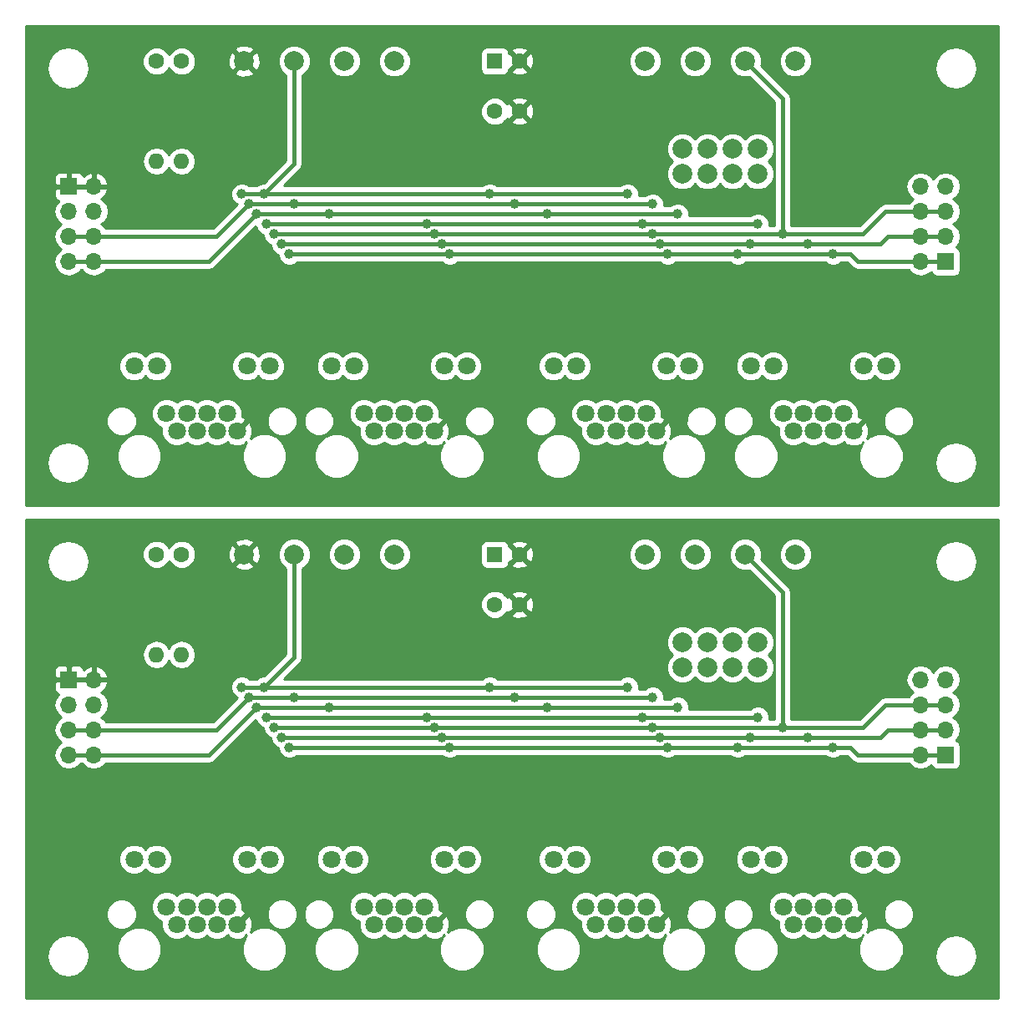
<source format=gtl>
G04 #@! TF.FileFunction,Copper,L1,Top,Signal*
%FSLAX46Y46*%
G04 Gerber Fmt 4.6, Leading zero omitted, Abs format (unit mm)*
G04 Created by KiCad (PCBNEW 4.0.6) date 01/22/18 09:57:44*
%MOMM*%
%LPD*%
G01*
G04 APERTURE LIST*
%ADD10C,0.100000*%
%ADD11C,1.800000*%
%ADD12C,2.000000*%
%ADD13C,1.600000*%
%ADD14O,1.600000X1.600000*%
%ADD15R,1.700000X1.700000*%
%ADD16O,1.700000X1.700000*%
%ADD17R,1.600000X1.600000*%
%ADD18C,1.000000*%
%ADD19C,0.400000*%
%ADD20C,0.254000*%
G04 APERTURE END LIST*
D10*
D11*
X73440000Y-138830000D03*
X72420000Y-137050000D03*
X75480000Y-138830000D03*
X74460000Y-137050000D03*
X77520000Y-138830000D03*
X76500000Y-137050000D03*
X79560000Y-138830000D03*
X78540000Y-137050000D03*
X71420000Y-132240000D03*
X69130000Y-132240000D03*
X82850000Y-132240000D03*
X80560000Y-132240000D03*
X93440000Y-138830000D03*
X92420000Y-137050000D03*
X95480000Y-138830000D03*
X94460000Y-137050000D03*
X97520000Y-138830000D03*
X96500000Y-137050000D03*
X99560000Y-138830000D03*
X98540000Y-137050000D03*
X91420000Y-132240000D03*
X89130000Y-132240000D03*
X102850000Y-132240000D03*
X100560000Y-132240000D03*
X115940000Y-138830000D03*
X114920000Y-137050000D03*
X117980000Y-138830000D03*
X116960000Y-137050000D03*
X120020000Y-138830000D03*
X119000000Y-137050000D03*
X122060000Y-138830000D03*
X121040000Y-137050000D03*
X113920000Y-132240000D03*
X111630000Y-132240000D03*
X125350000Y-132240000D03*
X123060000Y-132240000D03*
X135940000Y-138830000D03*
X134920000Y-137050000D03*
X137980000Y-138830000D03*
X136960000Y-137050000D03*
X140020000Y-138830000D03*
X139000000Y-137050000D03*
X142060000Y-138830000D03*
X141040000Y-137050000D03*
X133920000Y-132240000D03*
X131630000Y-132240000D03*
X145350000Y-132240000D03*
X143060000Y-132240000D03*
D12*
X124730000Y-112760000D03*
X124730000Y-110220000D03*
X127270000Y-112760000D03*
X127270000Y-110220000D03*
X129810000Y-112760000D03*
X129810000Y-110220000D03*
X132350000Y-112760000D03*
X132350000Y-110220000D03*
D13*
X71390000Y-101330000D03*
D14*
X71390000Y-111490000D03*
D13*
X73930000Y-101330000D03*
D14*
X73930000Y-111490000D03*
D12*
X80280000Y-101330000D03*
X85360000Y-101330000D03*
X90440000Y-101330000D03*
X95520000Y-101330000D03*
X120920000Y-101330000D03*
X126000000Y-101330000D03*
X131080000Y-101330000D03*
X136160000Y-101330000D03*
D15*
X62500000Y-114030000D03*
D16*
X65040000Y-114030000D03*
X62500000Y-116570000D03*
X65040000Y-116570000D03*
X62500000Y-119110000D03*
X65040000Y-119110000D03*
X62500000Y-121650000D03*
X65040000Y-121650000D03*
D17*
X105680000Y-101330000D03*
D13*
X108180000Y-101330000D03*
X105680000Y-106410000D03*
X108180000Y-106410000D03*
D15*
X151400000Y-121650000D03*
D16*
X148860000Y-121650000D03*
X151400000Y-119110000D03*
X148860000Y-119110000D03*
X151400000Y-116570000D03*
X148860000Y-116570000D03*
X151400000Y-114030000D03*
X148860000Y-114030000D03*
D11*
X73440000Y-88830000D03*
X72420000Y-87050000D03*
X75480000Y-88830000D03*
X74460000Y-87050000D03*
X77520000Y-88830000D03*
X76500000Y-87050000D03*
X79560000Y-88830000D03*
X78540000Y-87050000D03*
X71420000Y-82240000D03*
X69130000Y-82240000D03*
X82850000Y-82240000D03*
X80560000Y-82240000D03*
X93440000Y-88830000D03*
X92420000Y-87050000D03*
X95480000Y-88830000D03*
X94460000Y-87050000D03*
X97520000Y-88830000D03*
X96500000Y-87050000D03*
X99560000Y-88830000D03*
X98540000Y-87050000D03*
X91420000Y-82240000D03*
X89130000Y-82240000D03*
X102850000Y-82240000D03*
X100560000Y-82240000D03*
X115940000Y-88830000D03*
X114920000Y-87050000D03*
X117980000Y-88830000D03*
X116960000Y-87050000D03*
X120020000Y-88830000D03*
X119000000Y-87050000D03*
X122060000Y-88830000D03*
X121040000Y-87050000D03*
X113920000Y-82240000D03*
X111630000Y-82240000D03*
X125350000Y-82240000D03*
X123060000Y-82240000D03*
X135940000Y-88830000D03*
X134920000Y-87050000D03*
X137980000Y-88830000D03*
X136960000Y-87050000D03*
X140020000Y-88830000D03*
X139000000Y-87050000D03*
X142060000Y-88830000D03*
X141040000Y-87050000D03*
X133920000Y-82240000D03*
X131630000Y-82240000D03*
X145350000Y-82240000D03*
X143060000Y-82240000D03*
D12*
X124730000Y-62760000D03*
X124730000Y-60220000D03*
X127270000Y-62760000D03*
X127270000Y-60220000D03*
X129810000Y-62760000D03*
X129810000Y-60220000D03*
X132350000Y-62760000D03*
X132350000Y-60220000D03*
D13*
X71390000Y-51330000D03*
D14*
X71390000Y-61490000D03*
D13*
X73930000Y-51330000D03*
D14*
X73930000Y-61490000D03*
D12*
X80280000Y-51330000D03*
X85360000Y-51330000D03*
X90440000Y-51330000D03*
X95520000Y-51330000D03*
X120920000Y-51330000D03*
X126000000Y-51330000D03*
X131080000Y-51330000D03*
X136160000Y-51330000D03*
D15*
X62500000Y-64030000D03*
D16*
X65040000Y-64030000D03*
X62500000Y-66570000D03*
X65040000Y-66570000D03*
X62500000Y-69110000D03*
X65040000Y-69110000D03*
X62500000Y-71650000D03*
X65040000Y-71650000D03*
D17*
X105680000Y-51330000D03*
D13*
X108180000Y-51330000D03*
X105680000Y-56410000D03*
X108180000Y-56410000D03*
D15*
X151400000Y-71650000D03*
D16*
X148860000Y-71650000D03*
X151400000Y-69110000D03*
X148860000Y-69110000D03*
X151400000Y-66570000D03*
X148860000Y-66570000D03*
X151400000Y-64030000D03*
X148860000Y-64030000D03*
D18*
X81550000Y-116824000D03*
X124222000Y-116824000D03*
X111014000Y-116824000D03*
X88916000Y-116824000D03*
X81550000Y-66824000D03*
X124222000Y-66824000D03*
X111014000Y-66824000D03*
X88916000Y-66824000D03*
X82566000Y-117840000D03*
X132350000Y-117840000D03*
X120666000Y-117840000D03*
X98822000Y-117840000D03*
X82566000Y-67840000D03*
X132350000Y-67840000D03*
X120666000Y-67840000D03*
X98822000Y-67840000D03*
X80788000Y-115808000D03*
X121682000Y-115808000D03*
X107712000Y-115808000D03*
X85360000Y-115808000D03*
X80788000Y-65808000D03*
X121682000Y-65808000D03*
X107712000Y-65808000D03*
X85360000Y-65808000D03*
X83328000Y-118856000D03*
X134890000Y-118856000D03*
X121682000Y-118856000D03*
X99584000Y-118856000D03*
X83328000Y-68856000D03*
X134890000Y-68856000D03*
X121682000Y-68856000D03*
X99584000Y-68856000D03*
X80026000Y-114792000D03*
X119142000Y-114792000D03*
X105172000Y-114792000D03*
X82312000Y-114792000D03*
X80026000Y-64792000D03*
X119142000Y-64792000D03*
X105172000Y-64792000D03*
X82312000Y-64792000D03*
X84090000Y-119872000D03*
X131588000Y-119872000D03*
X137430000Y-119872000D03*
X122444000Y-119872000D03*
X100346000Y-119872000D03*
X84090000Y-69872000D03*
X131588000Y-69872000D03*
X137430000Y-69872000D03*
X122444000Y-69872000D03*
X100346000Y-69872000D03*
X84852000Y-120888000D03*
X130318000Y-120888000D03*
X139970000Y-120888000D03*
X123206000Y-120888000D03*
X101108000Y-120888000D03*
X84852000Y-70888000D03*
X130318000Y-70888000D03*
X139970000Y-70888000D03*
X123206000Y-70888000D03*
X101108000Y-70888000D03*
D19*
X62500000Y-121650000D02*
X65040000Y-121650000D01*
X65040000Y-121650000D02*
X76724000Y-121650000D01*
X76724000Y-121650000D02*
X81550000Y-116824000D01*
X81550000Y-116824000D02*
X88916000Y-116824000D01*
X124222000Y-116824000D02*
X111014000Y-116824000D01*
X111014000Y-116824000D02*
X95520000Y-116824000D01*
X95520000Y-116824000D02*
X88916000Y-116824000D01*
X62500000Y-71650000D02*
X65040000Y-71650000D01*
X65040000Y-71650000D02*
X76724000Y-71650000D01*
X76724000Y-71650000D02*
X81550000Y-66824000D01*
X81550000Y-66824000D02*
X88916000Y-66824000D01*
X124222000Y-66824000D02*
X111014000Y-66824000D01*
X111014000Y-66824000D02*
X95520000Y-66824000D01*
X95520000Y-66824000D02*
X88916000Y-66824000D01*
X82566000Y-117840000D02*
X98822000Y-117840000D01*
X98822000Y-117840000D02*
X120666000Y-117840000D01*
X120666000Y-117840000D02*
X132350000Y-117840000D01*
X82566000Y-67840000D02*
X98822000Y-67840000D01*
X98822000Y-67840000D02*
X120666000Y-67840000D01*
X120666000Y-67840000D02*
X132350000Y-67840000D01*
X62500000Y-119110000D02*
X65040000Y-119110000D01*
X65040000Y-119110000D02*
X77486000Y-119110000D01*
X77486000Y-119110000D02*
X80788000Y-115808000D01*
X80788000Y-115808000D02*
X85360000Y-115808000D01*
X107712000Y-115808000D02*
X121682000Y-115808000D01*
X85360000Y-115808000D02*
X107712000Y-115808000D01*
X62500000Y-69110000D02*
X65040000Y-69110000D01*
X65040000Y-69110000D02*
X77486000Y-69110000D01*
X77486000Y-69110000D02*
X80788000Y-65808000D01*
X80788000Y-65808000D02*
X85360000Y-65808000D01*
X107712000Y-65808000D02*
X121682000Y-65808000D01*
X85360000Y-65808000D02*
X107712000Y-65808000D01*
X134890000Y-118856000D02*
X143018000Y-118856000D01*
X145304000Y-116570000D02*
X151400000Y-116570000D01*
X143018000Y-118856000D02*
X145304000Y-116570000D01*
X83328000Y-118856000D02*
X99584000Y-118856000D01*
X134890000Y-118856000D02*
X134890000Y-105140000D01*
X134890000Y-105140000D02*
X131080000Y-101330000D01*
X99584000Y-118856000D02*
X121682000Y-118856000D01*
X121682000Y-118856000D02*
X134890000Y-118856000D01*
X134890000Y-68856000D02*
X143018000Y-68856000D01*
X145304000Y-66570000D02*
X151400000Y-66570000D01*
X143018000Y-68856000D02*
X145304000Y-66570000D01*
X83328000Y-68856000D02*
X99584000Y-68856000D01*
X134890000Y-68856000D02*
X134890000Y-55140000D01*
X134890000Y-55140000D02*
X131080000Y-51330000D01*
X99584000Y-68856000D02*
X121682000Y-68856000D01*
X121682000Y-68856000D02*
X134890000Y-68856000D01*
X85360000Y-101330000D02*
X85360000Y-111744000D01*
X85360000Y-111744000D02*
X82312000Y-114792000D01*
X82312000Y-114792000D02*
X105172000Y-114792000D01*
X80026000Y-114792000D02*
X82312000Y-114792000D01*
X105172000Y-114792000D02*
X119142000Y-114792000D01*
X85360000Y-51330000D02*
X85360000Y-61744000D01*
X85360000Y-61744000D02*
X82312000Y-64792000D01*
X82312000Y-64792000D02*
X105172000Y-64792000D01*
X80026000Y-64792000D02*
X82312000Y-64792000D01*
X105172000Y-64792000D02*
X119142000Y-64792000D01*
X148860000Y-119110000D02*
X151400000Y-119110000D01*
X137430000Y-119872000D02*
X144796000Y-119872000D01*
X145558000Y-119110000D02*
X148860000Y-119110000D01*
X144796000Y-119872000D02*
X145558000Y-119110000D01*
X84090000Y-119872000D02*
X100346000Y-119872000D01*
X131588000Y-119872000D02*
X137430000Y-119872000D01*
X100346000Y-119872000D02*
X122444000Y-119872000D01*
X122444000Y-119872000D02*
X131588000Y-119872000D01*
X148860000Y-69110000D02*
X151400000Y-69110000D01*
X137430000Y-69872000D02*
X144796000Y-69872000D01*
X145558000Y-69110000D02*
X148860000Y-69110000D01*
X144796000Y-69872000D02*
X145558000Y-69110000D01*
X84090000Y-69872000D02*
X100346000Y-69872000D01*
X131588000Y-69872000D02*
X137430000Y-69872000D01*
X100346000Y-69872000D02*
X122444000Y-69872000D01*
X122444000Y-69872000D02*
X131588000Y-69872000D01*
X148860000Y-121650000D02*
X151400000Y-121650000D01*
X139970000Y-120888000D02*
X141748000Y-120888000D01*
X142510000Y-121650000D02*
X148860000Y-121650000D01*
X141748000Y-120888000D02*
X142510000Y-121650000D01*
X84852000Y-120888000D02*
X101108000Y-120888000D01*
X130318000Y-120888000D02*
X139970000Y-120888000D01*
X101108000Y-120888000D02*
X123206000Y-120888000D01*
X123206000Y-120888000D02*
X130318000Y-120888000D01*
X148860000Y-71650000D02*
X151400000Y-71650000D01*
X139970000Y-70888000D02*
X141748000Y-70888000D01*
X142510000Y-71650000D02*
X148860000Y-71650000D01*
X141748000Y-70888000D02*
X142510000Y-71650000D01*
X84852000Y-70888000D02*
X101108000Y-70888000D01*
X130318000Y-70888000D02*
X139970000Y-70888000D01*
X101108000Y-70888000D02*
X123206000Y-70888000D01*
X123206000Y-70888000D02*
X130318000Y-70888000D01*
D20*
G36*
X156710000Y-146340000D02*
X58130000Y-146340000D01*
X58130000Y-142050000D01*
X60243173Y-142050000D01*
X60405690Y-142867029D01*
X60868500Y-143559673D01*
X61561144Y-144022483D01*
X62378173Y-144185000D01*
X62461827Y-144185000D01*
X63278856Y-144022483D01*
X63971500Y-143559673D01*
X64434310Y-142867029D01*
X64596827Y-142050000D01*
X64550594Y-141817570D01*
X67379609Y-141817570D01*
X67722948Y-142648515D01*
X68358141Y-143284818D01*
X69188486Y-143629607D01*
X70087570Y-143630391D01*
X70918515Y-143287052D01*
X71554818Y-142651859D01*
X71899607Y-141821514D01*
X71900391Y-140922430D01*
X71557052Y-140091485D01*
X70921859Y-139455182D01*
X70091514Y-139110393D01*
X69192430Y-139109609D01*
X68361485Y-139452948D01*
X67725182Y-140088141D01*
X67380393Y-140918486D01*
X67379609Y-141817570D01*
X64550594Y-141817570D01*
X64434310Y-141232971D01*
X63971500Y-140540327D01*
X63278856Y-140077517D01*
X62461827Y-139915000D01*
X62378173Y-139915000D01*
X61561144Y-140077517D01*
X60868500Y-140540327D01*
X60405690Y-141232971D01*
X60243173Y-142050000D01*
X58130000Y-142050000D01*
X58130000Y-138113991D01*
X66324735Y-138113991D01*
X66557932Y-138678371D01*
X66989357Y-139110551D01*
X67553330Y-139344733D01*
X68163991Y-139345265D01*
X68728371Y-139112068D01*
X69160551Y-138680643D01*
X69394733Y-138116670D01*
X69395265Y-137506009D01*
X69332453Y-137353991D01*
X70884735Y-137353991D01*
X71117932Y-137918371D01*
X71549357Y-138350551D01*
X71914119Y-138502013D01*
X71905267Y-138523330D01*
X71904735Y-139133991D01*
X72137932Y-139698371D01*
X72569357Y-140130551D01*
X73133330Y-140364733D01*
X73743991Y-140365265D01*
X74308371Y-140132068D01*
X74459886Y-139980818D01*
X74609357Y-140130551D01*
X75173330Y-140364733D01*
X75783991Y-140365265D01*
X76348371Y-140132068D01*
X76499886Y-139980818D01*
X76649357Y-140130551D01*
X77213330Y-140364733D01*
X77823991Y-140365265D01*
X78388371Y-140132068D01*
X78520421Y-140000249D01*
X78544890Y-140024718D01*
X78659447Y-139910161D01*
X78745852Y-140166643D01*
X79319336Y-140376458D01*
X79929460Y-140350839D01*
X80374148Y-140166643D01*
X80460553Y-139910161D01*
X80531951Y-139981559D01*
X80425182Y-140088141D01*
X80080393Y-140918486D01*
X80079609Y-141817570D01*
X80422948Y-142648515D01*
X81058141Y-143284818D01*
X81888486Y-143629607D01*
X82787570Y-143630391D01*
X83618515Y-143287052D01*
X84254818Y-142651859D01*
X84599607Y-141821514D01*
X84599610Y-141817570D01*
X87379609Y-141817570D01*
X87722948Y-142648515D01*
X88358141Y-143284818D01*
X89188486Y-143629607D01*
X90087570Y-143630391D01*
X90918515Y-143287052D01*
X91554818Y-142651859D01*
X91899607Y-141821514D01*
X91900391Y-140922430D01*
X91557052Y-140091485D01*
X90921859Y-139455182D01*
X90091514Y-139110393D01*
X89192430Y-139109609D01*
X88361485Y-139452948D01*
X87725182Y-140088141D01*
X87380393Y-140918486D01*
X87379609Y-141817570D01*
X84599610Y-141817570D01*
X84600391Y-140922430D01*
X84257052Y-140091485D01*
X83621859Y-139455182D01*
X82791514Y-139110393D01*
X81892430Y-139109609D01*
X81061485Y-139452948D01*
X80912000Y-139602172D01*
X81106458Y-139070664D01*
X81080839Y-138460540D01*
X80937294Y-138113991D01*
X82584735Y-138113991D01*
X82817932Y-138678371D01*
X83249357Y-139110551D01*
X83813330Y-139344733D01*
X84423991Y-139345265D01*
X84988371Y-139112068D01*
X85420551Y-138680643D01*
X85654733Y-138116670D01*
X85654735Y-138113991D01*
X86324735Y-138113991D01*
X86557932Y-138678371D01*
X86989357Y-139110551D01*
X87553330Y-139344733D01*
X88163991Y-139345265D01*
X88728371Y-139112068D01*
X89160551Y-138680643D01*
X89394733Y-138116670D01*
X89395265Y-137506009D01*
X89332453Y-137353991D01*
X90884735Y-137353991D01*
X91117932Y-137918371D01*
X91549357Y-138350551D01*
X91914119Y-138502013D01*
X91905267Y-138523330D01*
X91904735Y-139133991D01*
X92137932Y-139698371D01*
X92569357Y-140130551D01*
X93133330Y-140364733D01*
X93743991Y-140365265D01*
X94308371Y-140132068D01*
X94459886Y-139980818D01*
X94609357Y-140130551D01*
X95173330Y-140364733D01*
X95783991Y-140365265D01*
X96348371Y-140132068D01*
X96499886Y-139980818D01*
X96649357Y-140130551D01*
X97213330Y-140364733D01*
X97823991Y-140365265D01*
X98388371Y-140132068D01*
X98520421Y-140000249D01*
X98544890Y-140024718D01*
X98659447Y-139910161D01*
X98745852Y-140166643D01*
X99319336Y-140376458D01*
X99929460Y-140350839D01*
X100374148Y-140166643D01*
X100460553Y-139910161D01*
X100531951Y-139981559D01*
X100425182Y-140088141D01*
X100080393Y-140918486D01*
X100079609Y-141817570D01*
X100422948Y-142648515D01*
X101058141Y-143284818D01*
X101888486Y-143629607D01*
X102787570Y-143630391D01*
X103618515Y-143287052D01*
X104254818Y-142651859D01*
X104599607Y-141821514D01*
X104599610Y-141817570D01*
X109879609Y-141817570D01*
X110222948Y-142648515D01*
X110858141Y-143284818D01*
X111688486Y-143629607D01*
X112587570Y-143630391D01*
X113418515Y-143287052D01*
X114054818Y-142651859D01*
X114399607Y-141821514D01*
X114400391Y-140922430D01*
X114057052Y-140091485D01*
X113421859Y-139455182D01*
X112591514Y-139110393D01*
X111692430Y-139109609D01*
X110861485Y-139452948D01*
X110225182Y-140088141D01*
X109880393Y-140918486D01*
X109879609Y-141817570D01*
X104599610Y-141817570D01*
X104600391Y-140922430D01*
X104257052Y-140091485D01*
X103621859Y-139455182D01*
X102791514Y-139110393D01*
X101892430Y-139109609D01*
X101061485Y-139452948D01*
X100912000Y-139602172D01*
X101106458Y-139070664D01*
X101080839Y-138460540D01*
X100937294Y-138113991D01*
X102584735Y-138113991D01*
X102817932Y-138678371D01*
X103249357Y-139110551D01*
X103813330Y-139344733D01*
X104423991Y-139345265D01*
X104988371Y-139112068D01*
X105420551Y-138680643D01*
X105654733Y-138116670D01*
X105654735Y-138113991D01*
X108824735Y-138113991D01*
X109057932Y-138678371D01*
X109489357Y-139110551D01*
X110053330Y-139344733D01*
X110663991Y-139345265D01*
X111228371Y-139112068D01*
X111660551Y-138680643D01*
X111894733Y-138116670D01*
X111895265Y-137506009D01*
X111832453Y-137353991D01*
X113384735Y-137353991D01*
X113617932Y-137918371D01*
X114049357Y-138350551D01*
X114414119Y-138502013D01*
X114405267Y-138523330D01*
X114404735Y-139133991D01*
X114637932Y-139698371D01*
X115069357Y-140130551D01*
X115633330Y-140364733D01*
X116243991Y-140365265D01*
X116808371Y-140132068D01*
X116959886Y-139980818D01*
X117109357Y-140130551D01*
X117673330Y-140364733D01*
X118283991Y-140365265D01*
X118848371Y-140132068D01*
X118999886Y-139980818D01*
X119149357Y-140130551D01*
X119713330Y-140364733D01*
X120323991Y-140365265D01*
X120888371Y-140132068D01*
X121020421Y-140000249D01*
X121044890Y-140024718D01*
X121159447Y-139910161D01*
X121245852Y-140166643D01*
X121819336Y-140376458D01*
X122429460Y-140350839D01*
X122874148Y-140166643D01*
X122960553Y-139910161D01*
X123031951Y-139981559D01*
X122925182Y-140088141D01*
X122580393Y-140918486D01*
X122579609Y-141817570D01*
X122922948Y-142648515D01*
X123558141Y-143284818D01*
X124388486Y-143629607D01*
X125287570Y-143630391D01*
X126118515Y-143287052D01*
X126754818Y-142651859D01*
X127099607Y-141821514D01*
X127099610Y-141817570D01*
X129879609Y-141817570D01*
X130222948Y-142648515D01*
X130858141Y-143284818D01*
X131688486Y-143629607D01*
X132587570Y-143630391D01*
X133418515Y-143287052D01*
X134054818Y-142651859D01*
X134399607Y-141821514D01*
X134400391Y-140922430D01*
X134057052Y-140091485D01*
X133421859Y-139455182D01*
X132591514Y-139110393D01*
X131692430Y-139109609D01*
X130861485Y-139452948D01*
X130225182Y-140088141D01*
X129880393Y-140918486D01*
X129879609Y-141817570D01*
X127099610Y-141817570D01*
X127100391Y-140922430D01*
X126757052Y-140091485D01*
X126121859Y-139455182D01*
X125291514Y-139110393D01*
X124392430Y-139109609D01*
X123561485Y-139452948D01*
X123412000Y-139602172D01*
X123606458Y-139070664D01*
X123580839Y-138460540D01*
X123437294Y-138113991D01*
X125084735Y-138113991D01*
X125317932Y-138678371D01*
X125749357Y-139110551D01*
X126313330Y-139344733D01*
X126923991Y-139345265D01*
X127488371Y-139112068D01*
X127920551Y-138680643D01*
X128154733Y-138116670D01*
X128154735Y-138113991D01*
X128824735Y-138113991D01*
X129057932Y-138678371D01*
X129489357Y-139110551D01*
X130053330Y-139344733D01*
X130663991Y-139345265D01*
X131228371Y-139112068D01*
X131660551Y-138680643D01*
X131894733Y-138116670D01*
X131895265Y-137506009D01*
X131832453Y-137353991D01*
X133384735Y-137353991D01*
X133617932Y-137918371D01*
X134049357Y-138350551D01*
X134414119Y-138502013D01*
X134405267Y-138523330D01*
X134404735Y-139133991D01*
X134637932Y-139698371D01*
X135069357Y-140130551D01*
X135633330Y-140364733D01*
X136243991Y-140365265D01*
X136808371Y-140132068D01*
X136959886Y-139980818D01*
X137109357Y-140130551D01*
X137673330Y-140364733D01*
X138283991Y-140365265D01*
X138848371Y-140132068D01*
X138999886Y-139980818D01*
X139149357Y-140130551D01*
X139713330Y-140364733D01*
X140323991Y-140365265D01*
X140888371Y-140132068D01*
X141020421Y-140000249D01*
X141044890Y-140024718D01*
X141159447Y-139910161D01*
X141245852Y-140166643D01*
X141819336Y-140376458D01*
X142429460Y-140350839D01*
X142874148Y-140166643D01*
X142960553Y-139910161D01*
X143031951Y-139981559D01*
X142925182Y-140088141D01*
X142580393Y-140918486D01*
X142579609Y-141817570D01*
X142922948Y-142648515D01*
X143558141Y-143284818D01*
X144388486Y-143629607D01*
X145287570Y-143630391D01*
X146118515Y-143287052D01*
X146754818Y-142651859D01*
X147004731Y-142050000D01*
X150243173Y-142050000D01*
X150405690Y-142867029D01*
X150868500Y-143559673D01*
X151561144Y-144022483D01*
X152378173Y-144185000D01*
X152461827Y-144185000D01*
X153278856Y-144022483D01*
X153971500Y-143559673D01*
X154434310Y-142867029D01*
X154596827Y-142050000D01*
X154434310Y-141232971D01*
X153971500Y-140540327D01*
X153278856Y-140077517D01*
X152461827Y-139915000D01*
X152378173Y-139915000D01*
X151561144Y-140077517D01*
X150868500Y-140540327D01*
X150405690Y-141232971D01*
X150243173Y-142050000D01*
X147004731Y-142050000D01*
X147099607Y-141821514D01*
X147100391Y-140922430D01*
X146757052Y-140091485D01*
X146121859Y-139455182D01*
X145291514Y-139110393D01*
X144392430Y-139109609D01*
X143561485Y-139452948D01*
X143412000Y-139602172D01*
X143606458Y-139070664D01*
X143580839Y-138460540D01*
X143437294Y-138113991D01*
X145084735Y-138113991D01*
X145317932Y-138678371D01*
X145749357Y-139110551D01*
X146313330Y-139344733D01*
X146923991Y-139345265D01*
X147488371Y-139112068D01*
X147920551Y-138680643D01*
X148154733Y-138116670D01*
X148155265Y-137506009D01*
X147922068Y-136941629D01*
X147490643Y-136509449D01*
X146926670Y-136275267D01*
X146316009Y-136274735D01*
X145751629Y-136507932D01*
X145319449Y-136939357D01*
X145085267Y-137503330D01*
X145084735Y-138113991D01*
X143437294Y-138113991D01*
X143396643Y-138015852D01*
X143140159Y-137929446D01*
X142239605Y-138830000D01*
X142253748Y-138844143D01*
X142074143Y-139023748D01*
X142060000Y-139009605D01*
X142045858Y-139023748D01*
X141866253Y-138844143D01*
X141880395Y-138830000D01*
X141866253Y-138815858D01*
X142045858Y-138636253D01*
X142060000Y-138650395D01*
X142960554Y-137749841D01*
X142874148Y-137493357D01*
X142564949Y-137380233D01*
X142574733Y-137356670D01*
X142575265Y-136746009D01*
X142342068Y-136181629D01*
X141910643Y-135749449D01*
X141346670Y-135515267D01*
X140736009Y-135514735D01*
X140171629Y-135747932D01*
X140020114Y-135899182D01*
X139870643Y-135749449D01*
X139306670Y-135515267D01*
X138696009Y-135514735D01*
X138131629Y-135747932D01*
X137980114Y-135899182D01*
X137830643Y-135749449D01*
X137266670Y-135515267D01*
X136656009Y-135514735D01*
X136091629Y-135747932D01*
X135940114Y-135899182D01*
X135790643Y-135749449D01*
X135226670Y-135515267D01*
X134616009Y-135514735D01*
X134051629Y-135747932D01*
X133619449Y-136179357D01*
X133385267Y-136743330D01*
X133384735Y-137353991D01*
X131832453Y-137353991D01*
X131662068Y-136941629D01*
X131230643Y-136509449D01*
X130666670Y-136275267D01*
X130056009Y-136274735D01*
X129491629Y-136507932D01*
X129059449Y-136939357D01*
X128825267Y-137503330D01*
X128824735Y-138113991D01*
X128154735Y-138113991D01*
X128155265Y-137506009D01*
X127922068Y-136941629D01*
X127490643Y-136509449D01*
X126926670Y-136275267D01*
X126316009Y-136274735D01*
X125751629Y-136507932D01*
X125319449Y-136939357D01*
X125085267Y-137503330D01*
X125084735Y-138113991D01*
X123437294Y-138113991D01*
X123396643Y-138015852D01*
X123140159Y-137929446D01*
X122239605Y-138830000D01*
X122253748Y-138844143D01*
X122074143Y-139023748D01*
X122060000Y-139009605D01*
X122045858Y-139023748D01*
X121866253Y-138844143D01*
X121880395Y-138830000D01*
X121866253Y-138815858D01*
X122045858Y-138636253D01*
X122060000Y-138650395D01*
X122960554Y-137749841D01*
X122874148Y-137493357D01*
X122564949Y-137380233D01*
X122574733Y-137356670D01*
X122575265Y-136746009D01*
X122342068Y-136181629D01*
X121910643Y-135749449D01*
X121346670Y-135515267D01*
X120736009Y-135514735D01*
X120171629Y-135747932D01*
X120020114Y-135899182D01*
X119870643Y-135749449D01*
X119306670Y-135515267D01*
X118696009Y-135514735D01*
X118131629Y-135747932D01*
X117980114Y-135899182D01*
X117830643Y-135749449D01*
X117266670Y-135515267D01*
X116656009Y-135514735D01*
X116091629Y-135747932D01*
X115940114Y-135899182D01*
X115790643Y-135749449D01*
X115226670Y-135515267D01*
X114616009Y-135514735D01*
X114051629Y-135747932D01*
X113619449Y-136179357D01*
X113385267Y-136743330D01*
X113384735Y-137353991D01*
X111832453Y-137353991D01*
X111662068Y-136941629D01*
X111230643Y-136509449D01*
X110666670Y-136275267D01*
X110056009Y-136274735D01*
X109491629Y-136507932D01*
X109059449Y-136939357D01*
X108825267Y-137503330D01*
X108824735Y-138113991D01*
X105654735Y-138113991D01*
X105655265Y-137506009D01*
X105422068Y-136941629D01*
X104990643Y-136509449D01*
X104426670Y-136275267D01*
X103816009Y-136274735D01*
X103251629Y-136507932D01*
X102819449Y-136939357D01*
X102585267Y-137503330D01*
X102584735Y-138113991D01*
X100937294Y-138113991D01*
X100896643Y-138015852D01*
X100640159Y-137929446D01*
X99739605Y-138830000D01*
X99753748Y-138844143D01*
X99574143Y-139023748D01*
X99560000Y-139009605D01*
X99545858Y-139023748D01*
X99366253Y-138844143D01*
X99380395Y-138830000D01*
X99366253Y-138815858D01*
X99545858Y-138636253D01*
X99560000Y-138650395D01*
X100460554Y-137749841D01*
X100374148Y-137493357D01*
X100064949Y-137380233D01*
X100074733Y-137356670D01*
X100075265Y-136746009D01*
X99842068Y-136181629D01*
X99410643Y-135749449D01*
X98846670Y-135515267D01*
X98236009Y-135514735D01*
X97671629Y-135747932D01*
X97520114Y-135899182D01*
X97370643Y-135749449D01*
X96806670Y-135515267D01*
X96196009Y-135514735D01*
X95631629Y-135747932D01*
X95480114Y-135899182D01*
X95330643Y-135749449D01*
X94766670Y-135515267D01*
X94156009Y-135514735D01*
X93591629Y-135747932D01*
X93440114Y-135899182D01*
X93290643Y-135749449D01*
X92726670Y-135515267D01*
X92116009Y-135514735D01*
X91551629Y-135747932D01*
X91119449Y-136179357D01*
X90885267Y-136743330D01*
X90884735Y-137353991D01*
X89332453Y-137353991D01*
X89162068Y-136941629D01*
X88730643Y-136509449D01*
X88166670Y-136275267D01*
X87556009Y-136274735D01*
X86991629Y-136507932D01*
X86559449Y-136939357D01*
X86325267Y-137503330D01*
X86324735Y-138113991D01*
X85654735Y-138113991D01*
X85655265Y-137506009D01*
X85422068Y-136941629D01*
X84990643Y-136509449D01*
X84426670Y-136275267D01*
X83816009Y-136274735D01*
X83251629Y-136507932D01*
X82819449Y-136939357D01*
X82585267Y-137503330D01*
X82584735Y-138113991D01*
X80937294Y-138113991D01*
X80896643Y-138015852D01*
X80640159Y-137929446D01*
X79739605Y-138830000D01*
X79753748Y-138844143D01*
X79574143Y-139023748D01*
X79560000Y-139009605D01*
X79545858Y-139023748D01*
X79366253Y-138844143D01*
X79380395Y-138830000D01*
X79366253Y-138815858D01*
X79545858Y-138636253D01*
X79560000Y-138650395D01*
X80460554Y-137749841D01*
X80374148Y-137493357D01*
X80064949Y-137380233D01*
X80074733Y-137356670D01*
X80075265Y-136746009D01*
X79842068Y-136181629D01*
X79410643Y-135749449D01*
X78846670Y-135515267D01*
X78236009Y-135514735D01*
X77671629Y-135747932D01*
X77520114Y-135899182D01*
X77370643Y-135749449D01*
X76806670Y-135515267D01*
X76196009Y-135514735D01*
X75631629Y-135747932D01*
X75480114Y-135899182D01*
X75330643Y-135749449D01*
X74766670Y-135515267D01*
X74156009Y-135514735D01*
X73591629Y-135747932D01*
X73440114Y-135899182D01*
X73290643Y-135749449D01*
X72726670Y-135515267D01*
X72116009Y-135514735D01*
X71551629Y-135747932D01*
X71119449Y-136179357D01*
X70885267Y-136743330D01*
X70884735Y-137353991D01*
X69332453Y-137353991D01*
X69162068Y-136941629D01*
X68730643Y-136509449D01*
X68166670Y-136275267D01*
X67556009Y-136274735D01*
X66991629Y-136507932D01*
X66559449Y-136939357D01*
X66325267Y-137503330D01*
X66324735Y-138113991D01*
X58130000Y-138113991D01*
X58130000Y-132543991D01*
X67594735Y-132543991D01*
X67827932Y-133108371D01*
X68259357Y-133540551D01*
X68823330Y-133774733D01*
X69433991Y-133775265D01*
X69998371Y-133542068D01*
X70275104Y-133265818D01*
X70549357Y-133540551D01*
X71113330Y-133774733D01*
X71723991Y-133775265D01*
X72288371Y-133542068D01*
X72720551Y-133110643D01*
X72954733Y-132546670D01*
X72954735Y-132543991D01*
X79024735Y-132543991D01*
X79257932Y-133108371D01*
X79689357Y-133540551D01*
X80253330Y-133774733D01*
X80863991Y-133775265D01*
X81428371Y-133542068D01*
X81705104Y-133265818D01*
X81979357Y-133540551D01*
X82543330Y-133774733D01*
X83153991Y-133775265D01*
X83718371Y-133542068D01*
X84150551Y-133110643D01*
X84384733Y-132546670D01*
X84384735Y-132543991D01*
X87594735Y-132543991D01*
X87827932Y-133108371D01*
X88259357Y-133540551D01*
X88823330Y-133774733D01*
X89433991Y-133775265D01*
X89998371Y-133542068D01*
X90275104Y-133265818D01*
X90549357Y-133540551D01*
X91113330Y-133774733D01*
X91723991Y-133775265D01*
X92288371Y-133542068D01*
X92720551Y-133110643D01*
X92954733Y-132546670D01*
X92954735Y-132543991D01*
X99024735Y-132543991D01*
X99257932Y-133108371D01*
X99689357Y-133540551D01*
X100253330Y-133774733D01*
X100863991Y-133775265D01*
X101428371Y-133542068D01*
X101705104Y-133265818D01*
X101979357Y-133540551D01*
X102543330Y-133774733D01*
X103153991Y-133775265D01*
X103718371Y-133542068D01*
X104150551Y-133110643D01*
X104384733Y-132546670D01*
X104384735Y-132543991D01*
X110094735Y-132543991D01*
X110327932Y-133108371D01*
X110759357Y-133540551D01*
X111323330Y-133774733D01*
X111933991Y-133775265D01*
X112498371Y-133542068D01*
X112775104Y-133265818D01*
X113049357Y-133540551D01*
X113613330Y-133774733D01*
X114223991Y-133775265D01*
X114788371Y-133542068D01*
X115220551Y-133110643D01*
X115454733Y-132546670D01*
X115454735Y-132543991D01*
X121524735Y-132543991D01*
X121757932Y-133108371D01*
X122189357Y-133540551D01*
X122753330Y-133774733D01*
X123363991Y-133775265D01*
X123928371Y-133542068D01*
X124205104Y-133265818D01*
X124479357Y-133540551D01*
X125043330Y-133774733D01*
X125653991Y-133775265D01*
X126218371Y-133542068D01*
X126650551Y-133110643D01*
X126884733Y-132546670D01*
X126884735Y-132543991D01*
X130094735Y-132543991D01*
X130327932Y-133108371D01*
X130759357Y-133540551D01*
X131323330Y-133774733D01*
X131933991Y-133775265D01*
X132498371Y-133542068D01*
X132775104Y-133265818D01*
X133049357Y-133540551D01*
X133613330Y-133774733D01*
X134223991Y-133775265D01*
X134788371Y-133542068D01*
X135220551Y-133110643D01*
X135454733Y-132546670D01*
X135454735Y-132543991D01*
X141524735Y-132543991D01*
X141757932Y-133108371D01*
X142189357Y-133540551D01*
X142753330Y-133774733D01*
X143363991Y-133775265D01*
X143928371Y-133542068D01*
X144205104Y-133265818D01*
X144479357Y-133540551D01*
X145043330Y-133774733D01*
X145653991Y-133775265D01*
X146218371Y-133542068D01*
X146650551Y-133110643D01*
X146884733Y-132546670D01*
X146885265Y-131936009D01*
X146652068Y-131371629D01*
X146220643Y-130939449D01*
X145656670Y-130705267D01*
X145046009Y-130704735D01*
X144481629Y-130937932D01*
X144204896Y-131214182D01*
X143930643Y-130939449D01*
X143366670Y-130705267D01*
X142756009Y-130704735D01*
X142191629Y-130937932D01*
X141759449Y-131369357D01*
X141525267Y-131933330D01*
X141524735Y-132543991D01*
X135454735Y-132543991D01*
X135455265Y-131936009D01*
X135222068Y-131371629D01*
X134790643Y-130939449D01*
X134226670Y-130705267D01*
X133616009Y-130704735D01*
X133051629Y-130937932D01*
X132774896Y-131214182D01*
X132500643Y-130939449D01*
X131936670Y-130705267D01*
X131326009Y-130704735D01*
X130761629Y-130937932D01*
X130329449Y-131369357D01*
X130095267Y-131933330D01*
X130094735Y-132543991D01*
X126884735Y-132543991D01*
X126885265Y-131936009D01*
X126652068Y-131371629D01*
X126220643Y-130939449D01*
X125656670Y-130705267D01*
X125046009Y-130704735D01*
X124481629Y-130937932D01*
X124204896Y-131214182D01*
X123930643Y-130939449D01*
X123366670Y-130705267D01*
X122756009Y-130704735D01*
X122191629Y-130937932D01*
X121759449Y-131369357D01*
X121525267Y-131933330D01*
X121524735Y-132543991D01*
X115454735Y-132543991D01*
X115455265Y-131936009D01*
X115222068Y-131371629D01*
X114790643Y-130939449D01*
X114226670Y-130705267D01*
X113616009Y-130704735D01*
X113051629Y-130937932D01*
X112774896Y-131214182D01*
X112500643Y-130939449D01*
X111936670Y-130705267D01*
X111326009Y-130704735D01*
X110761629Y-130937932D01*
X110329449Y-131369357D01*
X110095267Y-131933330D01*
X110094735Y-132543991D01*
X104384735Y-132543991D01*
X104385265Y-131936009D01*
X104152068Y-131371629D01*
X103720643Y-130939449D01*
X103156670Y-130705267D01*
X102546009Y-130704735D01*
X101981629Y-130937932D01*
X101704896Y-131214182D01*
X101430643Y-130939449D01*
X100866670Y-130705267D01*
X100256009Y-130704735D01*
X99691629Y-130937932D01*
X99259449Y-131369357D01*
X99025267Y-131933330D01*
X99024735Y-132543991D01*
X92954735Y-132543991D01*
X92955265Y-131936009D01*
X92722068Y-131371629D01*
X92290643Y-130939449D01*
X91726670Y-130705267D01*
X91116009Y-130704735D01*
X90551629Y-130937932D01*
X90274896Y-131214182D01*
X90000643Y-130939449D01*
X89436670Y-130705267D01*
X88826009Y-130704735D01*
X88261629Y-130937932D01*
X87829449Y-131369357D01*
X87595267Y-131933330D01*
X87594735Y-132543991D01*
X84384735Y-132543991D01*
X84385265Y-131936009D01*
X84152068Y-131371629D01*
X83720643Y-130939449D01*
X83156670Y-130705267D01*
X82546009Y-130704735D01*
X81981629Y-130937932D01*
X81704896Y-131214182D01*
X81430643Y-130939449D01*
X80866670Y-130705267D01*
X80256009Y-130704735D01*
X79691629Y-130937932D01*
X79259449Y-131369357D01*
X79025267Y-131933330D01*
X79024735Y-132543991D01*
X72954735Y-132543991D01*
X72955265Y-131936009D01*
X72722068Y-131371629D01*
X72290643Y-130939449D01*
X71726670Y-130705267D01*
X71116009Y-130704735D01*
X70551629Y-130937932D01*
X70274896Y-131214182D01*
X70000643Y-130939449D01*
X69436670Y-130705267D01*
X68826009Y-130704735D01*
X68261629Y-130937932D01*
X67829449Y-131369357D01*
X67595267Y-131933330D01*
X67594735Y-132543991D01*
X58130000Y-132543991D01*
X58130000Y-116570000D01*
X60985907Y-116570000D01*
X61098946Y-117138285D01*
X61420853Y-117620054D01*
X61750026Y-117840000D01*
X61420853Y-118059946D01*
X61098946Y-118541715D01*
X60985907Y-119110000D01*
X61098946Y-119678285D01*
X61420853Y-120160054D01*
X61750026Y-120380000D01*
X61420853Y-120599946D01*
X61098946Y-121081715D01*
X60985907Y-121650000D01*
X61098946Y-122218285D01*
X61420853Y-122700054D01*
X61902622Y-123021961D01*
X62470907Y-123135000D01*
X62529093Y-123135000D01*
X63097378Y-123021961D01*
X63579147Y-122700054D01*
X63722841Y-122485000D01*
X63817159Y-122485000D01*
X63960853Y-122700054D01*
X64442622Y-123021961D01*
X65010907Y-123135000D01*
X65069093Y-123135000D01*
X65637378Y-123021961D01*
X66119147Y-122700054D01*
X66262841Y-122485000D01*
X76724000Y-122485000D01*
X77043541Y-122421439D01*
X77314434Y-122240434D01*
X81448138Y-118106730D01*
X81603233Y-118482086D01*
X81922235Y-118801645D01*
X82192948Y-118914056D01*
X82192803Y-119080775D01*
X82365233Y-119498086D01*
X82684235Y-119817645D01*
X82954948Y-119930056D01*
X82954803Y-120096775D01*
X83127233Y-120514086D01*
X83446235Y-120833645D01*
X83716948Y-120946056D01*
X83716803Y-121112775D01*
X83889233Y-121530086D01*
X84208235Y-121849645D01*
X84625244Y-122022803D01*
X85076775Y-122023197D01*
X85494086Y-121850767D01*
X85622076Y-121723000D01*
X100337811Y-121723000D01*
X100464235Y-121849645D01*
X100881244Y-122022803D01*
X101332775Y-122023197D01*
X101750086Y-121850767D01*
X101878076Y-121723000D01*
X122435811Y-121723000D01*
X122562235Y-121849645D01*
X122979244Y-122022803D01*
X123430775Y-122023197D01*
X123848086Y-121850767D01*
X123976076Y-121723000D01*
X129547811Y-121723000D01*
X129674235Y-121849645D01*
X130091244Y-122022803D01*
X130542775Y-122023197D01*
X130960086Y-121850767D01*
X131088076Y-121723000D01*
X139199811Y-121723000D01*
X139326235Y-121849645D01*
X139743244Y-122022803D01*
X140194775Y-122023197D01*
X140612086Y-121850767D01*
X140740076Y-121723000D01*
X141402132Y-121723000D01*
X141919566Y-122240434D01*
X142190460Y-122421440D01*
X142510000Y-122485000D01*
X147637159Y-122485000D01*
X147780853Y-122700054D01*
X148262622Y-123021961D01*
X148830907Y-123135000D01*
X148889093Y-123135000D01*
X149457378Y-123021961D01*
X149939147Y-122700054D01*
X149939971Y-122698821D01*
X149946838Y-122735317D01*
X150085910Y-122951441D01*
X150298110Y-123096431D01*
X150550000Y-123147440D01*
X152250000Y-123147440D01*
X152485317Y-123103162D01*
X152701441Y-122964090D01*
X152846431Y-122751890D01*
X152897440Y-122500000D01*
X152897440Y-120800000D01*
X152853162Y-120564683D01*
X152714090Y-120348559D01*
X152501890Y-120203569D01*
X152434459Y-120189914D01*
X152479147Y-120160054D01*
X152801054Y-119678285D01*
X152914093Y-119110000D01*
X152801054Y-118541715D01*
X152479147Y-118059946D01*
X152149974Y-117840000D01*
X152479147Y-117620054D01*
X152801054Y-117138285D01*
X152914093Y-116570000D01*
X152801054Y-116001715D01*
X152479147Y-115519946D01*
X152149974Y-115300000D01*
X152479147Y-115080054D01*
X152801054Y-114598285D01*
X152914093Y-114030000D01*
X152801054Y-113461715D01*
X152479147Y-112979946D01*
X151997378Y-112658039D01*
X151429093Y-112545000D01*
X151370907Y-112545000D01*
X150802622Y-112658039D01*
X150320853Y-112979946D01*
X150130000Y-113265578D01*
X149939147Y-112979946D01*
X149457378Y-112658039D01*
X148889093Y-112545000D01*
X148830907Y-112545000D01*
X148262622Y-112658039D01*
X147780853Y-112979946D01*
X147458946Y-113461715D01*
X147345907Y-114030000D01*
X147458946Y-114598285D01*
X147780853Y-115080054D01*
X148110026Y-115300000D01*
X147780853Y-115519946D01*
X147637159Y-115735000D01*
X145304000Y-115735000D01*
X144984459Y-115798561D01*
X144791942Y-115927197D01*
X144713566Y-115979566D01*
X142672132Y-118021000D01*
X135725000Y-118021000D01*
X135725000Y-105140000D01*
X135661440Y-104820460D01*
X135480434Y-104549566D01*
X132677395Y-101746527D01*
X132714716Y-101656648D01*
X132714718Y-101653795D01*
X134524716Y-101653795D01*
X134773106Y-102254943D01*
X135232637Y-102715278D01*
X135833352Y-102964716D01*
X136483795Y-102965284D01*
X137084943Y-102716894D01*
X137545278Y-102257363D01*
X137631382Y-102050000D01*
X150243173Y-102050000D01*
X150405690Y-102867029D01*
X150868500Y-103559673D01*
X151561144Y-104022483D01*
X152378173Y-104185000D01*
X152461827Y-104185000D01*
X153278856Y-104022483D01*
X153971500Y-103559673D01*
X154434310Y-102867029D01*
X154596827Y-102050000D01*
X154434310Y-101232971D01*
X153971500Y-100540327D01*
X153278856Y-100077517D01*
X152461827Y-99915000D01*
X152378173Y-99915000D01*
X151561144Y-100077517D01*
X150868500Y-100540327D01*
X150405690Y-101232971D01*
X150243173Y-102050000D01*
X137631382Y-102050000D01*
X137794716Y-101656648D01*
X137795284Y-101006205D01*
X137546894Y-100405057D01*
X137087363Y-99944722D01*
X136486648Y-99695284D01*
X135836205Y-99694716D01*
X135235057Y-99943106D01*
X134774722Y-100402637D01*
X134525284Y-101003352D01*
X134524716Y-101653795D01*
X132714718Y-101653795D01*
X132715284Y-101006205D01*
X132466894Y-100405057D01*
X132007363Y-99944722D01*
X131406648Y-99695284D01*
X130756205Y-99694716D01*
X130155057Y-99943106D01*
X129694722Y-100402637D01*
X129445284Y-101003352D01*
X129444716Y-101653795D01*
X129693106Y-102254943D01*
X130152637Y-102715278D01*
X130753352Y-102964716D01*
X131403795Y-102965284D01*
X131496225Y-102927093D01*
X134055000Y-105485868D01*
X134055000Y-118021000D01*
X133484843Y-118021000D01*
X133485197Y-117615225D01*
X133312767Y-117197914D01*
X132993765Y-116878355D01*
X132576756Y-116705197D01*
X132125225Y-116704803D01*
X131707914Y-116877233D01*
X131579924Y-117005000D01*
X125356843Y-117005000D01*
X125357197Y-116599225D01*
X125184767Y-116181914D01*
X124865765Y-115862355D01*
X124448756Y-115689197D01*
X123997225Y-115688803D01*
X123579914Y-115861233D01*
X123451924Y-115989000D01*
X122816843Y-115989000D01*
X122817197Y-115583225D01*
X122644767Y-115165914D01*
X122325765Y-114846355D01*
X121908756Y-114673197D01*
X121457225Y-114672803D01*
X121039914Y-114845233D01*
X120911924Y-114973000D01*
X120276843Y-114973000D01*
X120277197Y-114567225D01*
X120104767Y-114149914D01*
X119785765Y-113830355D01*
X119368756Y-113657197D01*
X118917225Y-113656803D01*
X118499914Y-113829233D01*
X118371924Y-113957000D01*
X105942189Y-113957000D01*
X105815765Y-113830355D01*
X105398756Y-113657197D01*
X104947225Y-113656803D01*
X104529914Y-113829233D01*
X104401924Y-113957000D01*
X84327868Y-113957000D01*
X85950434Y-112334434D01*
X86128951Y-112067264D01*
X86131439Y-112063541D01*
X86195000Y-111744000D01*
X86195000Y-110543795D01*
X123094716Y-110543795D01*
X123343106Y-111144943D01*
X123687759Y-111490199D01*
X123344722Y-111832637D01*
X123095284Y-112433352D01*
X123094716Y-113083795D01*
X123343106Y-113684943D01*
X123802637Y-114145278D01*
X124403352Y-114394716D01*
X125053795Y-114395284D01*
X125654943Y-114146894D01*
X126000199Y-113802241D01*
X126342637Y-114145278D01*
X126943352Y-114394716D01*
X127593795Y-114395284D01*
X128194943Y-114146894D01*
X128540199Y-113802241D01*
X128882637Y-114145278D01*
X129483352Y-114394716D01*
X130133795Y-114395284D01*
X130734943Y-114146894D01*
X131080199Y-113802241D01*
X131422637Y-114145278D01*
X132023352Y-114394716D01*
X132673795Y-114395284D01*
X133274943Y-114146894D01*
X133735278Y-113687363D01*
X133984716Y-113086648D01*
X133985284Y-112436205D01*
X133736894Y-111835057D01*
X133392241Y-111489801D01*
X133735278Y-111147363D01*
X133984716Y-110546648D01*
X133985284Y-109896205D01*
X133736894Y-109295057D01*
X133277363Y-108834722D01*
X132676648Y-108585284D01*
X132026205Y-108584716D01*
X131425057Y-108833106D01*
X131079801Y-109177759D01*
X130737363Y-108834722D01*
X130136648Y-108585284D01*
X129486205Y-108584716D01*
X128885057Y-108833106D01*
X128539801Y-109177759D01*
X128197363Y-108834722D01*
X127596648Y-108585284D01*
X126946205Y-108584716D01*
X126345057Y-108833106D01*
X125999801Y-109177759D01*
X125657363Y-108834722D01*
X125056648Y-108585284D01*
X124406205Y-108584716D01*
X123805057Y-108833106D01*
X123344722Y-109292637D01*
X123095284Y-109893352D01*
X123094716Y-110543795D01*
X86195000Y-110543795D01*
X86195000Y-106694187D01*
X104244752Y-106694187D01*
X104462757Y-107221800D01*
X104866077Y-107625824D01*
X105393309Y-107844750D01*
X105964187Y-107845248D01*
X106491800Y-107627243D01*
X106701663Y-107417745D01*
X107351861Y-107417745D01*
X107425995Y-107663864D01*
X107963223Y-107856965D01*
X108533454Y-107829778D01*
X108934005Y-107663864D01*
X109008139Y-107417745D01*
X108180000Y-106589605D01*
X107351861Y-107417745D01*
X106701663Y-107417745D01*
X106895824Y-107223923D01*
X106923423Y-107157456D01*
X106926136Y-107164005D01*
X107172255Y-107238139D01*
X108000395Y-106410000D01*
X108359605Y-106410000D01*
X109187745Y-107238139D01*
X109433864Y-107164005D01*
X109626965Y-106626777D01*
X109599778Y-106056546D01*
X109433864Y-105655995D01*
X109187745Y-105581861D01*
X108359605Y-106410000D01*
X108000395Y-106410000D01*
X107172255Y-105581861D01*
X106926136Y-105655995D01*
X106923804Y-105662483D01*
X106897243Y-105598200D01*
X106701640Y-105402255D01*
X107351861Y-105402255D01*
X108180000Y-106230395D01*
X109008139Y-105402255D01*
X108934005Y-105156136D01*
X108396777Y-104963035D01*
X107826546Y-104990222D01*
X107425995Y-105156136D01*
X107351861Y-105402255D01*
X106701640Y-105402255D01*
X106493923Y-105194176D01*
X105966691Y-104975250D01*
X105395813Y-104974752D01*
X104868200Y-105192757D01*
X104464176Y-105596077D01*
X104245250Y-106123309D01*
X104244752Y-106694187D01*
X86195000Y-106694187D01*
X86195000Y-102754058D01*
X86284943Y-102716894D01*
X86745278Y-102257363D01*
X86994716Y-101656648D01*
X86994718Y-101653795D01*
X88804716Y-101653795D01*
X89053106Y-102254943D01*
X89512637Y-102715278D01*
X90113352Y-102964716D01*
X90763795Y-102965284D01*
X91364943Y-102716894D01*
X91825278Y-102257363D01*
X92074716Y-101656648D01*
X92074718Y-101653795D01*
X93884716Y-101653795D01*
X94133106Y-102254943D01*
X94592637Y-102715278D01*
X95193352Y-102964716D01*
X95843795Y-102965284D01*
X96444943Y-102716894D01*
X96905278Y-102257363D01*
X97154716Y-101656648D01*
X97155284Y-101006205D01*
X96958520Y-100530000D01*
X104232560Y-100530000D01*
X104232560Y-102130000D01*
X104276838Y-102365317D01*
X104415910Y-102581441D01*
X104628110Y-102726431D01*
X104880000Y-102777440D01*
X106480000Y-102777440D01*
X106715317Y-102733162D01*
X106931441Y-102594090D01*
X107076431Y-102381890D01*
X107085370Y-102337745D01*
X107351861Y-102337745D01*
X107425995Y-102583864D01*
X107963223Y-102776965D01*
X108533454Y-102749778D01*
X108934005Y-102583864D01*
X109008139Y-102337745D01*
X108180000Y-101509605D01*
X107351861Y-102337745D01*
X107085370Y-102337745D01*
X107124646Y-102143799D01*
X107172255Y-102158139D01*
X108000395Y-101330000D01*
X108359605Y-101330000D01*
X109187745Y-102158139D01*
X109433864Y-102084005D01*
X109588498Y-101653795D01*
X119284716Y-101653795D01*
X119533106Y-102254943D01*
X119992637Y-102715278D01*
X120593352Y-102964716D01*
X121243795Y-102965284D01*
X121844943Y-102716894D01*
X122305278Y-102257363D01*
X122554716Y-101656648D01*
X122554718Y-101653795D01*
X124364716Y-101653795D01*
X124613106Y-102254943D01*
X125072637Y-102715278D01*
X125673352Y-102964716D01*
X126323795Y-102965284D01*
X126924943Y-102716894D01*
X127385278Y-102257363D01*
X127634716Y-101656648D01*
X127635284Y-101006205D01*
X127386894Y-100405057D01*
X126927363Y-99944722D01*
X126326648Y-99695284D01*
X125676205Y-99694716D01*
X125075057Y-99943106D01*
X124614722Y-100402637D01*
X124365284Y-101003352D01*
X124364716Y-101653795D01*
X122554718Y-101653795D01*
X122555284Y-101006205D01*
X122306894Y-100405057D01*
X121847363Y-99944722D01*
X121246648Y-99695284D01*
X120596205Y-99694716D01*
X119995057Y-99943106D01*
X119534722Y-100402637D01*
X119285284Y-101003352D01*
X119284716Y-101653795D01*
X109588498Y-101653795D01*
X109626965Y-101546777D01*
X109599778Y-100976546D01*
X109433864Y-100575995D01*
X109187745Y-100501861D01*
X108359605Y-101330000D01*
X108000395Y-101330000D01*
X107172255Y-100501861D01*
X107124833Y-100516145D01*
X107088351Y-100322255D01*
X107351861Y-100322255D01*
X108180000Y-101150395D01*
X109008139Y-100322255D01*
X108934005Y-100076136D01*
X108396777Y-99883035D01*
X107826546Y-99910222D01*
X107425995Y-100076136D01*
X107351861Y-100322255D01*
X107088351Y-100322255D01*
X107083162Y-100294683D01*
X106944090Y-100078559D01*
X106731890Y-99933569D01*
X106480000Y-99882560D01*
X104880000Y-99882560D01*
X104644683Y-99926838D01*
X104428559Y-100065910D01*
X104283569Y-100278110D01*
X104232560Y-100530000D01*
X96958520Y-100530000D01*
X96906894Y-100405057D01*
X96447363Y-99944722D01*
X95846648Y-99695284D01*
X95196205Y-99694716D01*
X94595057Y-99943106D01*
X94134722Y-100402637D01*
X93885284Y-101003352D01*
X93884716Y-101653795D01*
X92074718Y-101653795D01*
X92075284Y-101006205D01*
X91826894Y-100405057D01*
X91367363Y-99944722D01*
X90766648Y-99695284D01*
X90116205Y-99694716D01*
X89515057Y-99943106D01*
X89054722Y-100402637D01*
X88805284Y-101003352D01*
X88804716Y-101653795D01*
X86994718Y-101653795D01*
X86995284Y-101006205D01*
X86746894Y-100405057D01*
X86287363Y-99944722D01*
X85686648Y-99695284D01*
X85036205Y-99694716D01*
X84435057Y-99943106D01*
X83974722Y-100402637D01*
X83725284Y-101003352D01*
X83724716Y-101653795D01*
X83973106Y-102254943D01*
X84432637Y-102715278D01*
X84525000Y-102753630D01*
X84525000Y-111398132D01*
X82266173Y-113656959D01*
X82087225Y-113656803D01*
X81669914Y-113829233D01*
X81541924Y-113957000D01*
X80796189Y-113957000D01*
X80669765Y-113830355D01*
X80252756Y-113657197D01*
X79801225Y-113656803D01*
X79383914Y-113829233D01*
X79064355Y-114148235D01*
X78891197Y-114565244D01*
X78890803Y-115016775D01*
X79063233Y-115434086D01*
X79382235Y-115753645D01*
X79579553Y-115835579D01*
X77140132Y-118275000D01*
X66262841Y-118275000D01*
X66119147Y-118059946D01*
X65789974Y-117840000D01*
X66119147Y-117620054D01*
X66441054Y-117138285D01*
X66554093Y-116570000D01*
X66441054Y-116001715D01*
X66119147Y-115519946D01*
X65778447Y-115292298D01*
X65921358Y-115225183D01*
X66311645Y-114796924D01*
X66481476Y-114386890D01*
X66360155Y-114157000D01*
X65167000Y-114157000D01*
X65167000Y-114177000D01*
X64913000Y-114177000D01*
X64913000Y-114157000D01*
X62627000Y-114157000D01*
X62627000Y-114177000D01*
X62373000Y-114177000D01*
X62373000Y-114157000D01*
X61173750Y-114157000D01*
X61015000Y-114315750D01*
X61015000Y-115006310D01*
X61111673Y-115239699D01*
X61290302Y-115418327D01*
X61464777Y-115490597D01*
X61420853Y-115519946D01*
X61098946Y-116001715D01*
X60985907Y-116570000D01*
X58130000Y-116570000D01*
X58130000Y-113053690D01*
X61015000Y-113053690D01*
X61015000Y-113744250D01*
X61173750Y-113903000D01*
X62373000Y-113903000D01*
X62373000Y-112703750D01*
X62627000Y-112703750D01*
X62627000Y-113903000D01*
X64913000Y-113903000D01*
X64913000Y-112709181D01*
X65167000Y-112709181D01*
X65167000Y-113903000D01*
X66360155Y-113903000D01*
X66481476Y-113673110D01*
X66311645Y-113263076D01*
X65921358Y-112834817D01*
X65396892Y-112588514D01*
X65167000Y-112709181D01*
X64913000Y-112709181D01*
X64683108Y-112588514D01*
X64158642Y-112834817D01*
X63976930Y-113034208D01*
X63888327Y-112820301D01*
X63709698Y-112641673D01*
X63476309Y-112545000D01*
X62785750Y-112545000D01*
X62627000Y-112703750D01*
X62373000Y-112703750D01*
X62214250Y-112545000D01*
X61523691Y-112545000D01*
X61290302Y-112641673D01*
X61111673Y-112820301D01*
X61015000Y-113053690D01*
X58130000Y-113053690D01*
X58130000Y-111461887D01*
X69955000Y-111461887D01*
X69955000Y-111518113D01*
X70064233Y-112067264D01*
X70375302Y-112532811D01*
X70840849Y-112843880D01*
X71390000Y-112953113D01*
X71939151Y-112843880D01*
X72404698Y-112532811D01*
X72660000Y-112150725D01*
X72915302Y-112532811D01*
X73380849Y-112843880D01*
X73930000Y-112953113D01*
X74479151Y-112843880D01*
X74944698Y-112532811D01*
X75255767Y-112067264D01*
X75365000Y-111518113D01*
X75365000Y-111461887D01*
X75255767Y-110912736D01*
X74944698Y-110447189D01*
X74479151Y-110136120D01*
X73930000Y-110026887D01*
X73380849Y-110136120D01*
X72915302Y-110447189D01*
X72660000Y-110829275D01*
X72404698Y-110447189D01*
X71939151Y-110136120D01*
X71390000Y-110026887D01*
X70840849Y-110136120D01*
X70375302Y-110447189D01*
X70064233Y-110912736D01*
X69955000Y-111461887D01*
X58130000Y-111461887D01*
X58130000Y-102050000D01*
X60243173Y-102050000D01*
X60405690Y-102867029D01*
X60868500Y-103559673D01*
X61561144Y-104022483D01*
X62378173Y-104185000D01*
X62461827Y-104185000D01*
X63278856Y-104022483D01*
X63971500Y-103559673D01*
X64434310Y-102867029D01*
X64596827Y-102050000D01*
X64510139Y-101614187D01*
X69954752Y-101614187D01*
X70172757Y-102141800D01*
X70576077Y-102545824D01*
X71103309Y-102764750D01*
X71674187Y-102765248D01*
X72201800Y-102547243D01*
X72605824Y-102143923D01*
X72659862Y-102013785D01*
X72712757Y-102141800D01*
X73116077Y-102545824D01*
X73643309Y-102764750D01*
X74214187Y-102765248D01*
X74741800Y-102547243D01*
X74806623Y-102482532D01*
X79307073Y-102482532D01*
X79405736Y-102749387D01*
X80015461Y-102975908D01*
X80665460Y-102951856D01*
X81154264Y-102749387D01*
X81252927Y-102482532D01*
X80280000Y-101509605D01*
X79307073Y-102482532D01*
X74806623Y-102482532D01*
X75145824Y-102143923D01*
X75364750Y-101616691D01*
X75365230Y-101065461D01*
X78634092Y-101065461D01*
X78658144Y-101715460D01*
X78860613Y-102204264D01*
X79127468Y-102302927D01*
X80100395Y-101330000D01*
X80459605Y-101330000D01*
X81432532Y-102302927D01*
X81699387Y-102204264D01*
X81925908Y-101594539D01*
X81901856Y-100944540D01*
X81699387Y-100455736D01*
X81432532Y-100357073D01*
X80459605Y-101330000D01*
X80100395Y-101330000D01*
X79127468Y-100357073D01*
X78860613Y-100455736D01*
X78634092Y-101065461D01*
X75365230Y-101065461D01*
X75365248Y-101045813D01*
X75147243Y-100518200D01*
X74807105Y-100177468D01*
X79307073Y-100177468D01*
X80280000Y-101150395D01*
X81252927Y-100177468D01*
X81154264Y-99910613D01*
X80544539Y-99684092D01*
X79894540Y-99708144D01*
X79405736Y-99910613D01*
X79307073Y-100177468D01*
X74807105Y-100177468D01*
X74743923Y-100114176D01*
X74216691Y-99895250D01*
X73645813Y-99894752D01*
X73118200Y-100112757D01*
X72714176Y-100516077D01*
X72660138Y-100646215D01*
X72607243Y-100518200D01*
X72203923Y-100114176D01*
X71676691Y-99895250D01*
X71105813Y-99894752D01*
X70578200Y-100112757D01*
X70174176Y-100516077D01*
X69955250Y-101043309D01*
X69954752Y-101614187D01*
X64510139Y-101614187D01*
X64434310Y-101232971D01*
X63971500Y-100540327D01*
X63278856Y-100077517D01*
X62461827Y-99915000D01*
X62378173Y-99915000D01*
X61561144Y-100077517D01*
X60868500Y-100540327D01*
X60405690Y-101232971D01*
X60243173Y-102050000D01*
X58130000Y-102050000D01*
X58130000Y-97760000D01*
X156710000Y-97760000D01*
X156710000Y-146340000D01*
X156710000Y-146340000D01*
G37*
X156710000Y-146340000D02*
X58130000Y-146340000D01*
X58130000Y-142050000D01*
X60243173Y-142050000D01*
X60405690Y-142867029D01*
X60868500Y-143559673D01*
X61561144Y-144022483D01*
X62378173Y-144185000D01*
X62461827Y-144185000D01*
X63278856Y-144022483D01*
X63971500Y-143559673D01*
X64434310Y-142867029D01*
X64596827Y-142050000D01*
X64550594Y-141817570D01*
X67379609Y-141817570D01*
X67722948Y-142648515D01*
X68358141Y-143284818D01*
X69188486Y-143629607D01*
X70087570Y-143630391D01*
X70918515Y-143287052D01*
X71554818Y-142651859D01*
X71899607Y-141821514D01*
X71900391Y-140922430D01*
X71557052Y-140091485D01*
X70921859Y-139455182D01*
X70091514Y-139110393D01*
X69192430Y-139109609D01*
X68361485Y-139452948D01*
X67725182Y-140088141D01*
X67380393Y-140918486D01*
X67379609Y-141817570D01*
X64550594Y-141817570D01*
X64434310Y-141232971D01*
X63971500Y-140540327D01*
X63278856Y-140077517D01*
X62461827Y-139915000D01*
X62378173Y-139915000D01*
X61561144Y-140077517D01*
X60868500Y-140540327D01*
X60405690Y-141232971D01*
X60243173Y-142050000D01*
X58130000Y-142050000D01*
X58130000Y-138113991D01*
X66324735Y-138113991D01*
X66557932Y-138678371D01*
X66989357Y-139110551D01*
X67553330Y-139344733D01*
X68163991Y-139345265D01*
X68728371Y-139112068D01*
X69160551Y-138680643D01*
X69394733Y-138116670D01*
X69395265Y-137506009D01*
X69332453Y-137353991D01*
X70884735Y-137353991D01*
X71117932Y-137918371D01*
X71549357Y-138350551D01*
X71914119Y-138502013D01*
X71905267Y-138523330D01*
X71904735Y-139133991D01*
X72137932Y-139698371D01*
X72569357Y-140130551D01*
X73133330Y-140364733D01*
X73743991Y-140365265D01*
X74308371Y-140132068D01*
X74459886Y-139980818D01*
X74609357Y-140130551D01*
X75173330Y-140364733D01*
X75783991Y-140365265D01*
X76348371Y-140132068D01*
X76499886Y-139980818D01*
X76649357Y-140130551D01*
X77213330Y-140364733D01*
X77823991Y-140365265D01*
X78388371Y-140132068D01*
X78520421Y-140000249D01*
X78544890Y-140024718D01*
X78659447Y-139910161D01*
X78745852Y-140166643D01*
X79319336Y-140376458D01*
X79929460Y-140350839D01*
X80374148Y-140166643D01*
X80460553Y-139910161D01*
X80531951Y-139981559D01*
X80425182Y-140088141D01*
X80080393Y-140918486D01*
X80079609Y-141817570D01*
X80422948Y-142648515D01*
X81058141Y-143284818D01*
X81888486Y-143629607D01*
X82787570Y-143630391D01*
X83618515Y-143287052D01*
X84254818Y-142651859D01*
X84599607Y-141821514D01*
X84599610Y-141817570D01*
X87379609Y-141817570D01*
X87722948Y-142648515D01*
X88358141Y-143284818D01*
X89188486Y-143629607D01*
X90087570Y-143630391D01*
X90918515Y-143287052D01*
X91554818Y-142651859D01*
X91899607Y-141821514D01*
X91900391Y-140922430D01*
X91557052Y-140091485D01*
X90921859Y-139455182D01*
X90091514Y-139110393D01*
X89192430Y-139109609D01*
X88361485Y-139452948D01*
X87725182Y-140088141D01*
X87380393Y-140918486D01*
X87379609Y-141817570D01*
X84599610Y-141817570D01*
X84600391Y-140922430D01*
X84257052Y-140091485D01*
X83621859Y-139455182D01*
X82791514Y-139110393D01*
X81892430Y-139109609D01*
X81061485Y-139452948D01*
X80912000Y-139602172D01*
X81106458Y-139070664D01*
X81080839Y-138460540D01*
X80937294Y-138113991D01*
X82584735Y-138113991D01*
X82817932Y-138678371D01*
X83249357Y-139110551D01*
X83813330Y-139344733D01*
X84423991Y-139345265D01*
X84988371Y-139112068D01*
X85420551Y-138680643D01*
X85654733Y-138116670D01*
X85654735Y-138113991D01*
X86324735Y-138113991D01*
X86557932Y-138678371D01*
X86989357Y-139110551D01*
X87553330Y-139344733D01*
X88163991Y-139345265D01*
X88728371Y-139112068D01*
X89160551Y-138680643D01*
X89394733Y-138116670D01*
X89395265Y-137506009D01*
X89332453Y-137353991D01*
X90884735Y-137353991D01*
X91117932Y-137918371D01*
X91549357Y-138350551D01*
X91914119Y-138502013D01*
X91905267Y-138523330D01*
X91904735Y-139133991D01*
X92137932Y-139698371D01*
X92569357Y-140130551D01*
X93133330Y-140364733D01*
X93743991Y-140365265D01*
X94308371Y-140132068D01*
X94459886Y-139980818D01*
X94609357Y-140130551D01*
X95173330Y-140364733D01*
X95783991Y-140365265D01*
X96348371Y-140132068D01*
X96499886Y-139980818D01*
X96649357Y-140130551D01*
X97213330Y-140364733D01*
X97823991Y-140365265D01*
X98388371Y-140132068D01*
X98520421Y-140000249D01*
X98544890Y-140024718D01*
X98659447Y-139910161D01*
X98745852Y-140166643D01*
X99319336Y-140376458D01*
X99929460Y-140350839D01*
X100374148Y-140166643D01*
X100460553Y-139910161D01*
X100531951Y-139981559D01*
X100425182Y-140088141D01*
X100080393Y-140918486D01*
X100079609Y-141817570D01*
X100422948Y-142648515D01*
X101058141Y-143284818D01*
X101888486Y-143629607D01*
X102787570Y-143630391D01*
X103618515Y-143287052D01*
X104254818Y-142651859D01*
X104599607Y-141821514D01*
X104599610Y-141817570D01*
X109879609Y-141817570D01*
X110222948Y-142648515D01*
X110858141Y-143284818D01*
X111688486Y-143629607D01*
X112587570Y-143630391D01*
X113418515Y-143287052D01*
X114054818Y-142651859D01*
X114399607Y-141821514D01*
X114400391Y-140922430D01*
X114057052Y-140091485D01*
X113421859Y-139455182D01*
X112591514Y-139110393D01*
X111692430Y-139109609D01*
X110861485Y-139452948D01*
X110225182Y-140088141D01*
X109880393Y-140918486D01*
X109879609Y-141817570D01*
X104599610Y-141817570D01*
X104600391Y-140922430D01*
X104257052Y-140091485D01*
X103621859Y-139455182D01*
X102791514Y-139110393D01*
X101892430Y-139109609D01*
X101061485Y-139452948D01*
X100912000Y-139602172D01*
X101106458Y-139070664D01*
X101080839Y-138460540D01*
X100937294Y-138113991D01*
X102584735Y-138113991D01*
X102817932Y-138678371D01*
X103249357Y-139110551D01*
X103813330Y-139344733D01*
X104423991Y-139345265D01*
X104988371Y-139112068D01*
X105420551Y-138680643D01*
X105654733Y-138116670D01*
X105654735Y-138113991D01*
X108824735Y-138113991D01*
X109057932Y-138678371D01*
X109489357Y-139110551D01*
X110053330Y-139344733D01*
X110663991Y-139345265D01*
X111228371Y-139112068D01*
X111660551Y-138680643D01*
X111894733Y-138116670D01*
X111895265Y-137506009D01*
X111832453Y-137353991D01*
X113384735Y-137353991D01*
X113617932Y-137918371D01*
X114049357Y-138350551D01*
X114414119Y-138502013D01*
X114405267Y-138523330D01*
X114404735Y-139133991D01*
X114637932Y-139698371D01*
X115069357Y-140130551D01*
X115633330Y-140364733D01*
X116243991Y-140365265D01*
X116808371Y-140132068D01*
X116959886Y-139980818D01*
X117109357Y-140130551D01*
X117673330Y-140364733D01*
X118283991Y-140365265D01*
X118848371Y-140132068D01*
X118999886Y-139980818D01*
X119149357Y-140130551D01*
X119713330Y-140364733D01*
X120323991Y-140365265D01*
X120888371Y-140132068D01*
X121020421Y-140000249D01*
X121044890Y-140024718D01*
X121159447Y-139910161D01*
X121245852Y-140166643D01*
X121819336Y-140376458D01*
X122429460Y-140350839D01*
X122874148Y-140166643D01*
X122960553Y-139910161D01*
X123031951Y-139981559D01*
X122925182Y-140088141D01*
X122580393Y-140918486D01*
X122579609Y-141817570D01*
X122922948Y-142648515D01*
X123558141Y-143284818D01*
X124388486Y-143629607D01*
X125287570Y-143630391D01*
X126118515Y-143287052D01*
X126754818Y-142651859D01*
X127099607Y-141821514D01*
X127099610Y-141817570D01*
X129879609Y-141817570D01*
X130222948Y-142648515D01*
X130858141Y-143284818D01*
X131688486Y-143629607D01*
X132587570Y-143630391D01*
X133418515Y-143287052D01*
X134054818Y-142651859D01*
X134399607Y-141821514D01*
X134400391Y-140922430D01*
X134057052Y-140091485D01*
X133421859Y-139455182D01*
X132591514Y-139110393D01*
X131692430Y-139109609D01*
X130861485Y-139452948D01*
X130225182Y-140088141D01*
X129880393Y-140918486D01*
X129879609Y-141817570D01*
X127099610Y-141817570D01*
X127100391Y-140922430D01*
X126757052Y-140091485D01*
X126121859Y-139455182D01*
X125291514Y-139110393D01*
X124392430Y-139109609D01*
X123561485Y-139452948D01*
X123412000Y-139602172D01*
X123606458Y-139070664D01*
X123580839Y-138460540D01*
X123437294Y-138113991D01*
X125084735Y-138113991D01*
X125317932Y-138678371D01*
X125749357Y-139110551D01*
X126313330Y-139344733D01*
X126923991Y-139345265D01*
X127488371Y-139112068D01*
X127920551Y-138680643D01*
X128154733Y-138116670D01*
X128154735Y-138113991D01*
X128824735Y-138113991D01*
X129057932Y-138678371D01*
X129489357Y-139110551D01*
X130053330Y-139344733D01*
X130663991Y-139345265D01*
X131228371Y-139112068D01*
X131660551Y-138680643D01*
X131894733Y-138116670D01*
X131895265Y-137506009D01*
X131832453Y-137353991D01*
X133384735Y-137353991D01*
X133617932Y-137918371D01*
X134049357Y-138350551D01*
X134414119Y-138502013D01*
X134405267Y-138523330D01*
X134404735Y-139133991D01*
X134637932Y-139698371D01*
X135069357Y-140130551D01*
X135633330Y-140364733D01*
X136243991Y-140365265D01*
X136808371Y-140132068D01*
X136959886Y-139980818D01*
X137109357Y-140130551D01*
X137673330Y-140364733D01*
X138283991Y-140365265D01*
X138848371Y-140132068D01*
X138999886Y-139980818D01*
X139149357Y-140130551D01*
X139713330Y-140364733D01*
X140323991Y-140365265D01*
X140888371Y-140132068D01*
X141020421Y-140000249D01*
X141044890Y-140024718D01*
X141159447Y-139910161D01*
X141245852Y-140166643D01*
X141819336Y-140376458D01*
X142429460Y-140350839D01*
X142874148Y-140166643D01*
X142960553Y-139910161D01*
X143031951Y-139981559D01*
X142925182Y-140088141D01*
X142580393Y-140918486D01*
X142579609Y-141817570D01*
X142922948Y-142648515D01*
X143558141Y-143284818D01*
X144388486Y-143629607D01*
X145287570Y-143630391D01*
X146118515Y-143287052D01*
X146754818Y-142651859D01*
X147004731Y-142050000D01*
X150243173Y-142050000D01*
X150405690Y-142867029D01*
X150868500Y-143559673D01*
X151561144Y-144022483D01*
X152378173Y-144185000D01*
X152461827Y-144185000D01*
X153278856Y-144022483D01*
X153971500Y-143559673D01*
X154434310Y-142867029D01*
X154596827Y-142050000D01*
X154434310Y-141232971D01*
X153971500Y-140540327D01*
X153278856Y-140077517D01*
X152461827Y-139915000D01*
X152378173Y-139915000D01*
X151561144Y-140077517D01*
X150868500Y-140540327D01*
X150405690Y-141232971D01*
X150243173Y-142050000D01*
X147004731Y-142050000D01*
X147099607Y-141821514D01*
X147100391Y-140922430D01*
X146757052Y-140091485D01*
X146121859Y-139455182D01*
X145291514Y-139110393D01*
X144392430Y-139109609D01*
X143561485Y-139452948D01*
X143412000Y-139602172D01*
X143606458Y-139070664D01*
X143580839Y-138460540D01*
X143437294Y-138113991D01*
X145084735Y-138113991D01*
X145317932Y-138678371D01*
X145749357Y-139110551D01*
X146313330Y-139344733D01*
X146923991Y-139345265D01*
X147488371Y-139112068D01*
X147920551Y-138680643D01*
X148154733Y-138116670D01*
X148155265Y-137506009D01*
X147922068Y-136941629D01*
X147490643Y-136509449D01*
X146926670Y-136275267D01*
X146316009Y-136274735D01*
X145751629Y-136507932D01*
X145319449Y-136939357D01*
X145085267Y-137503330D01*
X145084735Y-138113991D01*
X143437294Y-138113991D01*
X143396643Y-138015852D01*
X143140159Y-137929446D01*
X142239605Y-138830000D01*
X142253748Y-138844143D01*
X142074143Y-139023748D01*
X142060000Y-139009605D01*
X142045858Y-139023748D01*
X141866253Y-138844143D01*
X141880395Y-138830000D01*
X141866253Y-138815858D01*
X142045858Y-138636253D01*
X142060000Y-138650395D01*
X142960554Y-137749841D01*
X142874148Y-137493357D01*
X142564949Y-137380233D01*
X142574733Y-137356670D01*
X142575265Y-136746009D01*
X142342068Y-136181629D01*
X141910643Y-135749449D01*
X141346670Y-135515267D01*
X140736009Y-135514735D01*
X140171629Y-135747932D01*
X140020114Y-135899182D01*
X139870643Y-135749449D01*
X139306670Y-135515267D01*
X138696009Y-135514735D01*
X138131629Y-135747932D01*
X137980114Y-135899182D01*
X137830643Y-135749449D01*
X137266670Y-135515267D01*
X136656009Y-135514735D01*
X136091629Y-135747932D01*
X135940114Y-135899182D01*
X135790643Y-135749449D01*
X135226670Y-135515267D01*
X134616009Y-135514735D01*
X134051629Y-135747932D01*
X133619449Y-136179357D01*
X133385267Y-136743330D01*
X133384735Y-137353991D01*
X131832453Y-137353991D01*
X131662068Y-136941629D01*
X131230643Y-136509449D01*
X130666670Y-136275267D01*
X130056009Y-136274735D01*
X129491629Y-136507932D01*
X129059449Y-136939357D01*
X128825267Y-137503330D01*
X128824735Y-138113991D01*
X128154735Y-138113991D01*
X128155265Y-137506009D01*
X127922068Y-136941629D01*
X127490643Y-136509449D01*
X126926670Y-136275267D01*
X126316009Y-136274735D01*
X125751629Y-136507932D01*
X125319449Y-136939357D01*
X125085267Y-137503330D01*
X125084735Y-138113991D01*
X123437294Y-138113991D01*
X123396643Y-138015852D01*
X123140159Y-137929446D01*
X122239605Y-138830000D01*
X122253748Y-138844143D01*
X122074143Y-139023748D01*
X122060000Y-139009605D01*
X122045858Y-139023748D01*
X121866253Y-138844143D01*
X121880395Y-138830000D01*
X121866253Y-138815858D01*
X122045858Y-138636253D01*
X122060000Y-138650395D01*
X122960554Y-137749841D01*
X122874148Y-137493357D01*
X122564949Y-137380233D01*
X122574733Y-137356670D01*
X122575265Y-136746009D01*
X122342068Y-136181629D01*
X121910643Y-135749449D01*
X121346670Y-135515267D01*
X120736009Y-135514735D01*
X120171629Y-135747932D01*
X120020114Y-135899182D01*
X119870643Y-135749449D01*
X119306670Y-135515267D01*
X118696009Y-135514735D01*
X118131629Y-135747932D01*
X117980114Y-135899182D01*
X117830643Y-135749449D01*
X117266670Y-135515267D01*
X116656009Y-135514735D01*
X116091629Y-135747932D01*
X115940114Y-135899182D01*
X115790643Y-135749449D01*
X115226670Y-135515267D01*
X114616009Y-135514735D01*
X114051629Y-135747932D01*
X113619449Y-136179357D01*
X113385267Y-136743330D01*
X113384735Y-137353991D01*
X111832453Y-137353991D01*
X111662068Y-136941629D01*
X111230643Y-136509449D01*
X110666670Y-136275267D01*
X110056009Y-136274735D01*
X109491629Y-136507932D01*
X109059449Y-136939357D01*
X108825267Y-137503330D01*
X108824735Y-138113991D01*
X105654735Y-138113991D01*
X105655265Y-137506009D01*
X105422068Y-136941629D01*
X104990643Y-136509449D01*
X104426670Y-136275267D01*
X103816009Y-136274735D01*
X103251629Y-136507932D01*
X102819449Y-136939357D01*
X102585267Y-137503330D01*
X102584735Y-138113991D01*
X100937294Y-138113991D01*
X100896643Y-138015852D01*
X100640159Y-137929446D01*
X99739605Y-138830000D01*
X99753748Y-138844143D01*
X99574143Y-139023748D01*
X99560000Y-139009605D01*
X99545858Y-139023748D01*
X99366253Y-138844143D01*
X99380395Y-138830000D01*
X99366253Y-138815858D01*
X99545858Y-138636253D01*
X99560000Y-138650395D01*
X100460554Y-137749841D01*
X100374148Y-137493357D01*
X100064949Y-137380233D01*
X100074733Y-137356670D01*
X100075265Y-136746009D01*
X99842068Y-136181629D01*
X99410643Y-135749449D01*
X98846670Y-135515267D01*
X98236009Y-135514735D01*
X97671629Y-135747932D01*
X97520114Y-135899182D01*
X97370643Y-135749449D01*
X96806670Y-135515267D01*
X96196009Y-135514735D01*
X95631629Y-135747932D01*
X95480114Y-135899182D01*
X95330643Y-135749449D01*
X94766670Y-135515267D01*
X94156009Y-135514735D01*
X93591629Y-135747932D01*
X93440114Y-135899182D01*
X93290643Y-135749449D01*
X92726670Y-135515267D01*
X92116009Y-135514735D01*
X91551629Y-135747932D01*
X91119449Y-136179357D01*
X90885267Y-136743330D01*
X90884735Y-137353991D01*
X89332453Y-137353991D01*
X89162068Y-136941629D01*
X88730643Y-136509449D01*
X88166670Y-136275267D01*
X87556009Y-136274735D01*
X86991629Y-136507932D01*
X86559449Y-136939357D01*
X86325267Y-137503330D01*
X86324735Y-138113991D01*
X85654735Y-138113991D01*
X85655265Y-137506009D01*
X85422068Y-136941629D01*
X84990643Y-136509449D01*
X84426670Y-136275267D01*
X83816009Y-136274735D01*
X83251629Y-136507932D01*
X82819449Y-136939357D01*
X82585267Y-137503330D01*
X82584735Y-138113991D01*
X80937294Y-138113991D01*
X80896643Y-138015852D01*
X80640159Y-137929446D01*
X79739605Y-138830000D01*
X79753748Y-138844143D01*
X79574143Y-139023748D01*
X79560000Y-139009605D01*
X79545858Y-139023748D01*
X79366253Y-138844143D01*
X79380395Y-138830000D01*
X79366253Y-138815858D01*
X79545858Y-138636253D01*
X79560000Y-138650395D01*
X80460554Y-137749841D01*
X80374148Y-137493357D01*
X80064949Y-137380233D01*
X80074733Y-137356670D01*
X80075265Y-136746009D01*
X79842068Y-136181629D01*
X79410643Y-135749449D01*
X78846670Y-135515267D01*
X78236009Y-135514735D01*
X77671629Y-135747932D01*
X77520114Y-135899182D01*
X77370643Y-135749449D01*
X76806670Y-135515267D01*
X76196009Y-135514735D01*
X75631629Y-135747932D01*
X75480114Y-135899182D01*
X75330643Y-135749449D01*
X74766670Y-135515267D01*
X74156009Y-135514735D01*
X73591629Y-135747932D01*
X73440114Y-135899182D01*
X73290643Y-135749449D01*
X72726670Y-135515267D01*
X72116009Y-135514735D01*
X71551629Y-135747932D01*
X71119449Y-136179357D01*
X70885267Y-136743330D01*
X70884735Y-137353991D01*
X69332453Y-137353991D01*
X69162068Y-136941629D01*
X68730643Y-136509449D01*
X68166670Y-136275267D01*
X67556009Y-136274735D01*
X66991629Y-136507932D01*
X66559449Y-136939357D01*
X66325267Y-137503330D01*
X66324735Y-138113991D01*
X58130000Y-138113991D01*
X58130000Y-132543991D01*
X67594735Y-132543991D01*
X67827932Y-133108371D01*
X68259357Y-133540551D01*
X68823330Y-133774733D01*
X69433991Y-133775265D01*
X69998371Y-133542068D01*
X70275104Y-133265818D01*
X70549357Y-133540551D01*
X71113330Y-133774733D01*
X71723991Y-133775265D01*
X72288371Y-133542068D01*
X72720551Y-133110643D01*
X72954733Y-132546670D01*
X72954735Y-132543991D01*
X79024735Y-132543991D01*
X79257932Y-133108371D01*
X79689357Y-133540551D01*
X80253330Y-133774733D01*
X80863991Y-133775265D01*
X81428371Y-133542068D01*
X81705104Y-133265818D01*
X81979357Y-133540551D01*
X82543330Y-133774733D01*
X83153991Y-133775265D01*
X83718371Y-133542068D01*
X84150551Y-133110643D01*
X84384733Y-132546670D01*
X84384735Y-132543991D01*
X87594735Y-132543991D01*
X87827932Y-133108371D01*
X88259357Y-133540551D01*
X88823330Y-133774733D01*
X89433991Y-133775265D01*
X89998371Y-133542068D01*
X90275104Y-133265818D01*
X90549357Y-133540551D01*
X91113330Y-133774733D01*
X91723991Y-133775265D01*
X92288371Y-133542068D01*
X92720551Y-133110643D01*
X92954733Y-132546670D01*
X92954735Y-132543991D01*
X99024735Y-132543991D01*
X99257932Y-133108371D01*
X99689357Y-133540551D01*
X100253330Y-133774733D01*
X100863991Y-133775265D01*
X101428371Y-133542068D01*
X101705104Y-133265818D01*
X101979357Y-133540551D01*
X102543330Y-133774733D01*
X103153991Y-133775265D01*
X103718371Y-133542068D01*
X104150551Y-133110643D01*
X104384733Y-132546670D01*
X104384735Y-132543991D01*
X110094735Y-132543991D01*
X110327932Y-133108371D01*
X110759357Y-133540551D01*
X111323330Y-133774733D01*
X111933991Y-133775265D01*
X112498371Y-133542068D01*
X112775104Y-133265818D01*
X113049357Y-133540551D01*
X113613330Y-133774733D01*
X114223991Y-133775265D01*
X114788371Y-133542068D01*
X115220551Y-133110643D01*
X115454733Y-132546670D01*
X115454735Y-132543991D01*
X121524735Y-132543991D01*
X121757932Y-133108371D01*
X122189357Y-133540551D01*
X122753330Y-133774733D01*
X123363991Y-133775265D01*
X123928371Y-133542068D01*
X124205104Y-133265818D01*
X124479357Y-133540551D01*
X125043330Y-133774733D01*
X125653991Y-133775265D01*
X126218371Y-133542068D01*
X126650551Y-133110643D01*
X126884733Y-132546670D01*
X126884735Y-132543991D01*
X130094735Y-132543991D01*
X130327932Y-133108371D01*
X130759357Y-133540551D01*
X131323330Y-133774733D01*
X131933991Y-133775265D01*
X132498371Y-133542068D01*
X132775104Y-133265818D01*
X133049357Y-133540551D01*
X133613330Y-133774733D01*
X134223991Y-133775265D01*
X134788371Y-133542068D01*
X135220551Y-133110643D01*
X135454733Y-132546670D01*
X135454735Y-132543991D01*
X141524735Y-132543991D01*
X141757932Y-133108371D01*
X142189357Y-133540551D01*
X142753330Y-133774733D01*
X143363991Y-133775265D01*
X143928371Y-133542068D01*
X144205104Y-133265818D01*
X144479357Y-133540551D01*
X145043330Y-133774733D01*
X145653991Y-133775265D01*
X146218371Y-133542068D01*
X146650551Y-133110643D01*
X146884733Y-132546670D01*
X146885265Y-131936009D01*
X146652068Y-131371629D01*
X146220643Y-130939449D01*
X145656670Y-130705267D01*
X145046009Y-130704735D01*
X144481629Y-130937932D01*
X144204896Y-131214182D01*
X143930643Y-130939449D01*
X143366670Y-130705267D01*
X142756009Y-130704735D01*
X142191629Y-130937932D01*
X141759449Y-131369357D01*
X141525267Y-131933330D01*
X141524735Y-132543991D01*
X135454735Y-132543991D01*
X135455265Y-131936009D01*
X135222068Y-131371629D01*
X134790643Y-130939449D01*
X134226670Y-130705267D01*
X133616009Y-130704735D01*
X133051629Y-130937932D01*
X132774896Y-131214182D01*
X132500643Y-130939449D01*
X131936670Y-130705267D01*
X131326009Y-130704735D01*
X130761629Y-130937932D01*
X130329449Y-131369357D01*
X130095267Y-131933330D01*
X130094735Y-132543991D01*
X126884735Y-132543991D01*
X126885265Y-131936009D01*
X126652068Y-131371629D01*
X126220643Y-130939449D01*
X125656670Y-130705267D01*
X125046009Y-130704735D01*
X124481629Y-130937932D01*
X124204896Y-131214182D01*
X123930643Y-130939449D01*
X123366670Y-130705267D01*
X122756009Y-130704735D01*
X122191629Y-130937932D01*
X121759449Y-131369357D01*
X121525267Y-131933330D01*
X121524735Y-132543991D01*
X115454735Y-132543991D01*
X115455265Y-131936009D01*
X115222068Y-131371629D01*
X114790643Y-130939449D01*
X114226670Y-130705267D01*
X113616009Y-130704735D01*
X113051629Y-130937932D01*
X112774896Y-131214182D01*
X112500643Y-130939449D01*
X111936670Y-130705267D01*
X111326009Y-130704735D01*
X110761629Y-130937932D01*
X110329449Y-131369357D01*
X110095267Y-131933330D01*
X110094735Y-132543991D01*
X104384735Y-132543991D01*
X104385265Y-131936009D01*
X104152068Y-131371629D01*
X103720643Y-130939449D01*
X103156670Y-130705267D01*
X102546009Y-130704735D01*
X101981629Y-130937932D01*
X101704896Y-131214182D01*
X101430643Y-130939449D01*
X100866670Y-130705267D01*
X100256009Y-130704735D01*
X99691629Y-130937932D01*
X99259449Y-131369357D01*
X99025267Y-131933330D01*
X99024735Y-132543991D01*
X92954735Y-132543991D01*
X92955265Y-131936009D01*
X92722068Y-131371629D01*
X92290643Y-130939449D01*
X91726670Y-130705267D01*
X91116009Y-130704735D01*
X90551629Y-130937932D01*
X90274896Y-131214182D01*
X90000643Y-130939449D01*
X89436670Y-130705267D01*
X88826009Y-130704735D01*
X88261629Y-130937932D01*
X87829449Y-131369357D01*
X87595267Y-131933330D01*
X87594735Y-132543991D01*
X84384735Y-132543991D01*
X84385265Y-131936009D01*
X84152068Y-131371629D01*
X83720643Y-130939449D01*
X83156670Y-130705267D01*
X82546009Y-130704735D01*
X81981629Y-130937932D01*
X81704896Y-131214182D01*
X81430643Y-130939449D01*
X80866670Y-130705267D01*
X80256009Y-130704735D01*
X79691629Y-130937932D01*
X79259449Y-131369357D01*
X79025267Y-131933330D01*
X79024735Y-132543991D01*
X72954735Y-132543991D01*
X72955265Y-131936009D01*
X72722068Y-131371629D01*
X72290643Y-130939449D01*
X71726670Y-130705267D01*
X71116009Y-130704735D01*
X70551629Y-130937932D01*
X70274896Y-131214182D01*
X70000643Y-130939449D01*
X69436670Y-130705267D01*
X68826009Y-130704735D01*
X68261629Y-130937932D01*
X67829449Y-131369357D01*
X67595267Y-131933330D01*
X67594735Y-132543991D01*
X58130000Y-132543991D01*
X58130000Y-116570000D01*
X60985907Y-116570000D01*
X61098946Y-117138285D01*
X61420853Y-117620054D01*
X61750026Y-117840000D01*
X61420853Y-118059946D01*
X61098946Y-118541715D01*
X60985907Y-119110000D01*
X61098946Y-119678285D01*
X61420853Y-120160054D01*
X61750026Y-120380000D01*
X61420853Y-120599946D01*
X61098946Y-121081715D01*
X60985907Y-121650000D01*
X61098946Y-122218285D01*
X61420853Y-122700054D01*
X61902622Y-123021961D01*
X62470907Y-123135000D01*
X62529093Y-123135000D01*
X63097378Y-123021961D01*
X63579147Y-122700054D01*
X63722841Y-122485000D01*
X63817159Y-122485000D01*
X63960853Y-122700054D01*
X64442622Y-123021961D01*
X65010907Y-123135000D01*
X65069093Y-123135000D01*
X65637378Y-123021961D01*
X66119147Y-122700054D01*
X66262841Y-122485000D01*
X76724000Y-122485000D01*
X77043541Y-122421439D01*
X77314434Y-122240434D01*
X81448138Y-118106730D01*
X81603233Y-118482086D01*
X81922235Y-118801645D01*
X82192948Y-118914056D01*
X82192803Y-119080775D01*
X82365233Y-119498086D01*
X82684235Y-119817645D01*
X82954948Y-119930056D01*
X82954803Y-120096775D01*
X83127233Y-120514086D01*
X83446235Y-120833645D01*
X83716948Y-120946056D01*
X83716803Y-121112775D01*
X83889233Y-121530086D01*
X84208235Y-121849645D01*
X84625244Y-122022803D01*
X85076775Y-122023197D01*
X85494086Y-121850767D01*
X85622076Y-121723000D01*
X100337811Y-121723000D01*
X100464235Y-121849645D01*
X100881244Y-122022803D01*
X101332775Y-122023197D01*
X101750086Y-121850767D01*
X101878076Y-121723000D01*
X122435811Y-121723000D01*
X122562235Y-121849645D01*
X122979244Y-122022803D01*
X123430775Y-122023197D01*
X123848086Y-121850767D01*
X123976076Y-121723000D01*
X129547811Y-121723000D01*
X129674235Y-121849645D01*
X130091244Y-122022803D01*
X130542775Y-122023197D01*
X130960086Y-121850767D01*
X131088076Y-121723000D01*
X139199811Y-121723000D01*
X139326235Y-121849645D01*
X139743244Y-122022803D01*
X140194775Y-122023197D01*
X140612086Y-121850767D01*
X140740076Y-121723000D01*
X141402132Y-121723000D01*
X141919566Y-122240434D01*
X142190460Y-122421440D01*
X142510000Y-122485000D01*
X147637159Y-122485000D01*
X147780853Y-122700054D01*
X148262622Y-123021961D01*
X148830907Y-123135000D01*
X148889093Y-123135000D01*
X149457378Y-123021961D01*
X149939147Y-122700054D01*
X149939971Y-122698821D01*
X149946838Y-122735317D01*
X150085910Y-122951441D01*
X150298110Y-123096431D01*
X150550000Y-123147440D01*
X152250000Y-123147440D01*
X152485317Y-123103162D01*
X152701441Y-122964090D01*
X152846431Y-122751890D01*
X152897440Y-122500000D01*
X152897440Y-120800000D01*
X152853162Y-120564683D01*
X152714090Y-120348559D01*
X152501890Y-120203569D01*
X152434459Y-120189914D01*
X152479147Y-120160054D01*
X152801054Y-119678285D01*
X152914093Y-119110000D01*
X152801054Y-118541715D01*
X152479147Y-118059946D01*
X152149974Y-117840000D01*
X152479147Y-117620054D01*
X152801054Y-117138285D01*
X152914093Y-116570000D01*
X152801054Y-116001715D01*
X152479147Y-115519946D01*
X152149974Y-115300000D01*
X152479147Y-115080054D01*
X152801054Y-114598285D01*
X152914093Y-114030000D01*
X152801054Y-113461715D01*
X152479147Y-112979946D01*
X151997378Y-112658039D01*
X151429093Y-112545000D01*
X151370907Y-112545000D01*
X150802622Y-112658039D01*
X150320853Y-112979946D01*
X150130000Y-113265578D01*
X149939147Y-112979946D01*
X149457378Y-112658039D01*
X148889093Y-112545000D01*
X148830907Y-112545000D01*
X148262622Y-112658039D01*
X147780853Y-112979946D01*
X147458946Y-113461715D01*
X147345907Y-114030000D01*
X147458946Y-114598285D01*
X147780853Y-115080054D01*
X148110026Y-115300000D01*
X147780853Y-115519946D01*
X147637159Y-115735000D01*
X145304000Y-115735000D01*
X144984459Y-115798561D01*
X144791942Y-115927197D01*
X144713566Y-115979566D01*
X142672132Y-118021000D01*
X135725000Y-118021000D01*
X135725000Y-105140000D01*
X135661440Y-104820460D01*
X135480434Y-104549566D01*
X132677395Y-101746527D01*
X132714716Y-101656648D01*
X132714718Y-101653795D01*
X134524716Y-101653795D01*
X134773106Y-102254943D01*
X135232637Y-102715278D01*
X135833352Y-102964716D01*
X136483795Y-102965284D01*
X137084943Y-102716894D01*
X137545278Y-102257363D01*
X137631382Y-102050000D01*
X150243173Y-102050000D01*
X150405690Y-102867029D01*
X150868500Y-103559673D01*
X151561144Y-104022483D01*
X152378173Y-104185000D01*
X152461827Y-104185000D01*
X153278856Y-104022483D01*
X153971500Y-103559673D01*
X154434310Y-102867029D01*
X154596827Y-102050000D01*
X154434310Y-101232971D01*
X153971500Y-100540327D01*
X153278856Y-100077517D01*
X152461827Y-99915000D01*
X152378173Y-99915000D01*
X151561144Y-100077517D01*
X150868500Y-100540327D01*
X150405690Y-101232971D01*
X150243173Y-102050000D01*
X137631382Y-102050000D01*
X137794716Y-101656648D01*
X137795284Y-101006205D01*
X137546894Y-100405057D01*
X137087363Y-99944722D01*
X136486648Y-99695284D01*
X135836205Y-99694716D01*
X135235057Y-99943106D01*
X134774722Y-100402637D01*
X134525284Y-101003352D01*
X134524716Y-101653795D01*
X132714718Y-101653795D01*
X132715284Y-101006205D01*
X132466894Y-100405057D01*
X132007363Y-99944722D01*
X131406648Y-99695284D01*
X130756205Y-99694716D01*
X130155057Y-99943106D01*
X129694722Y-100402637D01*
X129445284Y-101003352D01*
X129444716Y-101653795D01*
X129693106Y-102254943D01*
X130152637Y-102715278D01*
X130753352Y-102964716D01*
X131403795Y-102965284D01*
X131496225Y-102927093D01*
X134055000Y-105485868D01*
X134055000Y-118021000D01*
X133484843Y-118021000D01*
X133485197Y-117615225D01*
X133312767Y-117197914D01*
X132993765Y-116878355D01*
X132576756Y-116705197D01*
X132125225Y-116704803D01*
X131707914Y-116877233D01*
X131579924Y-117005000D01*
X125356843Y-117005000D01*
X125357197Y-116599225D01*
X125184767Y-116181914D01*
X124865765Y-115862355D01*
X124448756Y-115689197D01*
X123997225Y-115688803D01*
X123579914Y-115861233D01*
X123451924Y-115989000D01*
X122816843Y-115989000D01*
X122817197Y-115583225D01*
X122644767Y-115165914D01*
X122325765Y-114846355D01*
X121908756Y-114673197D01*
X121457225Y-114672803D01*
X121039914Y-114845233D01*
X120911924Y-114973000D01*
X120276843Y-114973000D01*
X120277197Y-114567225D01*
X120104767Y-114149914D01*
X119785765Y-113830355D01*
X119368756Y-113657197D01*
X118917225Y-113656803D01*
X118499914Y-113829233D01*
X118371924Y-113957000D01*
X105942189Y-113957000D01*
X105815765Y-113830355D01*
X105398756Y-113657197D01*
X104947225Y-113656803D01*
X104529914Y-113829233D01*
X104401924Y-113957000D01*
X84327868Y-113957000D01*
X85950434Y-112334434D01*
X86128951Y-112067264D01*
X86131439Y-112063541D01*
X86195000Y-111744000D01*
X86195000Y-110543795D01*
X123094716Y-110543795D01*
X123343106Y-111144943D01*
X123687759Y-111490199D01*
X123344722Y-111832637D01*
X123095284Y-112433352D01*
X123094716Y-113083795D01*
X123343106Y-113684943D01*
X123802637Y-114145278D01*
X124403352Y-114394716D01*
X125053795Y-114395284D01*
X125654943Y-114146894D01*
X126000199Y-113802241D01*
X126342637Y-114145278D01*
X126943352Y-114394716D01*
X127593795Y-114395284D01*
X128194943Y-114146894D01*
X128540199Y-113802241D01*
X128882637Y-114145278D01*
X129483352Y-114394716D01*
X130133795Y-114395284D01*
X130734943Y-114146894D01*
X131080199Y-113802241D01*
X131422637Y-114145278D01*
X132023352Y-114394716D01*
X132673795Y-114395284D01*
X133274943Y-114146894D01*
X133735278Y-113687363D01*
X133984716Y-113086648D01*
X133985284Y-112436205D01*
X133736894Y-111835057D01*
X133392241Y-111489801D01*
X133735278Y-111147363D01*
X133984716Y-110546648D01*
X133985284Y-109896205D01*
X133736894Y-109295057D01*
X133277363Y-108834722D01*
X132676648Y-108585284D01*
X132026205Y-108584716D01*
X131425057Y-108833106D01*
X131079801Y-109177759D01*
X130737363Y-108834722D01*
X130136648Y-108585284D01*
X129486205Y-108584716D01*
X128885057Y-108833106D01*
X128539801Y-109177759D01*
X128197363Y-108834722D01*
X127596648Y-108585284D01*
X126946205Y-108584716D01*
X126345057Y-108833106D01*
X125999801Y-109177759D01*
X125657363Y-108834722D01*
X125056648Y-108585284D01*
X124406205Y-108584716D01*
X123805057Y-108833106D01*
X123344722Y-109292637D01*
X123095284Y-109893352D01*
X123094716Y-110543795D01*
X86195000Y-110543795D01*
X86195000Y-106694187D01*
X104244752Y-106694187D01*
X104462757Y-107221800D01*
X104866077Y-107625824D01*
X105393309Y-107844750D01*
X105964187Y-107845248D01*
X106491800Y-107627243D01*
X106701663Y-107417745D01*
X107351861Y-107417745D01*
X107425995Y-107663864D01*
X107963223Y-107856965D01*
X108533454Y-107829778D01*
X108934005Y-107663864D01*
X109008139Y-107417745D01*
X108180000Y-106589605D01*
X107351861Y-107417745D01*
X106701663Y-107417745D01*
X106895824Y-107223923D01*
X106923423Y-107157456D01*
X106926136Y-107164005D01*
X107172255Y-107238139D01*
X108000395Y-106410000D01*
X108359605Y-106410000D01*
X109187745Y-107238139D01*
X109433864Y-107164005D01*
X109626965Y-106626777D01*
X109599778Y-106056546D01*
X109433864Y-105655995D01*
X109187745Y-105581861D01*
X108359605Y-106410000D01*
X108000395Y-106410000D01*
X107172255Y-105581861D01*
X106926136Y-105655995D01*
X106923804Y-105662483D01*
X106897243Y-105598200D01*
X106701640Y-105402255D01*
X107351861Y-105402255D01*
X108180000Y-106230395D01*
X109008139Y-105402255D01*
X108934005Y-105156136D01*
X108396777Y-104963035D01*
X107826546Y-104990222D01*
X107425995Y-105156136D01*
X107351861Y-105402255D01*
X106701640Y-105402255D01*
X106493923Y-105194176D01*
X105966691Y-104975250D01*
X105395813Y-104974752D01*
X104868200Y-105192757D01*
X104464176Y-105596077D01*
X104245250Y-106123309D01*
X104244752Y-106694187D01*
X86195000Y-106694187D01*
X86195000Y-102754058D01*
X86284943Y-102716894D01*
X86745278Y-102257363D01*
X86994716Y-101656648D01*
X86994718Y-101653795D01*
X88804716Y-101653795D01*
X89053106Y-102254943D01*
X89512637Y-102715278D01*
X90113352Y-102964716D01*
X90763795Y-102965284D01*
X91364943Y-102716894D01*
X91825278Y-102257363D01*
X92074716Y-101656648D01*
X92074718Y-101653795D01*
X93884716Y-101653795D01*
X94133106Y-102254943D01*
X94592637Y-102715278D01*
X95193352Y-102964716D01*
X95843795Y-102965284D01*
X96444943Y-102716894D01*
X96905278Y-102257363D01*
X97154716Y-101656648D01*
X97155284Y-101006205D01*
X96958520Y-100530000D01*
X104232560Y-100530000D01*
X104232560Y-102130000D01*
X104276838Y-102365317D01*
X104415910Y-102581441D01*
X104628110Y-102726431D01*
X104880000Y-102777440D01*
X106480000Y-102777440D01*
X106715317Y-102733162D01*
X106931441Y-102594090D01*
X107076431Y-102381890D01*
X107085370Y-102337745D01*
X107351861Y-102337745D01*
X107425995Y-102583864D01*
X107963223Y-102776965D01*
X108533454Y-102749778D01*
X108934005Y-102583864D01*
X109008139Y-102337745D01*
X108180000Y-101509605D01*
X107351861Y-102337745D01*
X107085370Y-102337745D01*
X107124646Y-102143799D01*
X107172255Y-102158139D01*
X108000395Y-101330000D01*
X108359605Y-101330000D01*
X109187745Y-102158139D01*
X109433864Y-102084005D01*
X109588498Y-101653795D01*
X119284716Y-101653795D01*
X119533106Y-102254943D01*
X119992637Y-102715278D01*
X120593352Y-102964716D01*
X121243795Y-102965284D01*
X121844943Y-102716894D01*
X122305278Y-102257363D01*
X122554716Y-101656648D01*
X122554718Y-101653795D01*
X124364716Y-101653795D01*
X124613106Y-102254943D01*
X125072637Y-102715278D01*
X125673352Y-102964716D01*
X126323795Y-102965284D01*
X126924943Y-102716894D01*
X127385278Y-102257363D01*
X127634716Y-101656648D01*
X127635284Y-101006205D01*
X127386894Y-100405057D01*
X126927363Y-99944722D01*
X126326648Y-99695284D01*
X125676205Y-99694716D01*
X125075057Y-99943106D01*
X124614722Y-100402637D01*
X124365284Y-101003352D01*
X124364716Y-101653795D01*
X122554718Y-101653795D01*
X122555284Y-101006205D01*
X122306894Y-100405057D01*
X121847363Y-99944722D01*
X121246648Y-99695284D01*
X120596205Y-99694716D01*
X119995057Y-99943106D01*
X119534722Y-100402637D01*
X119285284Y-101003352D01*
X119284716Y-101653795D01*
X109588498Y-101653795D01*
X109626965Y-101546777D01*
X109599778Y-100976546D01*
X109433864Y-100575995D01*
X109187745Y-100501861D01*
X108359605Y-101330000D01*
X108000395Y-101330000D01*
X107172255Y-100501861D01*
X107124833Y-100516145D01*
X107088351Y-100322255D01*
X107351861Y-100322255D01*
X108180000Y-101150395D01*
X109008139Y-100322255D01*
X108934005Y-100076136D01*
X108396777Y-99883035D01*
X107826546Y-99910222D01*
X107425995Y-100076136D01*
X107351861Y-100322255D01*
X107088351Y-100322255D01*
X107083162Y-100294683D01*
X106944090Y-100078559D01*
X106731890Y-99933569D01*
X106480000Y-99882560D01*
X104880000Y-99882560D01*
X104644683Y-99926838D01*
X104428559Y-100065910D01*
X104283569Y-100278110D01*
X104232560Y-100530000D01*
X96958520Y-100530000D01*
X96906894Y-100405057D01*
X96447363Y-99944722D01*
X95846648Y-99695284D01*
X95196205Y-99694716D01*
X94595057Y-99943106D01*
X94134722Y-100402637D01*
X93885284Y-101003352D01*
X93884716Y-101653795D01*
X92074718Y-101653795D01*
X92075284Y-101006205D01*
X91826894Y-100405057D01*
X91367363Y-99944722D01*
X90766648Y-99695284D01*
X90116205Y-99694716D01*
X89515057Y-99943106D01*
X89054722Y-100402637D01*
X88805284Y-101003352D01*
X88804716Y-101653795D01*
X86994718Y-101653795D01*
X86995284Y-101006205D01*
X86746894Y-100405057D01*
X86287363Y-99944722D01*
X85686648Y-99695284D01*
X85036205Y-99694716D01*
X84435057Y-99943106D01*
X83974722Y-100402637D01*
X83725284Y-101003352D01*
X83724716Y-101653795D01*
X83973106Y-102254943D01*
X84432637Y-102715278D01*
X84525000Y-102753630D01*
X84525000Y-111398132D01*
X82266173Y-113656959D01*
X82087225Y-113656803D01*
X81669914Y-113829233D01*
X81541924Y-113957000D01*
X80796189Y-113957000D01*
X80669765Y-113830355D01*
X80252756Y-113657197D01*
X79801225Y-113656803D01*
X79383914Y-113829233D01*
X79064355Y-114148235D01*
X78891197Y-114565244D01*
X78890803Y-115016775D01*
X79063233Y-115434086D01*
X79382235Y-115753645D01*
X79579553Y-115835579D01*
X77140132Y-118275000D01*
X66262841Y-118275000D01*
X66119147Y-118059946D01*
X65789974Y-117840000D01*
X66119147Y-117620054D01*
X66441054Y-117138285D01*
X66554093Y-116570000D01*
X66441054Y-116001715D01*
X66119147Y-115519946D01*
X65778447Y-115292298D01*
X65921358Y-115225183D01*
X66311645Y-114796924D01*
X66481476Y-114386890D01*
X66360155Y-114157000D01*
X65167000Y-114157000D01*
X65167000Y-114177000D01*
X64913000Y-114177000D01*
X64913000Y-114157000D01*
X62627000Y-114157000D01*
X62627000Y-114177000D01*
X62373000Y-114177000D01*
X62373000Y-114157000D01*
X61173750Y-114157000D01*
X61015000Y-114315750D01*
X61015000Y-115006310D01*
X61111673Y-115239699D01*
X61290302Y-115418327D01*
X61464777Y-115490597D01*
X61420853Y-115519946D01*
X61098946Y-116001715D01*
X60985907Y-116570000D01*
X58130000Y-116570000D01*
X58130000Y-113053690D01*
X61015000Y-113053690D01*
X61015000Y-113744250D01*
X61173750Y-113903000D01*
X62373000Y-113903000D01*
X62373000Y-112703750D01*
X62627000Y-112703750D01*
X62627000Y-113903000D01*
X64913000Y-113903000D01*
X64913000Y-112709181D01*
X65167000Y-112709181D01*
X65167000Y-113903000D01*
X66360155Y-113903000D01*
X66481476Y-113673110D01*
X66311645Y-113263076D01*
X65921358Y-112834817D01*
X65396892Y-112588514D01*
X65167000Y-112709181D01*
X64913000Y-112709181D01*
X64683108Y-112588514D01*
X64158642Y-112834817D01*
X63976930Y-113034208D01*
X63888327Y-112820301D01*
X63709698Y-112641673D01*
X63476309Y-112545000D01*
X62785750Y-112545000D01*
X62627000Y-112703750D01*
X62373000Y-112703750D01*
X62214250Y-112545000D01*
X61523691Y-112545000D01*
X61290302Y-112641673D01*
X61111673Y-112820301D01*
X61015000Y-113053690D01*
X58130000Y-113053690D01*
X58130000Y-111461887D01*
X69955000Y-111461887D01*
X69955000Y-111518113D01*
X70064233Y-112067264D01*
X70375302Y-112532811D01*
X70840849Y-112843880D01*
X71390000Y-112953113D01*
X71939151Y-112843880D01*
X72404698Y-112532811D01*
X72660000Y-112150725D01*
X72915302Y-112532811D01*
X73380849Y-112843880D01*
X73930000Y-112953113D01*
X74479151Y-112843880D01*
X74944698Y-112532811D01*
X75255767Y-112067264D01*
X75365000Y-111518113D01*
X75365000Y-111461887D01*
X75255767Y-110912736D01*
X74944698Y-110447189D01*
X74479151Y-110136120D01*
X73930000Y-110026887D01*
X73380849Y-110136120D01*
X72915302Y-110447189D01*
X72660000Y-110829275D01*
X72404698Y-110447189D01*
X71939151Y-110136120D01*
X71390000Y-110026887D01*
X70840849Y-110136120D01*
X70375302Y-110447189D01*
X70064233Y-110912736D01*
X69955000Y-111461887D01*
X58130000Y-111461887D01*
X58130000Y-102050000D01*
X60243173Y-102050000D01*
X60405690Y-102867029D01*
X60868500Y-103559673D01*
X61561144Y-104022483D01*
X62378173Y-104185000D01*
X62461827Y-104185000D01*
X63278856Y-104022483D01*
X63971500Y-103559673D01*
X64434310Y-102867029D01*
X64596827Y-102050000D01*
X64510139Y-101614187D01*
X69954752Y-101614187D01*
X70172757Y-102141800D01*
X70576077Y-102545824D01*
X71103309Y-102764750D01*
X71674187Y-102765248D01*
X72201800Y-102547243D01*
X72605824Y-102143923D01*
X72659862Y-102013785D01*
X72712757Y-102141800D01*
X73116077Y-102545824D01*
X73643309Y-102764750D01*
X74214187Y-102765248D01*
X74741800Y-102547243D01*
X74806623Y-102482532D01*
X79307073Y-102482532D01*
X79405736Y-102749387D01*
X80015461Y-102975908D01*
X80665460Y-102951856D01*
X81154264Y-102749387D01*
X81252927Y-102482532D01*
X80280000Y-101509605D01*
X79307073Y-102482532D01*
X74806623Y-102482532D01*
X75145824Y-102143923D01*
X75364750Y-101616691D01*
X75365230Y-101065461D01*
X78634092Y-101065461D01*
X78658144Y-101715460D01*
X78860613Y-102204264D01*
X79127468Y-102302927D01*
X80100395Y-101330000D01*
X80459605Y-101330000D01*
X81432532Y-102302927D01*
X81699387Y-102204264D01*
X81925908Y-101594539D01*
X81901856Y-100944540D01*
X81699387Y-100455736D01*
X81432532Y-100357073D01*
X80459605Y-101330000D01*
X80100395Y-101330000D01*
X79127468Y-100357073D01*
X78860613Y-100455736D01*
X78634092Y-101065461D01*
X75365230Y-101065461D01*
X75365248Y-101045813D01*
X75147243Y-100518200D01*
X74807105Y-100177468D01*
X79307073Y-100177468D01*
X80280000Y-101150395D01*
X81252927Y-100177468D01*
X81154264Y-99910613D01*
X80544539Y-99684092D01*
X79894540Y-99708144D01*
X79405736Y-99910613D01*
X79307073Y-100177468D01*
X74807105Y-100177468D01*
X74743923Y-100114176D01*
X74216691Y-99895250D01*
X73645813Y-99894752D01*
X73118200Y-100112757D01*
X72714176Y-100516077D01*
X72660138Y-100646215D01*
X72607243Y-100518200D01*
X72203923Y-100114176D01*
X71676691Y-99895250D01*
X71105813Y-99894752D01*
X70578200Y-100112757D01*
X70174176Y-100516077D01*
X69955250Y-101043309D01*
X69954752Y-101614187D01*
X64510139Y-101614187D01*
X64434310Y-101232971D01*
X63971500Y-100540327D01*
X63278856Y-100077517D01*
X62461827Y-99915000D01*
X62378173Y-99915000D01*
X61561144Y-100077517D01*
X60868500Y-100540327D01*
X60405690Y-101232971D01*
X60243173Y-102050000D01*
X58130000Y-102050000D01*
X58130000Y-97760000D01*
X156710000Y-97760000D01*
X156710000Y-146340000D01*
G36*
X156710000Y-96340000D02*
X58130000Y-96340000D01*
X58130000Y-92050000D01*
X60243173Y-92050000D01*
X60405690Y-92867029D01*
X60868500Y-93559673D01*
X61561144Y-94022483D01*
X62378173Y-94185000D01*
X62461827Y-94185000D01*
X63278856Y-94022483D01*
X63971500Y-93559673D01*
X64434310Y-92867029D01*
X64596827Y-92050000D01*
X64550594Y-91817570D01*
X67379609Y-91817570D01*
X67722948Y-92648515D01*
X68358141Y-93284818D01*
X69188486Y-93629607D01*
X70087570Y-93630391D01*
X70918515Y-93287052D01*
X71554818Y-92651859D01*
X71899607Y-91821514D01*
X71900391Y-90922430D01*
X71557052Y-90091485D01*
X70921859Y-89455182D01*
X70091514Y-89110393D01*
X69192430Y-89109609D01*
X68361485Y-89452948D01*
X67725182Y-90088141D01*
X67380393Y-90918486D01*
X67379609Y-91817570D01*
X64550594Y-91817570D01*
X64434310Y-91232971D01*
X63971500Y-90540327D01*
X63278856Y-90077517D01*
X62461827Y-89915000D01*
X62378173Y-89915000D01*
X61561144Y-90077517D01*
X60868500Y-90540327D01*
X60405690Y-91232971D01*
X60243173Y-92050000D01*
X58130000Y-92050000D01*
X58130000Y-88113991D01*
X66324735Y-88113991D01*
X66557932Y-88678371D01*
X66989357Y-89110551D01*
X67553330Y-89344733D01*
X68163991Y-89345265D01*
X68728371Y-89112068D01*
X69160551Y-88680643D01*
X69394733Y-88116670D01*
X69395265Y-87506009D01*
X69332453Y-87353991D01*
X70884735Y-87353991D01*
X71117932Y-87918371D01*
X71549357Y-88350551D01*
X71914119Y-88502013D01*
X71905267Y-88523330D01*
X71904735Y-89133991D01*
X72137932Y-89698371D01*
X72569357Y-90130551D01*
X73133330Y-90364733D01*
X73743991Y-90365265D01*
X74308371Y-90132068D01*
X74459886Y-89980818D01*
X74609357Y-90130551D01*
X75173330Y-90364733D01*
X75783991Y-90365265D01*
X76348371Y-90132068D01*
X76499886Y-89980818D01*
X76649357Y-90130551D01*
X77213330Y-90364733D01*
X77823991Y-90365265D01*
X78388371Y-90132068D01*
X78520421Y-90000249D01*
X78544890Y-90024718D01*
X78659447Y-89910161D01*
X78745852Y-90166643D01*
X79319336Y-90376458D01*
X79929460Y-90350839D01*
X80374148Y-90166643D01*
X80460553Y-89910161D01*
X80531951Y-89981559D01*
X80425182Y-90088141D01*
X80080393Y-90918486D01*
X80079609Y-91817570D01*
X80422948Y-92648515D01*
X81058141Y-93284818D01*
X81888486Y-93629607D01*
X82787570Y-93630391D01*
X83618515Y-93287052D01*
X84254818Y-92651859D01*
X84599607Y-91821514D01*
X84599610Y-91817570D01*
X87379609Y-91817570D01*
X87722948Y-92648515D01*
X88358141Y-93284818D01*
X89188486Y-93629607D01*
X90087570Y-93630391D01*
X90918515Y-93287052D01*
X91554818Y-92651859D01*
X91899607Y-91821514D01*
X91900391Y-90922430D01*
X91557052Y-90091485D01*
X90921859Y-89455182D01*
X90091514Y-89110393D01*
X89192430Y-89109609D01*
X88361485Y-89452948D01*
X87725182Y-90088141D01*
X87380393Y-90918486D01*
X87379609Y-91817570D01*
X84599610Y-91817570D01*
X84600391Y-90922430D01*
X84257052Y-90091485D01*
X83621859Y-89455182D01*
X82791514Y-89110393D01*
X81892430Y-89109609D01*
X81061485Y-89452948D01*
X80912000Y-89602172D01*
X81106458Y-89070664D01*
X81080839Y-88460540D01*
X80937294Y-88113991D01*
X82584735Y-88113991D01*
X82817932Y-88678371D01*
X83249357Y-89110551D01*
X83813330Y-89344733D01*
X84423991Y-89345265D01*
X84988371Y-89112068D01*
X85420551Y-88680643D01*
X85654733Y-88116670D01*
X85654735Y-88113991D01*
X86324735Y-88113991D01*
X86557932Y-88678371D01*
X86989357Y-89110551D01*
X87553330Y-89344733D01*
X88163991Y-89345265D01*
X88728371Y-89112068D01*
X89160551Y-88680643D01*
X89394733Y-88116670D01*
X89395265Y-87506009D01*
X89332453Y-87353991D01*
X90884735Y-87353991D01*
X91117932Y-87918371D01*
X91549357Y-88350551D01*
X91914119Y-88502013D01*
X91905267Y-88523330D01*
X91904735Y-89133991D01*
X92137932Y-89698371D01*
X92569357Y-90130551D01*
X93133330Y-90364733D01*
X93743991Y-90365265D01*
X94308371Y-90132068D01*
X94459886Y-89980818D01*
X94609357Y-90130551D01*
X95173330Y-90364733D01*
X95783991Y-90365265D01*
X96348371Y-90132068D01*
X96499886Y-89980818D01*
X96649357Y-90130551D01*
X97213330Y-90364733D01*
X97823991Y-90365265D01*
X98388371Y-90132068D01*
X98520421Y-90000249D01*
X98544890Y-90024718D01*
X98659447Y-89910161D01*
X98745852Y-90166643D01*
X99319336Y-90376458D01*
X99929460Y-90350839D01*
X100374148Y-90166643D01*
X100460553Y-89910161D01*
X100531951Y-89981559D01*
X100425182Y-90088141D01*
X100080393Y-90918486D01*
X100079609Y-91817570D01*
X100422948Y-92648515D01*
X101058141Y-93284818D01*
X101888486Y-93629607D01*
X102787570Y-93630391D01*
X103618515Y-93287052D01*
X104254818Y-92651859D01*
X104599607Y-91821514D01*
X104599610Y-91817570D01*
X109879609Y-91817570D01*
X110222948Y-92648515D01*
X110858141Y-93284818D01*
X111688486Y-93629607D01*
X112587570Y-93630391D01*
X113418515Y-93287052D01*
X114054818Y-92651859D01*
X114399607Y-91821514D01*
X114400391Y-90922430D01*
X114057052Y-90091485D01*
X113421859Y-89455182D01*
X112591514Y-89110393D01*
X111692430Y-89109609D01*
X110861485Y-89452948D01*
X110225182Y-90088141D01*
X109880393Y-90918486D01*
X109879609Y-91817570D01*
X104599610Y-91817570D01*
X104600391Y-90922430D01*
X104257052Y-90091485D01*
X103621859Y-89455182D01*
X102791514Y-89110393D01*
X101892430Y-89109609D01*
X101061485Y-89452948D01*
X100912000Y-89602172D01*
X101106458Y-89070664D01*
X101080839Y-88460540D01*
X100937294Y-88113991D01*
X102584735Y-88113991D01*
X102817932Y-88678371D01*
X103249357Y-89110551D01*
X103813330Y-89344733D01*
X104423991Y-89345265D01*
X104988371Y-89112068D01*
X105420551Y-88680643D01*
X105654733Y-88116670D01*
X105654735Y-88113991D01*
X108824735Y-88113991D01*
X109057932Y-88678371D01*
X109489357Y-89110551D01*
X110053330Y-89344733D01*
X110663991Y-89345265D01*
X111228371Y-89112068D01*
X111660551Y-88680643D01*
X111894733Y-88116670D01*
X111895265Y-87506009D01*
X111832453Y-87353991D01*
X113384735Y-87353991D01*
X113617932Y-87918371D01*
X114049357Y-88350551D01*
X114414119Y-88502013D01*
X114405267Y-88523330D01*
X114404735Y-89133991D01*
X114637932Y-89698371D01*
X115069357Y-90130551D01*
X115633330Y-90364733D01*
X116243991Y-90365265D01*
X116808371Y-90132068D01*
X116959886Y-89980818D01*
X117109357Y-90130551D01*
X117673330Y-90364733D01*
X118283991Y-90365265D01*
X118848371Y-90132068D01*
X118999886Y-89980818D01*
X119149357Y-90130551D01*
X119713330Y-90364733D01*
X120323991Y-90365265D01*
X120888371Y-90132068D01*
X121020421Y-90000249D01*
X121044890Y-90024718D01*
X121159447Y-89910161D01*
X121245852Y-90166643D01*
X121819336Y-90376458D01*
X122429460Y-90350839D01*
X122874148Y-90166643D01*
X122960553Y-89910161D01*
X123031951Y-89981559D01*
X122925182Y-90088141D01*
X122580393Y-90918486D01*
X122579609Y-91817570D01*
X122922948Y-92648515D01*
X123558141Y-93284818D01*
X124388486Y-93629607D01*
X125287570Y-93630391D01*
X126118515Y-93287052D01*
X126754818Y-92651859D01*
X127099607Y-91821514D01*
X127099610Y-91817570D01*
X129879609Y-91817570D01*
X130222948Y-92648515D01*
X130858141Y-93284818D01*
X131688486Y-93629607D01*
X132587570Y-93630391D01*
X133418515Y-93287052D01*
X134054818Y-92651859D01*
X134399607Y-91821514D01*
X134400391Y-90922430D01*
X134057052Y-90091485D01*
X133421859Y-89455182D01*
X132591514Y-89110393D01*
X131692430Y-89109609D01*
X130861485Y-89452948D01*
X130225182Y-90088141D01*
X129880393Y-90918486D01*
X129879609Y-91817570D01*
X127099610Y-91817570D01*
X127100391Y-90922430D01*
X126757052Y-90091485D01*
X126121859Y-89455182D01*
X125291514Y-89110393D01*
X124392430Y-89109609D01*
X123561485Y-89452948D01*
X123412000Y-89602172D01*
X123606458Y-89070664D01*
X123580839Y-88460540D01*
X123437294Y-88113991D01*
X125084735Y-88113991D01*
X125317932Y-88678371D01*
X125749357Y-89110551D01*
X126313330Y-89344733D01*
X126923991Y-89345265D01*
X127488371Y-89112068D01*
X127920551Y-88680643D01*
X128154733Y-88116670D01*
X128154735Y-88113991D01*
X128824735Y-88113991D01*
X129057932Y-88678371D01*
X129489357Y-89110551D01*
X130053330Y-89344733D01*
X130663991Y-89345265D01*
X131228371Y-89112068D01*
X131660551Y-88680643D01*
X131894733Y-88116670D01*
X131895265Y-87506009D01*
X131832453Y-87353991D01*
X133384735Y-87353991D01*
X133617932Y-87918371D01*
X134049357Y-88350551D01*
X134414119Y-88502013D01*
X134405267Y-88523330D01*
X134404735Y-89133991D01*
X134637932Y-89698371D01*
X135069357Y-90130551D01*
X135633330Y-90364733D01*
X136243991Y-90365265D01*
X136808371Y-90132068D01*
X136959886Y-89980818D01*
X137109357Y-90130551D01*
X137673330Y-90364733D01*
X138283991Y-90365265D01*
X138848371Y-90132068D01*
X138999886Y-89980818D01*
X139149357Y-90130551D01*
X139713330Y-90364733D01*
X140323991Y-90365265D01*
X140888371Y-90132068D01*
X141020421Y-90000249D01*
X141044890Y-90024718D01*
X141159447Y-89910161D01*
X141245852Y-90166643D01*
X141819336Y-90376458D01*
X142429460Y-90350839D01*
X142874148Y-90166643D01*
X142960553Y-89910161D01*
X143031951Y-89981559D01*
X142925182Y-90088141D01*
X142580393Y-90918486D01*
X142579609Y-91817570D01*
X142922948Y-92648515D01*
X143558141Y-93284818D01*
X144388486Y-93629607D01*
X145287570Y-93630391D01*
X146118515Y-93287052D01*
X146754818Y-92651859D01*
X147004731Y-92050000D01*
X150243173Y-92050000D01*
X150405690Y-92867029D01*
X150868500Y-93559673D01*
X151561144Y-94022483D01*
X152378173Y-94185000D01*
X152461827Y-94185000D01*
X153278856Y-94022483D01*
X153971500Y-93559673D01*
X154434310Y-92867029D01*
X154596827Y-92050000D01*
X154434310Y-91232971D01*
X153971500Y-90540327D01*
X153278856Y-90077517D01*
X152461827Y-89915000D01*
X152378173Y-89915000D01*
X151561144Y-90077517D01*
X150868500Y-90540327D01*
X150405690Y-91232971D01*
X150243173Y-92050000D01*
X147004731Y-92050000D01*
X147099607Y-91821514D01*
X147100391Y-90922430D01*
X146757052Y-90091485D01*
X146121859Y-89455182D01*
X145291514Y-89110393D01*
X144392430Y-89109609D01*
X143561485Y-89452948D01*
X143412000Y-89602172D01*
X143606458Y-89070664D01*
X143580839Y-88460540D01*
X143437294Y-88113991D01*
X145084735Y-88113991D01*
X145317932Y-88678371D01*
X145749357Y-89110551D01*
X146313330Y-89344733D01*
X146923991Y-89345265D01*
X147488371Y-89112068D01*
X147920551Y-88680643D01*
X148154733Y-88116670D01*
X148155265Y-87506009D01*
X147922068Y-86941629D01*
X147490643Y-86509449D01*
X146926670Y-86275267D01*
X146316009Y-86274735D01*
X145751629Y-86507932D01*
X145319449Y-86939357D01*
X145085267Y-87503330D01*
X145084735Y-88113991D01*
X143437294Y-88113991D01*
X143396643Y-88015852D01*
X143140159Y-87929446D01*
X142239605Y-88830000D01*
X142253748Y-88844143D01*
X142074143Y-89023748D01*
X142060000Y-89009605D01*
X142045858Y-89023748D01*
X141866253Y-88844143D01*
X141880395Y-88830000D01*
X141866253Y-88815858D01*
X142045858Y-88636253D01*
X142060000Y-88650395D01*
X142960554Y-87749841D01*
X142874148Y-87493357D01*
X142564949Y-87380233D01*
X142574733Y-87356670D01*
X142575265Y-86746009D01*
X142342068Y-86181629D01*
X141910643Y-85749449D01*
X141346670Y-85515267D01*
X140736009Y-85514735D01*
X140171629Y-85747932D01*
X140020114Y-85899182D01*
X139870643Y-85749449D01*
X139306670Y-85515267D01*
X138696009Y-85514735D01*
X138131629Y-85747932D01*
X137980114Y-85899182D01*
X137830643Y-85749449D01*
X137266670Y-85515267D01*
X136656009Y-85514735D01*
X136091629Y-85747932D01*
X135940114Y-85899182D01*
X135790643Y-85749449D01*
X135226670Y-85515267D01*
X134616009Y-85514735D01*
X134051629Y-85747932D01*
X133619449Y-86179357D01*
X133385267Y-86743330D01*
X133384735Y-87353991D01*
X131832453Y-87353991D01*
X131662068Y-86941629D01*
X131230643Y-86509449D01*
X130666670Y-86275267D01*
X130056009Y-86274735D01*
X129491629Y-86507932D01*
X129059449Y-86939357D01*
X128825267Y-87503330D01*
X128824735Y-88113991D01*
X128154735Y-88113991D01*
X128155265Y-87506009D01*
X127922068Y-86941629D01*
X127490643Y-86509449D01*
X126926670Y-86275267D01*
X126316009Y-86274735D01*
X125751629Y-86507932D01*
X125319449Y-86939357D01*
X125085267Y-87503330D01*
X125084735Y-88113991D01*
X123437294Y-88113991D01*
X123396643Y-88015852D01*
X123140159Y-87929446D01*
X122239605Y-88830000D01*
X122253748Y-88844143D01*
X122074143Y-89023748D01*
X122060000Y-89009605D01*
X122045858Y-89023748D01*
X121866253Y-88844143D01*
X121880395Y-88830000D01*
X121866253Y-88815858D01*
X122045858Y-88636253D01*
X122060000Y-88650395D01*
X122960554Y-87749841D01*
X122874148Y-87493357D01*
X122564949Y-87380233D01*
X122574733Y-87356670D01*
X122575265Y-86746009D01*
X122342068Y-86181629D01*
X121910643Y-85749449D01*
X121346670Y-85515267D01*
X120736009Y-85514735D01*
X120171629Y-85747932D01*
X120020114Y-85899182D01*
X119870643Y-85749449D01*
X119306670Y-85515267D01*
X118696009Y-85514735D01*
X118131629Y-85747932D01*
X117980114Y-85899182D01*
X117830643Y-85749449D01*
X117266670Y-85515267D01*
X116656009Y-85514735D01*
X116091629Y-85747932D01*
X115940114Y-85899182D01*
X115790643Y-85749449D01*
X115226670Y-85515267D01*
X114616009Y-85514735D01*
X114051629Y-85747932D01*
X113619449Y-86179357D01*
X113385267Y-86743330D01*
X113384735Y-87353991D01*
X111832453Y-87353991D01*
X111662068Y-86941629D01*
X111230643Y-86509449D01*
X110666670Y-86275267D01*
X110056009Y-86274735D01*
X109491629Y-86507932D01*
X109059449Y-86939357D01*
X108825267Y-87503330D01*
X108824735Y-88113991D01*
X105654735Y-88113991D01*
X105655265Y-87506009D01*
X105422068Y-86941629D01*
X104990643Y-86509449D01*
X104426670Y-86275267D01*
X103816009Y-86274735D01*
X103251629Y-86507932D01*
X102819449Y-86939357D01*
X102585267Y-87503330D01*
X102584735Y-88113991D01*
X100937294Y-88113991D01*
X100896643Y-88015852D01*
X100640159Y-87929446D01*
X99739605Y-88830000D01*
X99753748Y-88844143D01*
X99574143Y-89023748D01*
X99560000Y-89009605D01*
X99545858Y-89023748D01*
X99366253Y-88844143D01*
X99380395Y-88830000D01*
X99366253Y-88815858D01*
X99545858Y-88636253D01*
X99560000Y-88650395D01*
X100460554Y-87749841D01*
X100374148Y-87493357D01*
X100064949Y-87380233D01*
X100074733Y-87356670D01*
X100075265Y-86746009D01*
X99842068Y-86181629D01*
X99410643Y-85749449D01*
X98846670Y-85515267D01*
X98236009Y-85514735D01*
X97671629Y-85747932D01*
X97520114Y-85899182D01*
X97370643Y-85749449D01*
X96806670Y-85515267D01*
X96196009Y-85514735D01*
X95631629Y-85747932D01*
X95480114Y-85899182D01*
X95330643Y-85749449D01*
X94766670Y-85515267D01*
X94156009Y-85514735D01*
X93591629Y-85747932D01*
X93440114Y-85899182D01*
X93290643Y-85749449D01*
X92726670Y-85515267D01*
X92116009Y-85514735D01*
X91551629Y-85747932D01*
X91119449Y-86179357D01*
X90885267Y-86743330D01*
X90884735Y-87353991D01*
X89332453Y-87353991D01*
X89162068Y-86941629D01*
X88730643Y-86509449D01*
X88166670Y-86275267D01*
X87556009Y-86274735D01*
X86991629Y-86507932D01*
X86559449Y-86939357D01*
X86325267Y-87503330D01*
X86324735Y-88113991D01*
X85654735Y-88113991D01*
X85655265Y-87506009D01*
X85422068Y-86941629D01*
X84990643Y-86509449D01*
X84426670Y-86275267D01*
X83816009Y-86274735D01*
X83251629Y-86507932D01*
X82819449Y-86939357D01*
X82585267Y-87503330D01*
X82584735Y-88113991D01*
X80937294Y-88113991D01*
X80896643Y-88015852D01*
X80640159Y-87929446D01*
X79739605Y-88830000D01*
X79753748Y-88844143D01*
X79574143Y-89023748D01*
X79560000Y-89009605D01*
X79545858Y-89023748D01*
X79366253Y-88844143D01*
X79380395Y-88830000D01*
X79366253Y-88815858D01*
X79545858Y-88636253D01*
X79560000Y-88650395D01*
X80460554Y-87749841D01*
X80374148Y-87493357D01*
X80064949Y-87380233D01*
X80074733Y-87356670D01*
X80075265Y-86746009D01*
X79842068Y-86181629D01*
X79410643Y-85749449D01*
X78846670Y-85515267D01*
X78236009Y-85514735D01*
X77671629Y-85747932D01*
X77520114Y-85899182D01*
X77370643Y-85749449D01*
X76806670Y-85515267D01*
X76196009Y-85514735D01*
X75631629Y-85747932D01*
X75480114Y-85899182D01*
X75330643Y-85749449D01*
X74766670Y-85515267D01*
X74156009Y-85514735D01*
X73591629Y-85747932D01*
X73440114Y-85899182D01*
X73290643Y-85749449D01*
X72726670Y-85515267D01*
X72116009Y-85514735D01*
X71551629Y-85747932D01*
X71119449Y-86179357D01*
X70885267Y-86743330D01*
X70884735Y-87353991D01*
X69332453Y-87353991D01*
X69162068Y-86941629D01*
X68730643Y-86509449D01*
X68166670Y-86275267D01*
X67556009Y-86274735D01*
X66991629Y-86507932D01*
X66559449Y-86939357D01*
X66325267Y-87503330D01*
X66324735Y-88113991D01*
X58130000Y-88113991D01*
X58130000Y-82543991D01*
X67594735Y-82543991D01*
X67827932Y-83108371D01*
X68259357Y-83540551D01*
X68823330Y-83774733D01*
X69433991Y-83775265D01*
X69998371Y-83542068D01*
X70275104Y-83265818D01*
X70549357Y-83540551D01*
X71113330Y-83774733D01*
X71723991Y-83775265D01*
X72288371Y-83542068D01*
X72720551Y-83110643D01*
X72954733Y-82546670D01*
X72954735Y-82543991D01*
X79024735Y-82543991D01*
X79257932Y-83108371D01*
X79689357Y-83540551D01*
X80253330Y-83774733D01*
X80863991Y-83775265D01*
X81428371Y-83542068D01*
X81705104Y-83265818D01*
X81979357Y-83540551D01*
X82543330Y-83774733D01*
X83153991Y-83775265D01*
X83718371Y-83542068D01*
X84150551Y-83110643D01*
X84384733Y-82546670D01*
X84384735Y-82543991D01*
X87594735Y-82543991D01*
X87827932Y-83108371D01*
X88259357Y-83540551D01*
X88823330Y-83774733D01*
X89433991Y-83775265D01*
X89998371Y-83542068D01*
X90275104Y-83265818D01*
X90549357Y-83540551D01*
X91113330Y-83774733D01*
X91723991Y-83775265D01*
X92288371Y-83542068D01*
X92720551Y-83110643D01*
X92954733Y-82546670D01*
X92954735Y-82543991D01*
X99024735Y-82543991D01*
X99257932Y-83108371D01*
X99689357Y-83540551D01*
X100253330Y-83774733D01*
X100863991Y-83775265D01*
X101428371Y-83542068D01*
X101705104Y-83265818D01*
X101979357Y-83540551D01*
X102543330Y-83774733D01*
X103153991Y-83775265D01*
X103718371Y-83542068D01*
X104150551Y-83110643D01*
X104384733Y-82546670D01*
X104384735Y-82543991D01*
X110094735Y-82543991D01*
X110327932Y-83108371D01*
X110759357Y-83540551D01*
X111323330Y-83774733D01*
X111933991Y-83775265D01*
X112498371Y-83542068D01*
X112775104Y-83265818D01*
X113049357Y-83540551D01*
X113613330Y-83774733D01*
X114223991Y-83775265D01*
X114788371Y-83542068D01*
X115220551Y-83110643D01*
X115454733Y-82546670D01*
X115454735Y-82543991D01*
X121524735Y-82543991D01*
X121757932Y-83108371D01*
X122189357Y-83540551D01*
X122753330Y-83774733D01*
X123363991Y-83775265D01*
X123928371Y-83542068D01*
X124205104Y-83265818D01*
X124479357Y-83540551D01*
X125043330Y-83774733D01*
X125653991Y-83775265D01*
X126218371Y-83542068D01*
X126650551Y-83110643D01*
X126884733Y-82546670D01*
X126884735Y-82543991D01*
X130094735Y-82543991D01*
X130327932Y-83108371D01*
X130759357Y-83540551D01*
X131323330Y-83774733D01*
X131933991Y-83775265D01*
X132498371Y-83542068D01*
X132775104Y-83265818D01*
X133049357Y-83540551D01*
X133613330Y-83774733D01*
X134223991Y-83775265D01*
X134788371Y-83542068D01*
X135220551Y-83110643D01*
X135454733Y-82546670D01*
X135454735Y-82543991D01*
X141524735Y-82543991D01*
X141757932Y-83108371D01*
X142189357Y-83540551D01*
X142753330Y-83774733D01*
X143363991Y-83775265D01*
X143928371Y-83542068D01*
X144205104Y-83265818D01*
X144479357Y-83540551D01*
X145043330Y-83774733D01*
X145653991Y-83775265D01*
X146218371Y-83542068D01*
X146650551Y-83110643D01*
X146884733Y-82546670D01*
X146885265Y-81936009D01*
X146652068Y-81371629D01*
X146220643Y-80939449D01*
X145656670Y-80705267D01*
X145046009Y-80704735D01*
X144481629Y-80937932D01*
X144204896Y-81214182D01*
X143930643Y-80939449D01*
X143366670Y-80705267D01*
X142756009Y-80704735D01*
X142191629Y-80937932D01*
X141759449Y-81369357D01*
X141525267Y-81933330D01*
X141524735Y-82543991D01*
X135454735Y-82543991D01*
X135455265Y-81936009D01*
X135222068Y-81371629D01*
X134790643Y-80939449D01*
X134226670Y-80705267D01*
X133616009Y-80704735D01*
X133051629Y-80937932D01*
X132774896Y-81214182D01*
X132500643Y-80939449D01*
X131936670Y-80705267D01*
X131326009Y-80704735D01*
X130761629Y-80937932D01*
X130329449Y-81369357D01*
X130095267Y-81933330D01*
X130094735Y-82543991D01*
X126884735Y-82543991D01*
X126885265Y-81936009D01*
X126652068Y-81371629D01*
X126220643Y-80939449D01*
X125656670Y-80705267D01*
X125046009Y-80704735D01*
X124481629Y-80937932D01*
X124204896Y-81214182D01*
X123930643Y-80939449D01*
X123366670Y-80705267D01*
X122756009Y-80704735D01*
X122191629Y-80937932D01*
X121759449Y-81369357D01*
X121525267Y-81933330D01*
X121524735Y-82543991D01*
X115454735Y-82543991D01*
X115455265Y-81936009D01*
X115222068Y-81371629D01*
X114790643Y-80939449D01*
X114226670Y-80705267D01*
X113616009Y-80704735D01*
X113051629Y-80937932D01*
X112774896Y-81214182D01*
X112500643Y-80939449D01*
X111936670Y-80705267D01*
X111326009Y-80704735D01*
X110761629Y-80937932D01*
X110329449Y-81369357D01*
X110095267Y-81933330D01*
X110094735Y-82543991D01*
X104384735Y-82543991D01*
X104385265Y-81936009D01*
X104152068Y-81371629D01*
X103720643Y-80939449D01*
X103156670Y-80705267D01*
X102546009Y-80704735D01*
X101981629Y-80937932D01*
X101704896Y-81214182D01*
X101430643Y-80939449D01*
X100866670Y-80705267D01*
X100256009Y-80704735D01*
X99691629Y-80937932D01*
X99259449Y-81369357D01*
X99025267Y-81933330D01*
X99024735Y-82543991D01*
X92954735Y-82543991D01*
X92955265Y-81936009D01*
X92722068Y-81371629D01*
X92290643Y-80939449D01*
X91726670Y-80705267D01*
X91116009Y-80704735D01*
X90551629Y-80937932D01*
X90274896Y-81214182D01*
X90000643Y-80939449D01*
X89436670Y-80705267D01*
X88826009Y-80704735D01*
X88261629Y-80937932D01*
X87829449Y-81369357D01*
X87595267Y-81933330D01*
X87594735Y-82543991D01*
X84384735Y-82543991D01*
X84385265Y-81936009D01*
X84152068Y-81371629D01*
X83720643Y-80939449D01*
X83156670Y-80705267D01*
X82546009Y-80704735D01*
X81981629Y-80937932D01*
X81704896Y-81214182D01*
X81430643Y-80939449D01*
X80866670Y-80705267D01*
X80256009Y-80704735D01*
X79691629Y-80937932D01*
X79259449Y-81369357D01*
X79025267Y-81933330D01*
X79024735Y-82543991D01*
X72954735Y-82543991D01*
X72955265Y-81936009D01*
X72722068Y-81371629D01*
X72290643Y-80939449D01*
X71726670Y-80705267D01*
X71116009Y-80704735D01*
X70551629Y-80937932D01*
X70274896Y-81214182D01*
X70000643Y-80939449D01*
X69436670Y-80705267D01*
X68826009Y-80704735D01*
X68261629Y-80937932D01*
X67829449Y-81369357D01*
X67595267Y-81933330D01*
X67594735Y-82543991D01*
X58130000Y-82543991D01*
X58130000Y-66570000D01*
X60985907Y-66570000D01*
X61098946Y-67138285D01*
X61420853Y-67620054D01*
X61750026Y-67840000D01*
X61420853Y-68059946D01*
X61098946Y-68541715D01*
X60985907Y-69110000D01*
X61098946Y-69678285D01*
X61420853Y-70160054D01*
X61750026Y-70380000D01*
X61420853Y-70599946D01*
X61098946Y-71081715D01*
X60985907Y-71650000D01*
X61098946Y-72218285D01*
X61420853Y-72700054D01*
X61902622Y-73021961D01*
X62470907Y-73135000D01*
X62529093Y-73135000D01*
X63097378Y-73021961D01*
X63579147Y-72700054D01*
X63722841Y-72485000D01*
X63817159Y-72485000D01*
X63960853Y-72700054D01*
X64442622Y-73021961D01*
X65010907Y-73135000D01*
X65069093Y-73135000D01*
X65637378Y-73021961D01*
X66119147Y-72700054D01*
X66262841Y-72485000D01*
X76724000Y-72485000D01*
X77043541Y-72421439D01*
X77314434Y-72240434D01*
X81448138Y-68106730D01*
X81603233Y-68482086D01*
X81922235Y-68801645D01*
X82192948Y-68914056D01*
X82192803Y-69080775D01*
X82365233Y-69498086D01*
X82684235Y-69817645D01*
X82954948Y-69930056D01*
X82954803Y-70096775D01*
X83127233Y-70514086D01*
X83446235Y-70833645D01*
X83716948Y-70946056D01*
X83716803Y-71112775D01*
X83889233Y-71530086D01*
X84208235Y-71849645D01*
X84625244Y-72022803D01*
X85076775Y-72023197D01*
X85494086Y-71850767D01*
X85622076Y-71723000D01*
X100337811Y-71723000D01*
X100464235Y-71849645D01*
X100881244Y-72022803D01*
X101332775Y-72023197D01*
X101750086Y-71850767D01*
X101878076Y-71723000D01*
X122435811Y-71723000D01*
X122562235Y-71849645D01*
X122979244Y-72022803D01*
X123430775Y-72023197D01*
X123848086Y-71850767D01*
X123976076Y-71723000D01*
X129547811Y-71723000D01*
X129674235Y-71849645D01*
X130091244Y-72022803D01*
X130542775Y-72023197D01*
X130960086Y-71850767D01*
X131088076Y-71723000D01*
X139199811Y-71723000D01*
X139326235Y-71849645D01*
X139743244Y-72022803D01*
X140194775Y-72023197D01*
X140612086Y-71850767D01*
X140740076Y-71723000D01*
X141402132Y-71723000D01*
X141919566Y-72240434D01*
X142190460Y-72421440D01*
X142510000Y-72485000D01*
X147637159Y-72485000D01*
X147780853Y-72700054D01*
X148262622Y-73021961D01*
X148830907Y-73135000D01*
X148889093Y-73135000D01*
X149457378Y-73021961D01*
X149939147Y-72700054D01*
X149939971Y-72698821D01*
X149946838Y-72735317D01*
X150085910Y-72951441D01*
X150298110Y-73096431D01*
X150550000Y-73147440D01*
X152250000Y-73147440D01*
X152485317Y-73103162D01*
X152701441Y-72964090D01*
X152846431Y-72751890D01*
X152897440Y-72500000D01*
X152897440Y-70800000D01*
X152853162Y-70564683D01*
X152714090Y-70348559D01*
X152501890Y-70203569D01*
X152434459Y-70189914D01*
X152479147Y-70160054D01*
X152801054Y-69678285D01*
X152914093Y-69110000D01*
X152801054Y-68541715D01*
X152479147Y-68059946D01*
X152149974Y-67840000D01*
X152479147Y-67620054D01*
X152801054Y-67138285D01*
X152914093Y-66570000D01*
X152801054Y-66001715D01*
X152479147Y-65519946D01*
X152149974Y-65300000D01*
X152479147Y-65080054D01*
X152801054Y-64598285D01*
X152914093Y-64030000D01*
X152801054Y-63461715D01*
X152479147Y-62979946D01*
X151997378Y-62658039D01*
X151429093Y-62545000D01*
X151370907Y-62545000D01*
X150802622Y-62658039D01*
X150320853Y-62979946D01*
X150130000Y-63265578D01*
X149939147Y-62979946D01*
X149457378Y-62658039D01*
X148889093Y-62545000D01*
X148830907Y-62545000D01*
X148262622Y-62658039D01*
X147780853Y-62979946D01*
X147458946Y-63461715D01*
X147345907Y-64030000D01*
X147458946Y-64598285D01*
X147780853Y-65080054D01*
X148110026Y-65300000D01*
X147780853Y-65519946D01*
X147637159Y-65735000D01*
X145304000Y-65735000D01*
X144984459Y-65798561D01*
X144791942Y-65927197D01*
X144713566Y-65979566D01*
X142672132Y-68021000D01*
X135725000Y-68021000D01*
X135725000Y-55140000D01*
X135661440Y-54820460D01*
X135480434Y-54549566D01*
X132677395Y-51746527D01*
X132714716Y-51656648D01*
X132714718Y-51653795D01*
X134524716Y-51653795D01*
X134773106Y-52254943D01*
X135232637Y-52715278D01*
X135833352Y-52964716D01*
X136483795Y-52965284D01*
X137084943Y-52716894D01*
X137545278Y-52257363D01*
X137631382Y-52050000D01*
X150243173Y-52050000D01*
X150405690Y-52867029D01*
X150868500Y-53559673D01*
X151561144Y-54022483D01*
X152378173Y-54185000D01*
X152461827Y-54185000D01*
X153278856Y-54022483D01*
X153971500Y-53559673D01*
X154434310Y-52867029D01*
X154596827Y-52050000D01*
X154434310Y-51232971D01*
X153971500Y-50540327D01*
X153278856Y-50077517D01*
X152461827Y-49915000D01*
X152378173Y-49915000D01*
X151561144Y-50077517D01*
X150868500Y-50540327D01*
X150405690Y-51232971D01*
X150243173Y-52050000D01*
X137631382Y-52050000D01*
X137794716Y-51656648D01*
X137795284Y-51006205D01*
X137546894Y-50405057D01*
X137087363Y-49944722D01*
X136486648Y-49695284D01*
X135836205Y-49694716D01*
X135235057Y-49943106D01*
X134774722Y-50402637D01*
X134525284Y-51003352D01*
X134524716Y-51653795D01*
X132714718Y-51653795D01*
X132715284Y-51006205D01*
X132466894Y-50405057D01*
X132007363Y-49944722D01*
X131406648Y-49695284D01*
X130756205Y-49694716D01*
X130155057Y-49943106D01*
X129694722Y-50402637D01*
X129445284Y-51003352D01*
X129444716Y-51653795D01*
X129693106Y-52254943D01*
X130152637Y-52715278D01*
X130753352Y-52964716D01*
X131403795Y-52965284D01*
X131496225Y-52927093D01*
X134055000Y-55485868D01*
X134055000Y-68021000D01*
X133484843Y-68021000D01*
X133485197Y-67615225D01*
X133312767Y-67197914D01*
X132993765Y-66878355D01*
X132576756Y-66705197D01*
X132125225Y-66704803D01*
X131707914Y-66877233D01*
X131579924Y-67005000D01*
X125356843Y-67005000D01*
X125357197Y-66599225D01*
X125184767Y-66181914D01*
X124865765Y-65862355D01*
X124448756Y-65689197D01*
X123997225Y-65688803D01*
X123579914Y-65861233D01*
X123451924Y-65989000D01*
X122816843Y-65989000D01*
X122817197Y-65583225D01*
X122644767Y-65165914D01*
X122325765Y-64846355D01*
X121908756Y-64673197D01*
X121457225Y-64672803D01*
X121039914Y-64845233D01*
X120911924Y-64973000D01*
X120276843Y-64973000D01*
X120277197Y-64567225D01*
X120104767Y-64149914D01*
X119785765Y-63830355D01*
X119368756Y-63657197D01*
X118917225Y-63656803D01*
X118499914Y-63829233D01*
X118371924Y-63957000D01*
X105942189Y-63957000D01*
X105815765Y-63830355D01*
X105398756Y-63657197D01*
X104947225Y-63656803D01*
X104529914Y-63829233D01*
X104401924Y-63957000D01*
X84327868Y-63957000D01*
X85950434Y-62334434D01*
X86128951Y-62067264D01*
X86131439Y-62063541D01*
X86195000Y-61744000D01*
X86195000Y-60543795D01*
X123094716Y-60543795D01*
X123343106Y-61144943D01*
X123687759Y-61490199D01*
X123344722Y-61832637D01*
X123095284Y-62433352D01*
X123094716Y-63083795D01*
X123343106Y-63684943D01*
X123802637Y-64145278D01*
X124403352Y-64394716D01*
X125053795Y-64395284D01*
X125654943Y-64146894D01*
X126000199Y-63802241D01*
X126342637Y-64145278D01*
X126943352Y-64394716D01*
X127593795Y-64395284D01*
X128194943Y-64146894D01*
X128540199Y-63802241D01*
X128882637Y-64145278D01*
X129483352Y-64394716D01*
X130133795Y-64395284D01*
X130734943Y-64146894D01*
X131080199Y-63802241D01*
X131422637Y-64145278D01*
X132023352Y-64394716D01*
X132673795Y-64395284D01*
X133274943Y-64146894D01*
X133735278Y-63687363D01*
X133984716Y-63086648D01*
X133985284Y-62436205D01*
X133736894Y-61835057D01*
X133392241Y-61489801D01*
X133735278Y-61147363D01*
X133984716Y-60546648D01*
X133985284Y-59896205D01*
X133736894Y-59295057D01*
X133277363Y-58834722D01*
X132676648Y-58585284D01*
X132026205Y-58584716D01*
X131425057Y-58833106D01*
X131079801Y-59177759D01*
X130737363Y-58834722D01*
X130136648Y-58585284D01*
X129486205Y-58584716D01*
X128885057Y-58833106D01*
X128539801Y-59177759D01*
X128197363Y-58834722D01*
X127596648Y-58585284D01*
X126946205Y-58584716D01*
X126345057Y-58833106D01*
X125999801Y-59177759D01*
X125657363Y-58834722D01*
X125056648Y-58585284D01*
X124406205Y-58584716D01*
X123805057Y-58833106D01*
X123344722Y-59292637D01*
X123095284Y-59893352D01*
X123094716Y-60543795D01*
X86195000Y-60543795D01*
X86195000Y-56694187D01*
X104244752Y-56694187D01*
X104462757Y-57221800D01*
X104866077Y-57625824D01*
X105393309Y-57844750D01*
X105964187Y-57845248D01*
X106491800Y-57627243D01*
X106701663Y-57417745D01*
X107351861Y-57417745D01*
X107425995Y-57663864D01*
X107963223Y-57856965D01*
X108533454Y-57829778D01*
X108934005Y-57663864D01*
X109008139Y-57417745D01*
X108180000Y-56589605D01*
X107351861Y-57417745D01*
X106701663Y-57417745D01*
X106895824Y-57223923D01*
X106923423Y-57157456D01*
X106926136Y-57164005D01*
X107172255Y-57238139D01*
X108000395Y-56410000D01*
X108359605Y-56410000D01*
X109187745Y-57238139D01*
X109433864Y-57164005D01*
X109626965Y-56626777D01*
X109599778Y-56056546D01*
X109433864Y-55655995D01*
X109187745Y-55581861D01*
X108359605Y-56410000D01*
X108000395Y-56410000D01*
X107172255Y-55581861D01*
X106926136Y-55655995D01*
X106923804Y-55662483D01*
X106897243Y-55598200D01*
X106701640Y-55402255D01*
X107351861Y-55402255D01*
X108180000Y-56230395D01*
X109008139Y-55402255D01*
X108934005Y-55156136D01*
X108396777Y-54963035D01*
X107826546Y-54990222D01*
X107425995Y-55156136D01*
X107351861Y-55402255D01*
X106701640Y-55402255D01*
X106493923Y-55194176D01*
X105966691Y-54975250D01*
X105395813Y-54974752D01*
X104868200Y-55192757D01*
X104464176Y-55596077D01*
X104245250Y-56123309D01*
X104244752Y-56694187D01*
X86195000Y-56694187D01*
X86195000Y-52754058D01*
X86284943Y-52716894D01*
X86745278Y-52257363D01*
X86994716Y-51656648D01*
X86994718Y-51653795D01*
X88804716Y-51653795D01*
X89053106Y-52254943D01*
X89512637Y-52715278D01*
X90113352Y-52964716D01*
X90763795Y-52965284D01*
X91364943Y-52716894D01*
X91825278Y-52257363D01*
X92074716Y-51656648D01*
X92074718Y-51653795D01*
X93884716Y-51653795D01*
X94133106Y-52254943D01*
X94592637Y-52715278D01*
X95193352Y-52964716D01*
X95843795Y-52965284D01*
X96444943Y-52716894D01*
X96905278Y-52257363D01*
X97154716Y-51656648D01*
X97155284Y-51006205D01*
X96958520Y-50530000D01*
X104232560Y-50530000D01*
X104232560Y-52130000D01*
X104276838Y-52365317D01*
X104415910Y-52581441D01*
X104628110Y-52726431D01*
X104880000Y-52777440D01*
X106480000Y-52777440D01*
X106715317Y-52733162D01*
X106931441Y-52594090D01*
X107076431Y-52381890D01*
X107085370Y-52337745D01*
X107351861Y-52337745D01*
X107425995Y-52583864D01*
X107963223Y-52776965D01*
X108533454Y-52749778D01*
X108934005Y-52583864D01*
X109008139Y-52337745D01*
X108180000Y-51509605D01*
X107351861Y-52337745D01*
X107085370Y-52337745D01*
X107124646Y-52143799D01*
X107172255Y-52158139D01*
X108000395Y-51330000D01*
X108359605Y-51330000D01*
X109187745Y-52158139D01*
X109433864Y-52084005D01*
X109588498Y-51653795D01*
X119284716Y-51653795D01*
X119533106Y-52254943D01*
X119992637Y-52715278D01*
X120593352Y-52964716D01*
X121243795Y-52965284D01*
X121844943Y-52716894D01*
X122305278Y-52257363D01*
X122554716Y-51656648D01*
X122554718Y-51653795D01*
X124364716Y-51653795D01*
X124613106Y-52254943D01*
X125072637Y-52715278D01*
X125673352Y-52964716D01*
X126323795Y-52965284D01*
X126924943Y-52716894D01*
X127385278Y-52257363D01*
X127634716Y-51656648D01*
X127635284Y-51006205D01*
X127386894Y-50405057D01*
X126927363Y-49944722D01*
X126326648Y-49695284D01*
X125676205Y-49694716D01*
X125075057Y-49943106D01*
X124614722Y-50402637D01*
X124365284Y-51003352D01*
X124364716Y-51653795D01*
X122554718Y-51653795D01*
X122555284Y-51006205D01*
X122306894Y-50405057D01*
X121847363Y-49944722D01*
X121246648Y-49695284D01*
X120596205Y-49694716D01*
X119995057Y-49943106D01*
X119534722Y-50402637D01*
X119285284Y-51003352D01*
X119284716Y-51653795D01*
X109588498Y-51653795D01*
X109626965Y-51546777D01*
X109599778Y-50976546D01*
X109433864Y-50575995D01*
X109187745Y-50501861D01*
X108359605Y-51330000D01*
X108000395Y-51330000D01*
X107172255Y-50501861D01*
X107124833Y-50516145D01*
X107088351Y-50322255D01*
X107351861Y-50322255D01*
X108180000Y-51150395D01*
X109008139Y-50322255D01*
X108934005Y-50076136D01*
X108396777Y-49883035D01*
X107826546Y-49910222D01*
X107425995Y-50076136D01*
X107351861Y-50322255D01*
X107088351Y-50322255D01*
X107083162Y-50294683D01*
X106944090Y-50078559D01*
X106731890Y-49933569D01*
X106480000Y-49882560D01*
X104880000Y-49882560D01*
X104644683Y-49926838D01*
X104428559Y-50065910D01*
X104283569Y-50278110D01*
X104232560Y-50530000D01*
X96958520Y-50530000D01*
X96906894Y-50405057D01*
X96447363Y-49944722D01*
X95846648Y-49695284D01*
X95196205Y-49694716D01*
X94595057Y-49943106D01*
X94134722Y-50402637D01*
X93885284Y-51003352D01*
X93884716Y-51653795D01*
X92074718Y-51653795D01*
X92075284Y-51006205D01*
X91826894Y-50405057D01*
X91367363Y-49944722D01*
X90766648Y-49695284D01*
X90116205Y-49694716D01*
X89515057Y-49943106D01*
X89054722Y-50402637D01*
X88805284Y-51003352D01*
X88804716Y-51653795D01*
X86994718Y-51653795D01*
X86995284Y-51006205D01*
X86746894Y-50405057D01*
X86287363Y-49944722D01*
X85686648Y-49695284D01*
X85036205Y-49694716D01*
X84435057Y-49943106D01*
X83974722Y-50402637D01*
X83725284Y-51003352D01*
X83724716Y-51653795D01*
X83973106Y-52254943D01*
X84432637Y-52715278D01*
X84525000Y-52753630D01*
X84525000Y-61398132D01*
X82266173Y-63656959D01*
X82087225Y-63656803D01*
X81669914Y-63829233D01*
X81541924Y-63957000D01*
X80796189Y-63957000D01*
X80669765Y-63830355D01*
X80252756Y-63657197D01*
X79801225Y-63656803D01*
X79383914Y-63829233D01*
X79064355Y-64148235D01*
X78891197Y-64565244D01*
X78890803Y-65016775D01*
X79063233Y-65434086D01*
X79382235Y-65753645D01*
X79579553Y-65835579D01*
X77140132Y-68275000D01*
X66262841Y-68275000D01*
X66119147Y-68059946D01*
X65789974Y-67840000D01*
X66119147Y-67620054D01*
X66441054Y-67138285D01*
X66554093Y-66570000D01*
X66441054Y-66001715D01*
X66119147Y-65519946D01*
X65778447Y-65292298D01*
X65921358Y-65225183D01*
X66311645Y-64796924D01*
X66481476Y-64386890D01*
X66360155Y-64157000D01*
X65167000Y-64157000D01*
X65167000Y-64177000D01*
X64913000Y-64177000D01*
X64913000Y-64157000D01*
X62627000Y-64157000D01*
X62627000Y-64177000D01*
X62373000Y-64177000D01*
X62373000Y-64157000D01*
X61173750Y-64157000D01*
X61015000Y-64315750D01*
X61015000Y-65006310D01*
X61111673Y-65239699D01*
X61290302Y-65418327D01*
X61464777Y-65490597D01*
X61420853Y-65519946D01*
X61098946Y-66001715D01*
X60985907Y-66570000D01*
X58130000Y-66570000D01*
X58130000Y-63053690D01*
X61015000Y-63053690D01*
X61015000Y-63744250D01*
X61173750Y-63903000D01*
X62373000Y-63903000D01*
X62373000Y-62703750D01*
X62627000Y-62703750D01*
X62627000Y-63903000D01*
X64913000Y-63903000D01*
X64913000Y-62709181D01*
X65167000Y-62709181D01*
X65167000Y-63903000D01*
X66360155Y-63903000D01*
X66481476Y-63673110D01*
X66311645Y-63263076D01*
X65921358Y-62834817D01*
X65396892Y-62588514D01*
X65167000Y-62709181D01*
X64913000Y-62709181D01*
X64683108Y-62588514D01*
X64158642Y-62834817D01*
X63976930Y-63034208D01*
X63888327Y-62820301D01*
X63709698Y-62641673D01*
X63476309Y-62545000D01*
X62785750Y-62545000D01*
X62627000Y-62703750D01*
X62373000Y-62703750D01*
X62214250Y-62545000D01*
X61523691Y-62545000D01*
X61290302Y-62641673D01*
X61111673Y-62820301D01*
X61015000Y-63053690D01*
X58130000Y-63053690D01*
X58130000Y-61461887D01*
X69955000Y-61461887D01*
X69955000Y-61518113D01*
X70064233Y-62067264D01*
X70375302Y-62532811D01*
X70840849Y-62843880D01*
X71390000Y-62953113D01*
X71939151Y-62843880D01*
X72404698Y-62532811D01*
X72660000Y-62150725D01*
X72915302Y-62532811D01*
X73380849Y-62843880D01*
X73930000Y-62953113D01*
X74479151Y-62843880D01*
X74944698Y-62532811D01*
X75255767Y-62067264D01*
X75365000Y-61518113D01*
X75365000Y-61461887D01*
X75255767Y-60912736D01*
X74944698Y-60447189D01*
X74479151Y-60136120D01*
X73930000Y-60026887D01*
X73380849Y-60136120D01*
X72915302Y-60447189D01*
X72660000Y-60829275D01*
X72404698Y-60447189D01*
X71939151Y-60136120D01*
X71390000Y-60026887D01*
X70840849Y-60136120D01*
X70375302Y-60447189D01*
X70064233Y-60912736D01*
X69955000Y-61461887D01*
X58130000Y-61461887D01*
X58130000Y-52050000D01*
X60243173Y-52050000D01*
X60405690Y-52867029D01*
X60868500Y-53559673D01*
X61561144Y-54022483D01*
X62378173Y-54185000D01*
X62461827Y-54185000D01*
X63278856Y-54022483D01*
X63971500Y-53559673D01*
X64434310Y-52867029D01*
X64596827Y-52050000D01*
X64510139Y-51614187D01*
X69954752Y-51614187D01*
X70172757Y-52141800D01*
X70576077Y-52545824D01*
X71103309Y-52764750D01*
X71674187Y-52765248D01*
X72201800Y-52547243D01*
X72605824Y-52143923D01*
X72659862Y-52013785D01*
X72712757Y-52141800D01*
X73116077Y-52545824D01*
X73643309Y-52764750D01*
X74214187Y-52765248D01*
X74741800Y-52547243D01*
X74806623Y-52482532D01*
X79307073Y-52482532D01*
X79405736Y-52749387D01*
X80015461Y-52975908D01*
X80665460Y-52951856D01*
X81154264Y-52749387D01*
X81252927Y-52482532D01*
X80280000Y-51509605D01*
X79307073Y-52482532D01*
X74806623Y-52482532D01*
X75145824Y-52143923D01*
X75364750Y-51616691D01*
X75365230Y-51065461D01*
X78634092Y-51065461D01*
X78658144Y-51715460D01*
X78860613Y-52204264D01*
X79127468Y-52302927D01*
X80100395Y-51330000D01*
X80459605Y-51330000D01*
X81432532Y-52302927D01*
X81699387Y-52204264D01*
X81925908Y-51594539D01*
X81901856Y-50944540D01*
X81699387Y-50455736D01*
X81432532Y-50357073D01*
X80459605Y-51330000D01*
X80100395Y-51330000D01*
X79127468Y-50357073D01*
X78860613Y-50455736D01*
X78634092Y-51065461D01*
X75365230Y-51065461D01*
X75365248Y-51045813D01*
X75147243Y-50518200D01*
X74807105Y-50177468D01*
X79307073Y-50177468D01*
X80280000Y-51150395D01*
X81252927Y-50177468D01*
X81154264Y-49910613D01*
X80544539Y-49684092D01*
X79894540Y-49708144D01*
X79405736Y-49910613D01*
X79307073Y-50177468D01*
X74807105Y-50177468D01*
X74743923Y-50114176D01*
X74216691Y-49895250D01*
X73645813Y-49894752D01*
X73118200Y-50112757D01*
X72714176Y-50516077D01*
X72660138Y-50646215D01*
X72607243Y-50518200D01*
X72203923Y-50114176D01*
X71676691Y-49895250D01*
X71105813Y-49894752D01*
X70578200Y-50112757D01*
X70174176Y-50516077D01*
X69955250Y-51043309D01*
X69954752Y-51614187D01*
X64510139Y-51614187D01*
X64434310Y-51232971D01*
X63971500Y-50540327D01*
X63278856Y-50077517D01*
X62461827Y-49915000D01*
X62378173Y-49915000D01*
X61561144Y-50077517D01*
X60868500Y-50540327D01*
X60405690Y-51232971D01*
X60243173Y-52050000D01*
X58130000Y-52050000D01*
X58130000Y-47760000D01*
X156710000Y-47760000D01*
X156710000Y-96340000D01*
X156710000Y-96340000D01*
G37*
X156710000Y-96340000D02*
X58130000Y-96340000D01*
X58130000Y-92050000D01*
X60243173Y-92050000D01*
X60405690Y-92867029D01*
X60868500Y-93559673D01*
X61561144Y-94022483D01*
X62378173Y-94185000D01*
X62461827Y-94185000D01*
X63278856Y-94022483D01*
X63971500Y-93559673D01*
X64434310Y-92867029D01*
X64596827Y-92050000D01*
X64550594Y-91817570D01*
X67379609Y-91817570D01*
X67722948Y-92648515D01*
X68358141Y-93284818D01*
X69188486Y-93629607D01*
X70087570Y-93630391D01*
X70918515Y-93287052D01*
X71554818Y-92651859D01*
X71899607Y-91821514D01*
X71900391Y-90922430D01*
X71557052Y-90091485D01*
X70921859Y-89455182D01*
X70091514Y-89110393D01*
X69192430Y-89109609D01*
X68361485Y-89452948D01*
X67725182Y-90088141D01*
X67380393Y-90918486D01*
X67379609Y-91817570D01*
X64550594Y-91817570D01*
X64434310Y-91232971D01*
X63971500Y-90540327D01*
X63278856Y-90077517D01*
X62461827Y-89915000D01*
X62378173Y-89915000D01*
X61561144Y-90077517D01*
X60868500Y-90540327D01*
X60405690Y-91232971D01*
X60243173Y-92050000D01*
X58130000Y-92050000D01*
X58130000Y-88113991D01*
X66324735Y-88113991D01*
X66557932Y-88678371D01*
X66989357Y-89110551D01*
X67553330Y-89344733D01*
X68163991Y-89345265D01*
X68728371Y-89112068D01*
X69160551Y-88680643D01*
X69394733Y-88116670D01*
X69395265Y-87506009D01*
X69332453Y-87353991D01*
X70884735Y-87353991D01*
X71117932Y-87918371D01*
X71549357Y-88350551D01*
X71914119Y-88502013D01*
X71905267Y-88523330D01*
X71904735Y-89133991D01*
X72137932Y-89698371D01*
X72569357Y-90130551D01*
X73133330Y-90364733D01*
X73743991Y-90365265D01*
X74308371Y-90132068D01*
X74459886Y-89980818D01*
X74609357Y-90130551D01*
X75173330Y-90364733D01*
X75783991Y-90365265D01*
X76348371Y-90132068D01*
X76499886Y-89980818D01*
X76649357Y-90130551D01*
X77213330Y-90364733D01*
X77823991Y-90365265D01*
X78388371Y-90132068D01*
X78520421Y-90000249D01*
X78544890Y-90024718D01*
X78659447Y-89910161D01*
X78745852Y-90166643D01*
X79319336Y-90376458D01*
X79929460Y-90350839D01*
X80374148Y-90166643D01*
X80460553Y-89910161D01*
X80531951Y-89981559D01*
X80425182Y-90088141D01*
X80080393Y-90918486D01*
X80079609Y-91817570D01*
X80422948Y-92648515D01*
X81058141Y-93284818D01*
X81888486Y-93629607D01*
X82787570Y-93630391D01*
X83618515Y-93287052D01*
X84254818Y-92651859D01*
X84599607Y-91821514D01*
X84599610Y-91817570D01*
X87379609Y-91817570D01*
X87722948Y-92648515D01*
X88358141Y-93284818D01*
X89188486Y-93629607D01*
X90087570Y-93630391D01*
X90918515Y-93287052D01*
X91554818Y-92651859D01*
X91899607Y-91821514D01*
X91900391Y-90922430D01*
X91557052Y-90091485D01*
X90921859Y-89455182D01*
X90091514Y-89110393D01*
X89192430Y-89109609D01*
X88361485Y-89452948D01*
X87725182Y-90088141D01*
X87380393Y-90918486D01*
X87379609Y-91817570D01*
X84599610Y-91817570D01*
X84600391Y-90922430D01*
X84257052Y-90091485D01*
X83621859Y-89455182D01*
X82791514Y-89110393D01*
X81892430Y-89109609D01*
X81061485Y-89452948D01*
X80912000Y-89602172D01*
X81106458Y-89070664D01*
X81080839Y-88460540D01*
X80937294Y-88113991D01*
X82584735Y-88113991D01*
X82817932Y-88678371D01*
X83249357Y-89110551D01*
X83813330Y-89344733D01*
X84423991Y-89345265D01*
X84988371Y-89112068D01*
X85420551Y-88680643D01*
X85654733Y-88116670D01*
X85654735Y-88113991D01*
X86324735Y-88113991D01*
X86557932Y-88678371D01*
X86989357Y-89110551D01*
X87553330Y-89344733D01*
X88163991Y-89345265D01*
X88728371Y-89112068D01*
X89160551Y-88680643D01*
X89394733Y-88116670D01*
X89395265Y-87506009D01*
X89332453Y-87353991D01*
X90884735Y-87353991D01*
X91117932Y-87918371D01*
X91549357Y-88350551D01*
X91914119Y-88502013D01*
X91905267Y-88523330D01*
X91904735Y-89133991D01*
X92137932Y-89698371D01*
X92569357Y-90130551D01*
X93133330Y-90364733D01*
X93743991Y-90365265D01*
X94308371Y-90132068D01*
X94459886Y-89980818D01*
X94609357Y-90130551D01*
X95173330Y-90364733D01*
X95783991Y-90365265D01*
X96348371Y-90132068D01*
X96499886Y-89980818D01*
X96649357Y-90130551D01*
X97213330Y-90364733D01*
X97823991Y-90365265D01*
X98388371Y-90132068D01*
X98520421Y-90000249D01*
X98544890Y-90024718D01*
X98659447Y-89910161D01*
X98745852Y-90166643D01*
X99319336Y-90376458D01*
X99929460Y-90350839D01*
X100374148Y-90166643D01*
X100460553Y-89910161D01*
X100531951Y-89981559D01*
X100425182Y-90088141D01*
X100080393Y-90918486D01*
X100079609Y-91817570D01*
X100422948Y-92648515D01*
X101058141Y-93284818D01*
X101888486Y-93629607D01*
X102787570Y-93630391D01*
X103618515Y-93287052D01*
X104254818Y-92651859D01*
X104599607Y-91821514D01*
X104599610Y-91817570D01*
X109879609Y-91817570D01*
X110222948Y-92648515D01*
X110858141Y-93284818D01*
X111688486Y-93629607D01*
X112587570Y-93630391D01*
X113418515Y-93287052D01*
X114054818Y-92651859D01*
X114399607Y-91821514D01*
X114400391Y-90922430D01*
X114057052Y-90091485D01*
X113421859Y-89455182D01*
X112591514Y-89110393D01*
X111692430Y-89109609D01*
X110861485Y-89452948D01*
X110225182Y-90088141D01*
X109880393Y-90918486D01*
X109879609Y-91817570D01*
X104599610Y-91817570D01*
X104600391Y-90922430D01*
X104257052Y-90091485D01*
X103621859Y-89455182D01*
X102791514Y-89110393D01*
X101892430Y-89109609D01*
X101061485Y-89452948D01*
X100912000Y-89602172D01*
X101106458Y-89070664D01*
X101080839Y-88460540D01*
X100937294Y-88113991D01*
X102584735Y-88113991D01*
X102817932Y-88678371D01*
X103249357Y-89110551D01*
X103813330Y-89344733D01*
X104423991Y-89345265D01*
X104988371Y-89112068D01*
X105420551Y-88680643D01*
X105654733Y-88116670D01*
X105654735Y-88113991D01*
X108824735Y-88113991D01*
X109057932Y-88678371D01*
X109489357Y-89110551D01*
X110053330Y-89344733D01*
X110663991Y-89345265D01*
X111228371Y-89112068D01*
X111660551Y-88680643D01*
X111894733Y-88116670D01*
X111895265Y-87506009D01*
X111832453Y-87353991D01*
X113384735Y-87353991D01*
X113617932Y-87918371D01*
X114049357Y-88350551D01*
X114414119Y-88502013D01*
X114405267Y-88523330D01*
X114404735Y-89133991D01*
X114637932Y-89698371D01*
X115069357Y-90130551D01*
X115633330Y-90364733D01*
X116243991Y-90365265D01*
X116808371Y-90132068D01*
X116959886Y-89980818D01*
X117109357Y-90130551D01*
X117673330Y-90364733D01*
X118283991Y-90365265D01*
X118848371Y-90132068D01*
X118999886Y-89980818D01*
X119149357Y-90130551D01*
X119713330Y-90364733D01*
X120323991Y-90365265D01*
X120888371Y-90132068D01*
X121020421Y-90000249D01*
X121044890Y-90024718D01*
X121159447Y-89910161D01*
X121245852Y-90166643D01*
X121819336Y-90376458D01*
X122429460Y-90350839D01*
X122874148Y-90166643D01*
X122960553Y-89910161D01*
X123031951Y-89981559D01*
X122925182Y-90088141D01*
X122580393Y-90918486D01*
X122579609Y-91817570D01*
X122922948Y-92648515D01*
X123558141Y-93284818D01*
X124388486Y-93629607D01*
X125287570Y-93630391D01*
X126118515Y-93287052D01*
X126754818Y-92651859D01*
X127099607Y-91821514D01*
X127099610Y-91817570D01*
X129879609Y-91817570D01*
X130222948Y-92648515D01*
X130858141Y-93284818D01*
X131688486Y-93629607D01*
X132587570Y-93630391D01*
X133418515Y-93287052D01*
X134054818Y-92651859D01*
X134399607Y-91821514D01*
X134400391Y-90922430D01*
X134057052Y-90091485D01*
X133421859Y-89455182D01*
X132591514Y-89110393D01*
X131692430Y-89109609D01*
X130861485Y-89452948D01*
X130225182Y-90088141D01*
X129880393Y-90918486D01*
X129879609Y-91817570D01*
X127099610Y-91817570D01*
X127100391Y-90922430D01*
X126757052Y-90091485D01*
X126121859Y-89455182D01*
X125291514Y-89110393D01*
X124392430Y-89109609D01*
X123561485Y-89452948D01*
X123412000Y-89602172D01*
X123606458Y-89070664D01*
X123580839Y-88460540D01*
X123437294Y-88113991D01*
X125084735Y-88113991D01*
X125317932Y-88678371D01*
X125749357Y-89110551D01*
X126313330Y-89344733D01*
X126923991Y-89345265D01*
X127488371Y-89112068D01*
X127920551Y-88680643D01*
X128154733Y-88116670D01*
X128154735Y-88113991D01*
X128824735Y-88113991D01*
X129057932Y-88678371D01*
X129489357Y-89110551D01*
X130053330Y-89344733D01*
X130663991Y-89345265D01*
X131228371Y-89112068D01*
X131660551Y-88680643D01*
X131894733Y-88116670D01*
X131895265Y-87506009D01*
X131832453Y-87353991D01*
X133384735Y-87353991D01*
X133617932Y-87918371D01*
X134049357Y-88350551D01*
X134414119Y-88502013D01*
X134405267Y-88523330D01*
X134404735Y-89133991D01*
X134637932Y-89698371D01*
X135069357Y-90130551D01*
X135633330Y-90364733D01*
X136243991Y-90365265D01*
X136808371Y-90132068D01*
X136959886Y-89980818D01*
X137109357Y-90130551D01*
X137673330Y-90364733D01*
X138283991Y-90365265D01*
X138848371Y-90132068D01*
X138999886Y-89980818D01*
X139149357Y-90130551D01*
X139713330Y-90364733D01*
X140323991Y-90365265D01*
X140888371Y-90132068D01*
X141020421Y-90000249D01*
X141044890Y-90024718D01*
X141159447Y-89910161D01*
X141245852Y-90166643D01*
X141819336Y-90376458D01*
X142429460Y-90350839D01*
X142874148Y-90166643D01*
X142960553Y-89910161D01*
X143031951Y-89981559D01*
X142925182Y-90088141D01*
X142580393Y-90918486D01*
X142579609Y-91817570D01*
X142922948Y-92648515D01*
X143558141Y-93284818D01*
X144388486Y-93629607D01*
X145287570Y-93630391D01*
X146118515Y-93287052D01*
X146754818Y-92651859D01*
X147004731Y-92050000D01*
X150243173Y-92050000D01*
X150405690Y-92867029D01*
X150868500Y-93559673D01*
X151561144Y-94022483D01*
X152378173Y-94185000D01*
X152461827Y-94185000D01*
X153278856Y-94022483D01*
X153971500Y-93559673D01*
X154434310Y-92867029D01*
X154596827Y-92050000D01*
X154434310Y-91232971D01*
X153971500Y-90540327D01*
X153278856Y-90077517D01*
X152461827Y-89915000D01*
X152378173Y-89915000D01*
X151561144Y-90077517D01*
X150868500Y-90540327D01*
X150405690Y-91232971D01*
X150243173Y-92050000D01*
X147004731Y-92050000D01*
X147099607Y-91821514D01*
X147100391Y-90922430D01*
X146757052Y-90091485D01*
X146121859Y-89455182D01*
X145291514Y-89110393D01*
X144392430Y-89109609D01*
X143561485Y-89452948D01*
X143412000Y-89602172D01*
X143606458Y-89070664D01*
X143580839Y-88460540D01*
X143437294Y-88113991D01*
X145084735Y-88113991D01*
X145317932Y-88678371D01*
X145749357Y-89110551D01*
X146313330Y-89344733D01*
X146923991Y-89345265D01*
X147488371Y-89112068D01*
X147920551Y-88680643D01*
X148154733Y-88116670D01*
X148155265Y-87506009D01*
X147922068Y-86941629D01*
X147490643Y-86509449D01*
X146926670Y-86275267D01*
X146316009Y-86274735D01*
X145751629Y-86507932D01*
X145319449Y-86939357D01*
X145085267Y-87503330D01*
X145084735Y-88113991D01*
X143437294Y-88113991D01*
X143396643Y-88015852D01*
X143140159Y-87929446D01*
X142239605Y-88830000D01*
X142253748Y-88844143D01*
X142074143Y-89023748D01*
X142060000Y-89009605D01*
X142045858Y-89023748D01*
X141866253Y-88844143D01*
X141880395Y-88830000D01*
X141866253Y-88815858D01*
X142045858Y-88636253D01*
X142060000Y-88650395D01*
X142960554Y-87749841D01*
X142874148Y-87493357D01*
X142564949Y-87380233D01*
X142574733Y-87356670D01*
X142575265Y-86746009D01*
X142342068Y-86181629D01*
X141910643Y-85749449D01*
X141346670Y-85515267D01*
X140736009Y-85514735D01*
X140171629Y-85747932D01*
X140020114Y-85899182D01*
X139870643Y-85749449D01*
X139306670Y-85515267D01*
X138696009Y-85514735D01*
X138131629Y-85747932D01*
X137980114Y-85899182D01*
X137830643Y-85749449D01*
X137266670Y-85515267D01*
X136656009Y-85514735D01*
X136091629Y-85747932D01*
X135940114Y-85899182D01*
X135790643Y-85749449D01*
X135226670Y-85515267D01*
X134616009Y-85514735D01*
X134051629Y-85747932D01*
X133619449Y-86179357D01*
X133385267Y-86743330D01*
X133384735Y-87353991D01*
X131832453Y-87353991D01*
X131662068Y-86941629D01*
X131230643Y-86509449D01*
X130666670Y-86275267D01*
X130056009Y-86274735D01*
X129491629Y-86507932D01*
X129059449Y-86939357D01*
X128825267Y-87503330D01*
X128824735Y-88113991D01*
X128154735Y-88113991D01*
X128155265Y-87506009D01*
X127922068Y-86941629D01*
X127490643Y-86509449D01*
X126926670Y-86275267D01*
X126316009Y-86274735D01*
X125751629Y-86507932D01*
X125319449Y-86939357D01*
X125085267Y-87503330D01*
X125084735Y-88113991D01*
X123437294Y-88113991D01*
X123396643Y-88015852D01*
X123140159Y-87929446D01*
X122239605Y-88830000D01*
X122253748Y-88844143D01*
X122074143Y-89023748D01*
X122060000Y-89009605D01*
X122045858Y-89023748D01*
X121866253Y-88844143D01*
X121880395Y-88830000D01*
X121866253Y-88815858D01*
X122045858Y-88636253D01*
X122060000Y-88650395D01*
X122960554Y-87749841D01*
X122874148Y-87493357D01*
X122564949Y-87380233D01*
X122574733Y-87356670D01*
X122575265Y-86746009D01*
X122342068Y-86181629D01*
X121910643Y-85749449D01*
X121346670Y-85515267D01*
X120736009Y-85514735D01*
X120171629Y-85747932D01*
X120020114Y-85899182D01*
X119870643Y-85749449D01*
X119306670Y-85515267D01*
X118696009Y-85514735D01*
X118131629Y-85747932D01*
X117980114Y-85899182D01*
X117830643Y-85749449D01*
X117266670Y-85515267D01*
X116656009Y-85514735D01*
X116091629Y-85747932D01*
X115940114Y-85899182D01*
X115790643Y-85749449D01*
X115226670Y-85515267D01*
X114616009Y-85514735D01*
X114051629Y-85747932D01*
X113619449Y-86179357D01*
X113385267Y-86743330D01*
X113384735Y-87353991D01*
X111832453Y-87353991D01*
X111662068Y-86941629D01*
X111230643Y-86509449D01*
X110666670Y-86275267D01*
X110056009Y-86274735D01*
X109491629Y-86507932D01*
X109059449Y-86939357D01*
X108825267Y-87503330D01*
X108824735Y-88113991D01*
X105654735Y-88113991D01*
X105655265Y-87506009D01*
X105422068Y-86941629D01*
X104990643Y-86509449D01*
X104426670Y-86275267D01*
X103816009Y-86274735D01*
X103251629Y-86507932D01*
X102819449Y-86939357D01*
X102585267Y-87503330D01*
X102584735Y-88113991D01*
X100937294Y-88113991D01*
X100896643Y-88015852D01*
X100640159Y-87929446D01*
X99739605Y-88830000D01*
X99753748Y-88844143D01*
X99574143Y-89023748D01*
X99560000Y-89009605D01*
X99545858Y-89023748D01*
X99366253Y-88844143D01*
X99380395Y-88830000D01*
X99366253Y-88815858D01*
X99545858Y-88636253D01*
X99560000Y-88650395D01*
X100460554Y-87749841D01*
X100374148Y-87493357D01*
X100064949Y-87380233D01*
X100074733Y-87356670D01*
X100075265Y-86746009D01*
X99842068Y-86181629D01*
X99410643Y-85749449D01*
X98846670Y-85515267D01*
X98236009Y-85514735D01*
X97671629Y-85747932D01*
X97520114Y-85899182D01*
X97370643Y-85749449D01*
X96806670Y-85515267D01*
X96196009Y-85514735D01*
X95631629Y-85747932D01*
X95480114Y-85899182D01*
X95330643Y-85749449D01*
X94766670Y-85515267D01*
X94156009Y-85514735D01*
X93591629Y-85747932D01*
X93440114Y-85899182D01*
X93290643Y-85749449D01*
X92726670Y-85515267D01*
X92116009Y-85514735D01*
X91551629Y-85747932D01*
X91119449Y-86179357D01*
X90885267Y-86743330D01*
X90884735Y-87353991D01*
X89332453Y-87353991D01*
X89162068Y-86941629D01*
X88730643Y-86509449D01*
X88166670Y-86275267D01*
X87556009Y-86274735D01*
X86991629Y-86507932D01*
X86559449Y-86939357D01*
X86325267Y-87503330D01*
X86324735Y-88113991D01*
X85654735Y-88113991D01*
X85655265Y-87506009D01*
X85422068Y-86941629D01*
X84990643Y-86509449D01*
X84426670Y-86275267D01*
X83816009Y-86274735D01*
X83251629Y-86507932D01*
X82819449Y-86939357D01*
X82585267Y-87503330D01*
X82584735Y-88113991D01*
X80937294Y-88113991D01*
X80896643Y-88015852D01*
X80640159Y-87929446D01*
X79739605Y-88830000D01*
X79753748Y-88844143D01*
X79574143Y-89023748D01*
X79560000Y-89009605D01*
X79545858Y-89023748D01*
X79366253Y-88844143D01*
X79380395Y-88830000D01*
X79366253Y-88815858D01*
X79545858Y-88636253D01*
X79560000Y-88650395D01*
X80460554Y-87749841D01*
X80374148Y-87493357D01*
X80064949Y-87380233D01*
X80074733Y-87356670D01*
X80075265Y-86746009D01*
X79842068Y-86181629D01*
X79410643Y-85749449D01*
X78846670Y-85515267D01*
X78236009Y-85514735D01*
X77671629Y-85747932D01*
X77520114Y-85899182D01*
X77370643Y-85749449D01*
X76806670Y-85515267D01*
X76196009Y-85514735D01*
X75631629Y-85747932D01*
X75480114Y-85899182D01*
X75330643Y-85749449D01*
X74766670Y-85515267D01*
X74156009Y-85514735D01*
X73591629Y-85747932D01*
X73440114Y-85899182D01*
X73290643Y-85749449D01*
X72726670Y-85515267D01*
X72116009Y-85514735D01*
X71551629Y-85747932D01*
X71119449Y-86179357D01*
X70885267Y-86743330D01*
X70884735Y-87353991D01*
X69332453Y-87353991D01*
X69162068Y-86941629D01*
X68730643Y-86509449D01*
X68166670Y-86275267D01*
X67556009Y-86274735D01*
X66991629Y-86507932D01*
X66559449Y-86939357D01*
X66325267Y-87503330D01*
X66324735Y-88113991D01*
X58130000Y-88113991D01*
X58130000Y-82543991D01*
X67594735Y-82543991D01*
X67827932Y-83108371D01*
X68259357Y-83540551D01*
X68823330Y-83774733D01*
X69433991Y-83775265D01*
X69998371Y-83542068D01*
X70275104Y-83265818D01*
X70549357Y-83540551D01*
X71113330Y-83774733D01*
X71723991Y-83775265D01*
X72288371Y-83542068D01*
X72720551Y-83110643D01*
X72954733Y-82546670D01*
X72954735Y-82543991D01*
X79024735Y-82543991D01*
X79257932Y-83108371D01*
X79689357Y-83540551D01*
X80253330Y-83774733D01*
X80863991Y-83775265D01*
X81428371Y-83542068D01*
X81705104Y-83265818D01*
X81979357Y-83540551D01*
X82543330Y-83774733D01*
X83153991Y-83775265D01*
X83718371Y-83542068D01*
X84150551Y-83110643D01*
X84384733Y-82546670D01*
X84384735Y-82543991D01*
X87594735Y-82543991D01*
X87827932Y-83108371D01*
X88259357Y-83540551D01*
X88823330Y-83774733D01*
X89433991Y-83775265D01*
X89998371Y-83542068D01*
X90275104Y-83265818D01*
X90549357Y-83540551D01*
X91113330Y-83774733D01*
X91723991Y-83775265D01*
X92288371Y-83542068D01*
X92720551Y-83110643D01*
X92954733Y-82546670D01*
X92954735Y-82543991D01*
X99024735Y-82543991D01*
X99257932Y-83108371D01*
X99689357Y-83540551D01*
X100253330Y-83774733D01*
X100863991Y-83775265D01*
X101428371Y-83542068D01*
X101705104Y-83265818D01*
X101979357Y-83540551D01*
X102543330Y-83774733D01*
X103153991Y-83775265D01*
X103718371Y-83542068D01*
X104150551Y-83110643D01*
X104384733Y-82546670D01*
X104384735Y-82543991D01*
X110094735Y-82543991D01*
X110327932Y-83108371D01*
X110759357Y-83540551D01*
X111323330Y-83774733D01*
X111933991Y-83775265D01*
X112498371Y-83542068D01*
X112775104Y-83265818D01*
X113049357Y-83540551D01*
X113613330Y-83774733D01*
X114223991Y-83775265D01*
X114788371Y-83542068D01*
X115220551Y-83110643D01*
X115454733Y-82546670D01*
X115454735Y-82543991D01*
X121524735Y-82543991D01*
X121757932Y-83108371D01*
X122189357Y-83540551D01*
X122753330Y-83774733D01*
X123363991Y-83775265D01*
X123928371Y-83542068D01*
X124205104Y-83265818D01*
X124479357Y-83540551D01*
X125043330Y-83774733D01*
X125653991Y-83775265D01*
X126218371Y-83542068D01*
X126650551Y-83110643D01*
X126884733Y-82546670D01*
X126884735Y-82543991D01*
X130094735Y-82543991D01*
X130327932Y-83108371D01*
X130759357Y-83540551D01*
X131323330Y-83774733D01*
X131933991Y-83775265D01*
X132498371Y-83542068D01*
X132775104Y-83265818D01*
X133049357Y-83540551D01*
X133613330Y-83774733D01*
X134223991Y-83775265D01*
X134788371Y-83542068D01*
X135220551Y-83110643D01*
X135454733Y-82546670D01*
X135454735Y-82543991D01*
X141524735Y-82543991D01*
X141757932Y-83108371D01*
X142189357Y-83540551D01*
X142753330Y-83774733D01*
X143363991Y-83775265D01*
X143928371Y-83542068D01*
X144205104Y-83265818D01*
X144479357Y-83540551D01*
X145043330Y-83774733D01*
X145653991Y-83775265D01*
X146218371Y-83542068D01*
X146650551Y-83110643D01*
X146884733Y-82546670D01*
X146885265Y-81936009D01*
X146652068Y-81371629D01*
X146220643Y-80939449D01*
X145656670Y-80705267D01*
X145046009Y-80704735D01*
X144481629Y-80937932D01*
X144204896Y-81214182D01*
X143930643Y-80939449D01*
X143366670Y-80705267D01*
X142756009Y-80704735D01*
X142191629Y-80937932D01*
X141759449Y-81369357D01*
X141525267Y-81933330D01*
X141524735Y-82543991D01*
X135454735Y-82543991D01*
X135455265Y-81936009D01*
X135222068Y-81371629D01*
X134790643Y-80939449D01*
X134226670Y-80705267D01*
X133616009Y-80704735D01*
X133051629Y-80937932D01*
X132774896Y-81214182D01*
X132500643Y-80939449D01*
X131936670Y-80705267D01*
X131326009Y-80704735D01*
X130761629Y-80937932D01*
X130329449Y-81369357D01*
X130095267Y-81933330D01*
X130094735Y-82543991D01*
X126884735Y-82543991D01*
X126885265Y-81936009D01*
X126652068Y-81371629D01*
X126220643Y-80939449D01*
X125656670Y-80705267D01*
X125046009Y-80704735D01*
X124481629Y-80937932D01*
X124204896Y-81214182D01*
X123930643Y-80939449D01*
X123366670Y-80705267D01*
X122756009Y-80704735D01*
X122191629Y-80937932D01*
X121759449Y-81369357D01*
X121525267Y-81933330D01*
X121524735Y-82543991D01*
X115454735Y-82543991D01*
X115455265Y-81936009D01*
X115222068Y-81371629D01*
X114790643Y-80939449D01*
X114226670Y-80705267D01*
X113616009Y-80704735D01*
X113051629Y-80937932D01*
X112774896Y-81214182D01*
X112500643Y-80939449D01*
X111936670Y-80705267D01*
X111326009Y-80704735D01*
X110761629Y-80937932D01*
X110329449Y-81369357D01*
X110095267Y-81933330D01*
X110094735Y-82543991D01*
X104384735Y-82543991D01*
X104385265Y-81936009D01*
X104152068Y-81371629D01*
X103720643Y-80939449D01*
X103156670Y-80705267D01*
X102546009Y-80704735D01*
X101981629Y-80937932D01*
X101704896Y-81214182D01*
X101430643Y-80939449D01*
X100866670Y-80705267D01*
X100256009Y-80704735D01*
X99691629Y-80937932D01*
X99259449Y-81369357D01*
X99025267Y-81933330D01*
X99024735Y-82543991D01*
X92954735Y-82543991D01*
X92955265Y-81936009D01*
X92722068Y-81371629D01*
X92290643Y-80939449D01*
X91726670Y-80705267D01*
X91116009Y-80704735D01*
X90551629Y-80937932D01*
X90274896Y-81214182D01*
X90000643Y-80939449D01*
X89436670Y-80705267D01*
X88826009Y-80704735D01*
X88261629Y-80937932D01*
X87829449Y-81369357D01*
X87595267Y-81933330D01*
X87594735Y-82543991D01*
X84384735Y-82543991D01*
X84385265Y-81936009D01*
X84152068Y-81371629D01*
X83720643Y-80939449D01*
X83156670Y-80705267D01*
X82546009Y-80704735D01*
X81981629Y-80937932D01*
X81704896Y-81214182D01*
X81430643Y-80939449D01*
X80866670Y-80705267D01*
X80256009Y-80704735D01*
X79691629Y-80937932D01*
X79259449Y-81369357D01*
X79025267Y-81933330D01*
X79024735Y-82543991D01*
X72954735Y-82543991D01*
X72955265Y-81936009D01*
X72722068Y-81371629D01*
X72290643Y-80939449D01*
X71726670Y-80705267D01*
X71116009Y-80704735D01*
X70551629Y-80937932D01*
X70274896Y-81214182D01*
X70000643Y-80939449D01*
X69436670Y-80705267D01*
X68826009Y-80704735D01*
X68261629Y-80937932D01*
X67829449Y-81369357D01*
X67595267Y-81933330D01*
X67594735Y-82543991D01*
X58130000Y-82543991D01*
X58130000Y-66570000D01*
X60985907Y-66570000D01*
X61098946Y-67138285D01*
X61420853Y-67620054D01*
X61750026Y-67840000D01*
X61420853Y-68059946D01*
X61098946Y-68541715D01*
X60985907Y-69110000D01*
X61098946Y-69678285D01*
X61420853Y-70160054D01*
X61750026Y-70380000D01*
X61420853Y-70599946D01*
X61098946Y-71081715D01*
X60985907Y-71650000D01*
X61098946Y-72218285D01*
X61420853Y-72700054D01*
X61902622Y-73021961D01*
X62470907Y-73135000D01*
X62529093Y-73135000D01*
X63097378Y-73021961D01*
X63579147Y-72700054D01*
X63722841Y-72485000D01*
X63817159Y-72485000D01*
X63960853Y-72700054D01*
X64442622Y-73021961D01*
X65010907Y-73135000D01*
X65069093Y-73135000D01*
X65637378Y-73021961D01*
X66119147Y-72700054D01*
X66262841Y-72485000D01*
X76724000Y-72485000D01*
X77043541Y-72421439D01*
X77314434Y-72240434D01*
X81448138Y-68106730D01*
X81603233Y-68482086D01*
X81922235Y-68801645D01*
X82192948Y-68914056D01*
X82192803Y-69080775D01*
X82365233Y-69498086D01*
X82684235Y-69817645D01*
X82954948Y-69930056D01*
X82954803Y-70096775D01*
X83127233Y-70514086D01*
X83446235Y-70833645D01*
X83716948Y-70946056D01*
X83716803Y-71112775D01*
X83889233Y-71530086D01*
X84208235Y-71849645D01*
X84625244Y-72022803D01*
X85076775Y-72023197D01*
X85494086Y-71850767D01*
X85622076Y-71723000D01*
X100337811Y-71723000D01*
X100464235Y-71849645D01*
X100881244Y-72022803D01*
X101332775Y-72023197D01*
X101750086Y-71850767D01*
X101878076Y-71723000D01*
X122435811Y-71723000D01*
X122562235Y-71849645D01*
X122979244Y-72022803D01*
X123430775Y-72023197D01*
X123848086Y-71850767D01*
X123976076Y-71723000D01*
X129547811Y-71723000D01*
X129674235Y-71849645D01*
X130091244Y-72022803D01*
X130542775Y-72023197D01*
X130960086Y-71850767D01*
X131088076Y-71723000D01*
X139199811Y-71723000D01*
X139326235Y-71849645D01*
X139743244Y-72022803D01*
X140194775Y-72023197D01*
X140612086Y-71850767D01*
X140740076Y-71723000D01*
X141402132Y-71723000D01*
X141919566Y-72240434D01*
X142190460Y-72421440D01*
X142510000Y-72485000D01*
X147637159Y-72485000D01*
X147780853Y-72700054D01*
X148262622Y-73021961D01*
X148830907Y-73135000D01*
X148889093Y-73135000D01*
X149457378Y-73021961D01*
X149939147Y-72700054D01*
X149939971Y-72698821D01*
X149946838Y-72735317D01*
X150085910Y-72951441D01*
X150298110Y-73096431D01*
X150550000Y-73147440D01*
X152250000Y-73147440D01*
X152485317Y-73103162D01*
X152701441Y-72964090D01*
X152846431Y-72751890D01*
X152897440Y-72500000D01*
X152897440Y-70800000D01*
X152853162Y-70564683D01*
X152714090Y-70348559D01*
X152501890Y-70203569D01*
X152434459Y-70189914D01*
X152479147Y-70160054D01*
X152801054Y-69678285D01*
X152914093Y-69110000D01*
X152801054Y-68541715D01*
X152479147Y-68059946D01*
X152149974Y-67840000D01*
X152479147Y-67620054D01*
X152801054Y-67138285D01*
X152914093Y-66570000D01*
X152801054Y-66001715D01*
X152479147Y-65519946D01*
X152149974Y-65300000D01*
X152479147Y-65080054D01*
X152801054Y-64598285D01*
X152914093Y-64030000D01*
X152801054Y-63461715D01*
X152479147Y-62979946D01*
X151997378Y-62658039D01*
X151429093Y-62545000D01*
X151370907Y-62545000D01*
X150802622Y-62658039D01*
X150320853Y-62979946D01*
X150130000Y-63265578D01*
X149939147Y-62979946D01*
X149457378Y-62658039D01*
X148889093Y-62545000D01*
X148830907Y-62545000D01*
X148262622Y-62658039D01*
X147780853Y-62979946D01*
X147458946Y-63461715D01*
X147345907Y-64030000D01*
X147458946Y-64598285D01*
X147780853Y-65080054D01*
X148110026Y-65300000D01*
X147780853Y-65519946D01*
X147637159Y-65735000D01*
X145304000Y-65735000D01*
X144984459Y-65798561D01*
X144791942Y-65927197D01*
X144713566Y-65979566D01*
X142672132Y-68021000D01*
X135725000Y-68021000D01*
X135725000Y-55140000D01*
X135661440Y-54820460D01*
X135480434Y-54549566D01*
X132677395Y-51746527D01*
X132714716Y-51656648D01*
X132714718Y-51653795D01*
X134524716Y-51653795D01*
X134773106Y-52254943D01*
X135232637Y-52715278D01*
X135833352Y-52964716D01*
X136483795Y-52965284D01*
X137084943Y-52716894D01*
X137545278Y-52257363D01*
X137631382Y-52050000D01*
X150243173Y-52050000D01*
X150405690Y-52867029D01*
X150868500Y-53559673D01*
X151561144Y-54022483D01*
X152378173Y-54185000D01*
X152461827Y-54185000D01*
X153278856Y-54022483D01*
X153971500Y-53559673D01*
X154434310Y-52867029D01*
X154596827Y-52050000D01*
X154434310Y-51232971D01*
X153971500Y-50540327D01*
X153278856Y-50077517D01*
X152461827Y-49915000D01*
X152378173Y-49915000D01*
X151561144Y-50077517D01*
X150868500Y-50540327D01*
X150405690Y-51232971D01*
X150243173Y-52050000D01*
X137631382Y-52050000D01*
X137794716Y-51656648D01*
X137795284Y-51006205D01*
X137546894Y-50405057D01*
X137087363Y-49944722D01*
X136486648Y-49695284D01*
X135836205Y-49694716D01*
X135235057Y-49943106D01*
X134774722Y-50402637D01*
X134525284Y-51003352D01*
X134524716Y-51653795D01*
X132714718Y-51653795D01*
X132715284Y-51006205D01*
X132466894Y-50405057D01*
X132007363Y-49944722D01*
X131406648Y-49695284D01*
X130756205Y-49694716D01*
X130155057Y-49943106D01*
X129694722Y-50402637D01*
X129445284Y-51003352D01*
X129444716Y-51653795D01*
X129693106Y-52254943D01*
X130152637Y-52715278D01*
X130753352Y-52964716D01*
X131403795Y-52965284D01*
X131496225Y-52927093D01*
X134055000Y-55485868D01*
X134055000Y-68021000D01*
X133484843Y-68021000D01*
X133485197Y-67615225D01*
X133312767Y-67197914D01*
X132993765Y-66878355D01*
X132576756Y-66705197D01*
X132125225Y-66704803D01*
X131707914Y-66877233D01*
X131579924Y-67005000D01*
X125356843Y-67005000D01*
X125357197Y-66599225D01*
X125184767Y-66181914D01*
X124865765Y-65862355D01*
X124448756Y-65689197D01*
X123997225Y-65688803D01*
X123579914Y-65861233D01*
X123451924Y-65989000D01*
X122816843Y-65989000D01*
X122817197Y-65583225D01*
X122644767Y-65165914D01*
X122325765Y-64846355D01*
X121908756Y-64673197D01*
X121457225Y-64672803D01*
X121039914Y-64845233D01*
X120911924Y-64973000D01*
X120276843Y-64973000D01*
X120277197Y-64567225D01*
X120104767Y-64149914D01*
X119785765Y-63830355D01*
X119368756Y-63657197D01*
X118917225Y-63656803D01*
X118499914Y-63829233D01*
X118371924Y-63957000D01*
X105942189Y-63957000D01*
X105815765Y-63830355D01*
X105398756Y-63657197D01*
X104947225Y-63656803D01*
X104529914Y-63829233D01*
X104401924Y-63957000D01*
X84327868Y-63957000D01*
X85950434Y-62334434D01*
X86128951Y-62067264D01*
X86131439Y-62063541D01*
X86195000Y-61744000D01*
X86195000Y-60543795D01*
X123094716Y-60543795D01*
X123343106Y-61144943D01*
X123687759Y-61490199D01*
X123344722Y-61832637D01*
X123095284Y-62433352D01*
X123094716Y-63083795D01*
X123343106Y-63684943D01*
X123802637Y-64145278D01*
X124403352Y-64394716D01*
X125053795Y-64395284D01*
X125654943Y-64146894D01*
X126000199Y-63802241D01*
X126342637Y-64145278D01*
X126943352Y-64394716D01*
X127593795Y-64395284D01*
X128194943Y-64146894D01*
X128540199Y-63802241D01*
X128882637Y-64145278D01*
X129483352Y-64394716D01*
X130133795Y-64395284D01*
X130734943Y-64146894D01*
X131080199Y-63802241D01*
X131422637Y-64145278D01*
X132023352Y-64394716D01*
X132673795Y-64395284D01*
X133274943Y-64146894D01*
X133735278Y-63687363D01*
X133984716Y-63086648D01*
X133985284Y-62436205D01*
X133736894Y-61835057D01*
X133392241Y-61489801D01*
X133735278Y-61147363D01*
X133984716Y-60546648D01*
X133985284Y-59896205D01*
X133736894Y-59295057D01*
X133277363Y-58834722D01*
X132676648Y-58585284D01*
X132026205Y-58584716D01*
X131425057Y-58833106D01*
X131079801Y-59177759D01*
X130737363Y-58834722D01*
X130136648Y-58585284D01*
X129486205Y-58584716D01*
X128885057Y-58833106D01*
X128539801Y-59177759D01*
X128197363Y-58834722D01*
X127596648Y-58585284D01*
X126946205Y-58584716D01*
X126345057Y-58833106D01*
X125999801Y-59177759D01*
X125657363Y-58834722D01*
X125056648Y-58585284D01*
X124406205Y-58584716D01*
X123805057Y-58833106D01*
X123344722Y-59292637D01*
X123095284Y-59893352D01*
X123094716Y-60543795D01*
X86195000Y-60543795D01*
X86195000Y-56694187D01*
X104244752Y-56694187D01*
X104462757Y-57221800D01*
X104866077Y-57625824D01*
X105393309Y-57844750D01*
X105964187Y-57845248D01*
X106491800Y-57627243D01*
X106701663Y-57417745D01*
X107351861Y-57417745D01*
X107425995Y-57663864D01*
X107963223Y-57856965D01*
X108533454Y-57829778D01*
X108934005Y-57663864D01*
X109008139Y-57417745D01*
X108180000Y-56589605D01*
X107351861Y-57417745D01*
X106701663Y-57417745D01*
X106895824Y-57223923D01*
X106923423Y-57157456D01*
X106926136Y-57164005D01*
X107172255Y-57238139D01*
X108000395Y-56410000D01*
X108359605Y-56410000D01*
X109187745Y-57238139D01*
X109433864Y-57164005D01*
X109626965Y-56626777D01*
X109599778Y-56056546D01*
X109433864Y-55655995D01*
X109187745Y-55581861D01*
X108359605Y-56410000D01*
X108000395Y-56410000D01*
X107172255Y-55581861D01*
X106926136Y-55655995D01*
X106923804Y-55662483D01*
X106897243Y-55598200D01*
X106701640Y-55402255D01*
X107351861Y-55402255D01*
X108180000Y-56230395D01*
X109008139Y-55402255D01*
X108934005Y-55156136D01*
X108396777Y-54963035D01*
X107826546Y-54990222D01*
X107425995Y-55156136D01*
X107351861Y-55402255D01*
X106701640Y-55402255D01*
X106493923Y-55194176D01*
X105966691Y-54975250D01*
X105395813Y-54974752D01*
X104868200Y-55192757D01*
X104464176Y-55596077D01*
X104245250Y-56123309D01*
X104244752Y-56694187D01*
X86195000Y-56694187D01*
X86195000Y-52754058D01*
X86284943Y-52716894D01*
X86745278Y-52257363D01*
X86994716Y-51656648D01*
X86994718Y-51653795D01*
X88804716Y-51653795D01*
X89053106Y-52254943D01*
X89512637Y-52715278D01*
X90113352Y-52964716D01*
X90763795Y-52965284D01*
X91364943Y-52716894D01*
X91825278Y-52257363D01*
X92074716Y-51656648D01*
X92074718Y-51653795D01*
X93884716Y-51653795D01*
X94133106Y-52254943D01*
X94592637Y-52715278D01*
X95193352Y-52964716D01*
X95843795Y-52965284D01*
X96444943Y-52716894D01*
X96905278Y-52257363D01*
X97154716Y-51656648D01*
X97155284Y-51006205D01*
X96958520Y-50530000D01*
X104232560Y-50530000D01*
X104232560Y-52130000D01*
X104276838Y-52365317D01*
X104415910Y-52581441D01*
X104628110Y-52726431D01*
X104880000Y-52777440D01*
X106480000Y-52777440D01*
X106715317Y-52733162D01*
X106931441Y-52594090D01*
X107076431Y-52381890D01*
X107085370Y-52337745D01*
X107351861Y-52337745D01*
X107425995Y-52583864D01*
X107963223Y-52776965D01*
X108533454Y-52749778D01*
X108934005Y-52583864D01*
X109008139Y-52337745D01*
X108180000Y-51509605D01*
X107351861Y-52337745D01*
X107085370Y-52337745D01*
X107124646Y-52143799D01*
X107172255Y-52158139D01*
X108000395Y-51330000D01*
X108359605Y-51330000D01*
X109187745Y-52158139D01*
X109433864Y-52084005D01*
X109588498Y-51653795D01*
X119284716Y-51653795D01*
X119533106Y-52254943D01*
X119992637Y-52715278D01*
X120593352Y-52964716D01*
X121243795Y-52965284D01*
X121844943Y-52716894D01*
X122305278Y-52257363D01*
X122554716Y-51656648D01*
X122554718Y-51653795D01*
X124364716Y-51653795D01*
X124613106Y-52254943D01*
X125072637Y-52715278D01*
X125673352Y-52964716D01*
X126323795Y-52965284D01*
X126924943Y-52716894D01*
X127385278Y-52257363D01*
X127634716Y-51656648D01*
X127635284Y-51006205D01*
X127386894Y-50405057D01*
X126927363Y-49944722D01*
X126326648Y-49695284D01*
X125676205Y-49694716D01*
X125075057Y-49943106D01*
X124614722Y-50402637D01*
X124365284Y-51003352D01*
X124364716Y-51653795D01*
X122554718Y-51653795D01*
X122555284Y-51006205D01*
X122306894Y-50405057D01*
X121847363Y-49944722D01*
X121246648Y-49695284D01*
X120596205Y-49694716D01*
X119995057Y-49943106D01*
X119534722Y-50402637D01*
X119285284Y-51003352D01*
X119284716Y-51653795D01*
X109588498Y-51653795D01*
X109626965Y-51546777D01*
X109599778Y-50976546D01*
X109433864Y-50575995D01*
X109187745Y-50501861D01*
X108359605Y-51330000D01*
X108000395Y-51330000D01*
X107172255Y-50501861D01*
X107124833Y-50516145D01*
X107088351Y-50322255D01*
X107351861Y-50322255D01*
X108180000Y-51150395D01*
X109008139Y-50322255D01*
X108934005Y-50076136D01*
X108396777Y-49883035D01*
X107826546Y-49910222D01*
X107425995Y-50076136D01*
X107351861Y-50322255D01*
X107088351Y-50322255D01*
X107083162Y-50294683D01*
X106944090Y-50078559D01*
X106731890Y-49933569D01*
X106480000Y-49882560D01*
X104880000Y-49882560D01*
X104644683Y-49926838D01*
X104428559Y-50065910D01*
X104283569Y-50278110D01*
X104232560Y-50530000D01*
X96958520Y-50530000D01*
X96906894Y-50405057D01*
X96447363Y-49944722D01*
X95846648Y-49695284D01*
X95196205Y-49694716D01*
X94595057Y-49943106D01*
X94134722Y-50402637D01*
X93885284Y-51003352D01*
X93884716Y-51653795D01*
X92074718Y-51653795D01*
X92075284Y-51006205D01*
X91826894Y-50405057D01*
X91367363Y-49944722D01*
X90766648Y-49695284D01*
X90116205Y-49694716D01*
X89515057Y-49943106D01*
X89054722Y-50402637D01*
X88805284Y-51003352D01*
X88804716Y-51653795D01*
X86994718Y-51653795D01*
X86995284Y-51006205D01*
X86746894Y-50405057D01*
X86287363Y-49944722D01*
X85686648Y-49695284D01*
X85036205Y-49694716D01*
X84435057Y-49943106D01*
X83974722Y-50402637D01*
X83725284Y-51003352D01*
X83724716Y-51653795D01*
X83973106Y-52254943D01*
X84432637Y-52715278D01*
X84525000Y-52753630D01*
X84525000Y-61398132D01*
X82266173Y-63656959D01*
X82087225Y-63656803D01*
X81669914Y-63829233D01*
X81541924Y-63957000D01*
X80796189Y-63957000D01*
X80669765Y-63830355D01*
X80252756Y-63657197D01*
X79801225Y-63656803D01*
X79383914Y-63829233D01*
X79064355Y-64148235D01*
X78891197Y-64565244D01*
X78890803Y-65016775D01*
X79063233Y-65434086D01*
X79382235Y-65753645D01*
X79579553Y-65835579D01*
X77140132Y-68275000D01*
X66262841Y-68275000D01*
X66119147Y-68059946D01*
X65789974Y-67840000D01*
X66119147Y-67620054D01*
X66441054Y-67138285D01*
X66554093Y-66570000D01*
X66441054Y-66001715D01*
X66119147Y-65519946D01*
X65778447Y-65292298D01*
X65921358Y-65225183D01*
X66311645Y-64796924D01*
X66481476Y-64386890D01*
X66360155Y-64157000D01*
X65167000Y-64157000D01*
X65167000Y-64177000D01*
X64913000Y-64177000D01*
X64913000Y-64157000D01*
X62627000Y-64157000D01*
X62627000Y-64177000D01*
X62373000Y-64177000D01*
X62373000Y-64157000D01*
X61173750Y-64157000D01*
X61015000Y-64315750D01*
X61015000Y-65006310D01*
X61111673Y-65239699D01*
X61290302Y-65418327D01*
X61464777Y-65490597D01*
X61420853Y-65519946D01*
X61098946Y-66001715D01*
X60985907Y-66570000D01*
X58130000Y-66570000D01*
X58130000Y-63053690D01*
X61015000Y-63053690D01*
X61015000Y-63744250D01*
X61173750Y-63903000D01*
X62373000Y-63903000D01*
X62373000Y-62703750D01*
X62627000Y-62703750D01*
X62627000Y-63903000D01*
X64913000Y-63903000D01*
X64913000Y-62709181D01*
X65167000Y-62709181D01*
X65167000Y-63903000D01*
X66360155Y-63903000D01*
X66481476Y-63673110D01*
X66311645Y-63263076D01*
X65921358Y-62834817D01*
X65396892Y-62588514D01*
X65167000Y-62709181D01*
X64913000Y-62709181D01*
X64683108Y-62588514D01*
X64158642Y-62834817D01*
X63976930Y-63034208D01*
X63888327Y-62820301D01*
X63709698Y-62641673D01*
X63476309Y-62545000D01*
X62785750Y-62545000D01*
X62627000Y-62703750D01*
X62373000Y-62703750D01*
X62214250Y-62545000D01*
X61523691Y-62545000D01*
X61290302Y-62641673D01*
X61111673Y-62820301D01*
X61015000Y-63053690D01*
X58130000Y-63053690D01*
X58130000Y-61461887D01*
X69955000Y-61461887D01*
X69955000Y-61518113D01*
X70064233Y-62067264D01*
X70375302Y-62532811D01*
X70840849Y-62843880D01*
X71390000Y-62953113D01*
X71939151Y-62843880D01*
X72404698Y-62532811D01*
X72660000Y-62150725D01*
X72915302Y-62532811D01*
X73380849Y-62843880D01*
X73930000Y-62953113D01*
X74479151Y-62843880D01*
X74944698Y-62532811D01*
X75255767Y-62067264D01*
X75365000Y-61518113D01*
X75365000Y-61461887D01*
X75255767Y-60912736D01*
X74944698Y-60447189D01*
X74479151Y-60136120D01*
X73930000Y-60026887D01*
X73380849Y-60136120D01*
X72915302Y-60447189D01*
X72660000Y-60829275D01*
X72404698Y-60447189D01*
X71939151Y-60136120D01*
X71390000Y-60026887D01*
X70840849Y-60136120D01*
X70375302Y-60447189D01*
X70064233Y-60912736D01*
X69955000Y-61461887D01*
X58130000Y-61461887D01*
X58130000Y-52050000D01*
X60243173Y-52050000D01*
X60405690Y-52867029D01*
X60868500Y-53559673D01*
X61561144Y-54022483D01*
X62378173Y-54185000D01*
X62461827Y-54185000D01*
X63278856Y-54022483D01*
X63971500Y-53559673D01*
X64434310Y-52867029D01*
X64596827Y-52050000D01*
X64510139Y-51614187D01*
X69954752Y-51614187D01*
X70172757Y-52141800D01*
X70576077Y-52545824D01*
X71103309Y-52764750D01*
X71674187Y-52765248D01*
X72201800Y-52547243D01*
X72605824Y-52143923D01*
X72659862Y-52013785D01*
X72712757Y-52141800D01*
X73116077Y-52545824D01*
X73643309Y-52764750D01*
X74214187Y-52765248D01*
X74741800Y-52547243D01*
X74806623Y-52482532D01*
X79307073Y-52482532D01*
X79405736Y-52749387D01*
X80015461Y-52975908D01*
X80665460Y-52951856D01*
X81154264Y-52749387D01*
X81252927Y-52482532D01*
X80280000Y-51509605D01*
X79307073Y-52482532D01*
X74806623Y-52482532D01*
X75145824Y-52143923D01*
X75364750Y-51616691D01*
X75365230Y-51065461D01*
X78634092Y-51065461D01*
X78658144Y-51715460D01*
X78860613Y-52204264D01*
X79127468Y-52302927D01*
X80100395Y-51330000D01*
X80459605Y-51330000D01*
X81432532Y-52302927D01*
X81699387Y-52204264D01*
X81925908Y-51594539D01*
X81901856Y-50944540D01*
X81699387Y-50455736D01*
X81432532Y-50357073D01*
X80459605Y-51330000D01*
X80100395Y-51330000D01*
X79127468Y-50357073D01*
X78860613Y-50455736D01*
X78634092Y-51065461D01*
X75365230Y-51065461D01*
X75365248Y-51045813D01*
X75147243Y-50518200D01*
X74807105Y-50177468D01*
X79307073Y-50177468D01*
X80280000Y-51150395D01*
X81252927Y-50177468D01*
X81154264Y-49910613D01*
X80544539Y-49684092D01*
X79894540Y-49708144D01*
X79405736Y-49910613D01*
X79307073Y-50177468D01*
X74807105Y-50177468D01*
X74743923Y-50114176D01*
X74216691Y-49895250D01*
X73645813Y-49894752D01*
X73118200Y-50112757D01*
X72714176Y-50516077D01*
X72660138Y-50646215D01*
X72607243Y-50518200D01*
X72203923Y-50114176D01*
X71676691Y-49895250D01*
X71105813Y-49894752D01*
X70578200Y-50112757D01*
X70174176Y-50516077D01*
X69955250Y-51043309D01*
X69954752Y-51614187D01*
X64510139Y-51614187D01*
X64434310Y-51232971D01*
X63971500Y-50540327D01*
X63278856Y-50077517D01*
X62461827Y-49915000D01*
X62378173Y-49915000D01*
X61561144Y-50077517D01*
X60868500Y-50540327D01*
X60405690Y-51232971D01*
X60243173Y-52050000D01*
X58130000Y-52050000D01*
X58130000Y-47760000D01*
X156710000Y-47760000D01*
X156710000Y-96340000D01*
M02*

</source>
